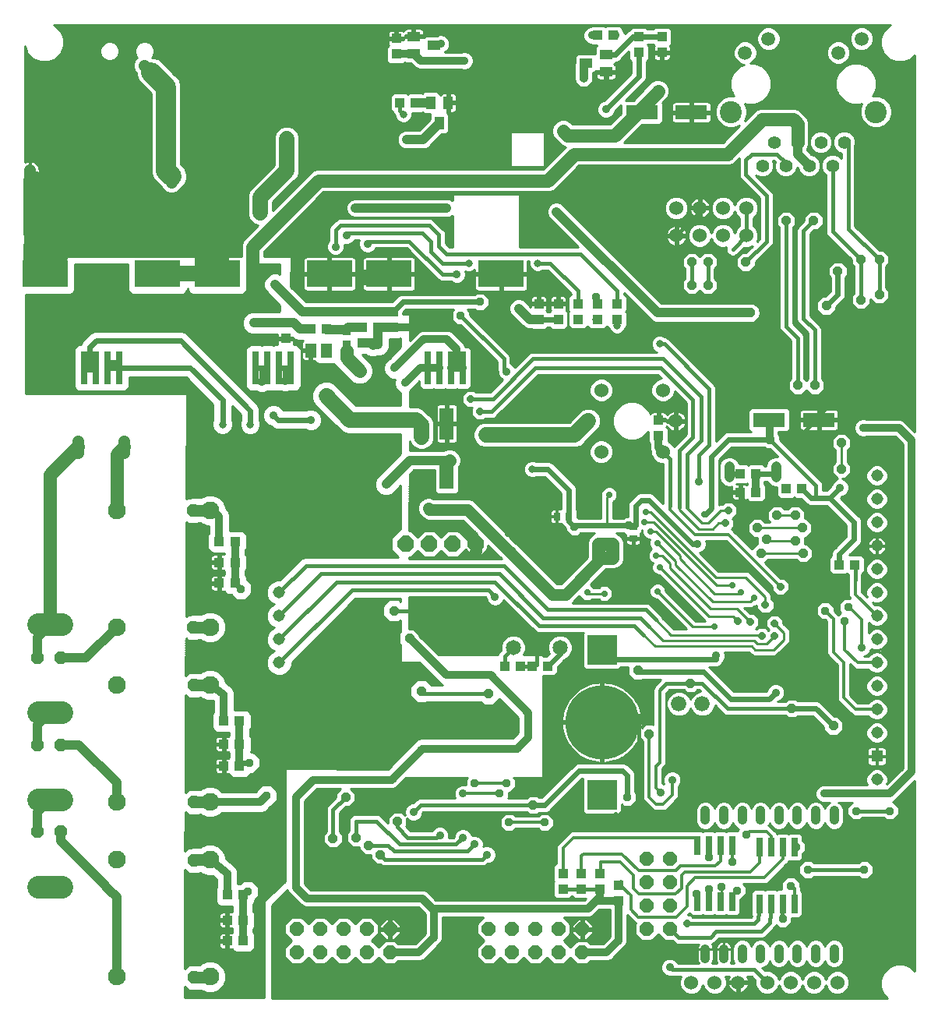
<source format=gbl>
G75*
G70*
%OFA0B0*%
%FSLAX24Y24*%
%IPPOS*%
%LPD*%
%AMOC8*
5,1,8,0,0,1.08239X$1,22.5*
%
%ADD10R,0.0394X0.0433*%
%ADD11R,0.0433X0.0394*%
%ADD12R,0.1378X0.0630*%
%ADD13C,0.0594*%
%ADD14C,0.0945*%
%ADD15C,0.0554*%
%ADD16R,0.0425X0.0413*%
%ADD17C,0.0440*%
%ADD18R,0.0551X0.0394*%
%ADD19C,0.0650*%
%ADD20C,0.0600*%
%ADD21R,0.0630X0.1378*%
%ADD22R,0.0394X0.0551*%
%ADD23OC8,0.0600*%
%ADD24R,0.0354X0.0276*%
%ADD25C,0.3150*%
%ADD26R,0.1250X0.1250*%
%ADD27C,0.0660*%
%ADD28C,0.0397*%
%ADD29R,0.0260X0.0800*%
%ADD30C,0.0760*%
%ADD31OC8,0.0520*%
%ADD32C,0.0974*%
%ADD33C,0.0515*%
%ADD34R,0.0515X0.0515*%
%ADD35R,0.0276X0.0354*%
%ADD36R,0.0512X0.0591*%
%ADD37C,0.0515*%
%ADD38R,0.1969X0.1181*%
%ADD39R,0.0303X0.1417*%
%ADD40OC8,0.0700*%
%ADD41OC8,0.0396*%
%ADD42C,0.0100*%
%ADD43C,0.0240*%
%ADD44C,0.0400*%
%ADD45OC8,0.0357*%
%ADD46C,0.0357*%
%ADD47C,0.0320*%
%ADD48C,0.0317*%
%ADD49C,0.0160*%
%ADD50OC8,0.0317*%
%ADD51C,0.0120*%
%ADD52C,0.0560*%
%ADD53C,0.0500*%
%ADD54C,0.0278*%
%ADD55C,0.0660*%
%ADD56C,0.0860*%
%ADD57OC8,0.0278*%
%ADD58C,0.0197*%
%ADD59C,0.0366*%
D10*
X025223Y005546D03*
X025223Y006215D03*
X026011Y006215D03*
X026011Y005546D03*
X026798Y005546D03*
X026798Y006215D03*
X027591Y005718D03*
X027591Y005049D03*
X034781Y022662D03*
X035450Y022662D03*
X033481Y023302D03*
X032812Y023302D03*
X025027Y029906D03*
X025027Y030576D03*
X024190Y030576D03*
X024190Y029906D03*
X016636Y029572D03*
X016636Y028902D03*
X013358Y029089D03*
X013358Y029759D03*
X018240Y039168D03*
X018909Y039168D03*
X026710Y042052D03*
X027379Y042052D03*
D11*
X028471Y041993D03*
X028471Y041324D03*
X029456Y041324D03*
X029456Y041993D03*
X027536Y030576D03*
X027536Y029906D03*
X026700Y029906D03*
X026700Y030576D03*
X025863Y030576D03*
X025863Y029906D03*
X029308Y025605D03*
X029308Y024936D03*
X032812Y022515D03*
X033481Y022515D03*
X037044Y019414D03*
X037714Y019414D03*
X024574Y015083D03*
X023905Y015083D03*
X023393Y015083D03*
X022723Y015083D03*
X011532Y005290D03*
X010863Y005290D03*
X010863Y004207D03*
X011532Y004207D03*
X011532Y003322D03*
X010863Y003322D03*
X010716Y010802D03*
X011385Y010802D03*
X011385Y011737D03*
X010716Y011737D03*
X010716Y012721D03*
X011385Y012721D03*
X011188Y018627D03*
X010519Y018627D03*
X010519Y019513D03*
X011188Y019513D03*
X011188Y020398D03*
X010519Y020398D03*
X014421Y029498D03*
X015091Y029498D03*
X018088Y041255D03*
X018088Y041924D03*
D12*
X028590Y038755D03*
X030716Y038755D03*
X034052Y025615D03*
X036178Y025615D03*
D13*
X036999Y041316D03*
X037999Y041914D03*
X034019Y041914D03*
X033019Y041316D03*
D14*
X032408Y038784D03*
X038609Y038784D03*
D15*
X037259Y037485D03*
X036759Y036485D03*
X035759Y036485D03*
X036259Y037485D03*
X035259Y037485D03*
X034759Y036485D03*
X033759Y036485D03*
X034259Y037485D03*
D16*
X017960Y030251D03*
X017320Y030251D03*
X017320Y029562D03*
X017960Y029562D03*
D17*
X032344Y023620D02*
X032344Y023180D01*
X034344Y023180D02*
X034344Y023620D01*
D18*
X027074Y040497D03*
X027074Y041245D03*
X026208Y040871D03*
X019702Y041639D03*
X018836Y042013D03*
X018836Y041265D03*
D19*
X023092Y015871D03*
X025092Y015871D03*
D20*
X026857Y024247D03*
X026306Y025566D03*
X026857Y026885D03*
X029495Y026885D03*
X030046Y025566D03*
X029495Y024247D03*
X030072Y033489D03*
X031072Y033489D03*
X031072Y034670D03*
X030072Y034670D03*
X032072Y034670D03*
X033072Y034670D03*
X033072Y033489D03*
X032072Y033489D03*
X031719Y001550D03*
X030719Y001550D03*
X032719Y001550D03*
X033960Y001550D03*
X034960Y001550D03*
X035960Y001550D03*
X036960Y001550D03*
D21*
X020253Y023322D03*
X020253Y025448D03*
D22*
X019938Y038307D03*
X020312Y039173D03*
X019564Y039173D03*
D23*
X028798Y006839D03*
X029798Y006839D03*
X029798Y005839D03*
X029798Y004839D03*
X029798Y003839D03*
X028798Y003839D03*
X028798Y004839D03*
X028798Y005839D03*
X026042Y003831D03*
X026042Y002831D03*
X025042Y002831D03*
X025042Y003831D03*
X024042Y003831D03*
X024042Y002831D03*
X023042Y002831D03*
X023042Y003831D03*
X022042Y003831D03*
X022042Y002831D03*
X017824Y002831D03*
X016824Y002831D03*
X016824Y003831D03*
X017824Y003831D03*
X015824Y003831D03*
X015824Y002831D03*
X014824Y002831D03*
X014824Y003831D03*
X013824Y003831D03*
X013824Y002831D03*
D24*
X028225Y020536D03*
X028225Y021048D03*
X015957Y028868D03*
X015957Y029380D03*
D25*
X026897Y012672D03*
D26*
X026897Y015772D03*
X026897Y009572D03*
D27*
X030186Y013459D03*
X031186Y013459D03*
D28*
X031316Y008886D02*
X031316Y008489D01*
X032103Y008489D02*
X032103Y008886D01*
X032891Y008886D02*
X032891Y008489D01*
X033678Y008489D02*
X033678Y008886D01*
X034466Y008886D02*
X034466Y008489D01*
X035253Y008489D02*
X035253Y008886D01*
X036040Y008886D02*
X036040Y008489D01*
X036828Y008489D02*
X036828Y008886D01*
X036828Y002977D02*
X036828Y002580D01*
X036040Y002580D02*
X036040Y002977D01*
X035253Y002977D02*
X035253Y002580D01*
X034466Y002580D02*
X034466Y002977D01*
X033678Y002977D02*
X033678Y002580D01*
X032891Y002580D02*
X032891Y002977D01*
X032103Y002977D02*
X032103Y002580D01*
X031316Y002580D02*
X031316Y002977D01*
D29*
X031469Y004996D03*
X030969Y004996D03*
X031969Y004996D03*
X032469Y004996D03*
X033627Y004917D03*
X034127Y004917D03*
X034627Y004917D03*
X035127Y004917D03*
X035127Y007337D03*
X034627Y007337D03*
X034127Y007337D03*
X033627Y007337D03*
X032469Y007416D03*
X031969Y007416D03*
X031469Y007416D03*
X030969Y007416D03*
D30*
X010127Y006786D03*
X010127Y009267D03*
X006127Y009267D03*
X006127Y006786D03*
X006127Y001786D03*
X010127Y001786D03*
X010127Y014267D03*
X010127Y016747D03*
X006127Y016747D03*
X006127Y014267D03*
X006127Y021747D03*
X010127Y021747D03*
D31*
X009392Y021727D03*
X009392Y016727D03*
X009431Y014252D03*
X009431Y009252D03*
X009426Y006757D03*
X009426Y001757D03*
X003725Y007997D03*
X002725Y007997D03*
X002735Y011707D03*
X003735Y011707D03*
X003725Y015428D03*
X002725Y015428D03*
D32*
X002787Y005635D02*
X003762Y005635D01*
X003762Y009375D02*
X002787Y009375D01*
X002787Y013115D02*
X003762Y013115D01*
X003762Y016855D02*
X002787Y016855D01*
D33*
X013082Y017219D03*
X013082Y018219D03*
X013082Y016219D03*
X013082Y015219D03*
X038655Y015219D03*
X038655Y014219D03*
X038655Y013219D03*
X038655Y012219D03*
X038655Y010219D03*
X038655Y016219D03*
X038655Y017219D03*
X038655Y018219D03*
X038655Y019219D03*
X038655Y020219D03*
X038655Y021219D03*
X038655Y022219D03*
X038655Y023219D03*
D34*
X038655Y011219D03*
D35*
X025479Y021481D03*
X024968Y021481D03*
D36*
X015105Y028578D03*
X014436Y028578D03*
D37*
X008481Y035771D02*
X008481Y036286D01*
X002418Y036286D02*
X002418Y035771D01*
X004466Y024711D02*
X004466Y024196D01*
X006434Y024196D02*
X006434Y024711D01*
D38*
X007881Y031853D03*
X010430Y031853D03*
X015233Y031853D03*
X017782Y031853D03*
X022586Y031853D03*
X003078Y031853D03*
D39*
X004729Y027830D03*
X005229Y027830D03*
X005729Y027830D03*
X006229Y027830D03*
X012082Y027830D03*
X012582Y027830D03*
X013082Y027830D03*
X013582Y027830D03*
X019434Y027830D03*
X019934Y027830D03*
X020434Y027830D03*
X020934Y027830D03*
D40*
X020517Y020303D03*
X021517Y020303D03*
X019517Y020303D03*
X018517Y020303D03*
D41*
X017989Y017446D03*
X018678Y016265D03*
X019170Y014001D03*
X022025Y013902D03*
X023009Y012278D03*
X023944Y009129D03*
X028471Y012820D03*
X028914Y012180D03*
X030686Y014345D03*
X028422Y014887D03*
X032802Y009965D03*
X035017Y013263D03*
X036296Y014887D03*
X036788Y012524D03*
X035509Y019906D03*
X035164Y020448D03*
X035460Y020989D03*
X035164Y021530D03*
X034377Y021530D03*
X033934Y020497D03*
X033540Y020989D03*
X033688Y019906D03*
X034771Y022662D03*
X034771Y024778D03*
X034082Y024778D03*
X031966Y025418D03*
X035263Y027091D03*
X036001Y027091D03*
X036542Y028420D03*
X036493Y030487D03*
X037969Y030733D03*
X038757Y030979D03*
X038757Y032456D03*
X037969Y032456D03*
X036985Y031963D03*
X035952Y034129D03*
X034771Y034129D03*
X033048Y032357D03*
X031424Y032357D03*
X030735Y032357D03*
X030735Y031373D03*
X031424Y031373D03*
X033245Y030192D03*
X037133Y024631D03*
X037133Y023499D03*
X025223Y037967D03*
X029288Y039680D03*
X015529Y012918D03*
X015922Y009473D03*
X016365Y007751D03*
X016906Y007406D03*
X017399Y007013D03*
X018137Y008440D03*
X015381Y007702D03*
D42*
X015671Y007989D02*
X015671Y008812D01*
X015924Y009065D01*
X016091Y009065D01*
X016330Y009304D01*
X016330Y009642D01*
X016131Y009841D01*
X017964Y009841D01*
X018100Y009898D01*
X018512Y010310D01*
X021143Y010310D01*
X021057Y010225D01*
X021057Y009995D01*
X021023Y010009D01*
X020869Y010009D01*
X020726Y009950D01*
X020617Y009841D01*
X020557Y009698D01*
X020557Y009544D01*
X020609Y009419D01*
X019063Y009419D01*
X018957Y009375D01*
X018875Y009293D01*
X018804Y009222D01*
X018749Y009222D01*
X018606Y009163D01*
X018496Y009053D01*
X018437Y008911D01*
X018437Y008756D01*
X018466Y008688D01*
X018306Y008848D01*
X017968Y008848D01*
X017729Y008609D01*
X017729Y008372D01*
X017497Y008604D01*
X017497Y008604D01*
X017415Y008686D01*
X017309Y008730D01*
X016307Y008730D01*
X016201Y008686D01*
X016119Y008604D01*
X016075Y008497D01*
X016075Y008038D01*
X015957Y007920D01*
X015957Y007582D01*
X016196Y007343D01*
X016498Y007343D01*
X016498Y007237D01*
X016737Y006998D01*
X016991Y006998D01*
X016991Y006844D01*
X017230Y006604D01*
X017397Y006604D01*
X017431Y006570D01*
X017538Y006526D01*
X021836Y006526D01*
X021943Y006570D01*
X021997Y006624D01*
X022053Y006624D01*
X022195Y006683D01*
X022305Y006793D01*
X022364Y006935D01*
X022364Y007090D01*
X022305Y007233D01*
X022195Y007342D01*
X022053Y007401D01*
X021898Y007401D01*
X021818Y007368D01*
X021822Y007378D01*
X021822Y007533D01*
X021763Y007676D01*
X021654Y007785D01*
X021511Y007844D01*
X021357Y007844D01*
X021329Y007832D01*
X021271Y007971D01*
X021162Y008080D01*
X021019Y008139D01*
X020865Y008139D01*
X020722Y008080D01*
X020613Y007971D01*
X020554Y007828D01*
X020554Y007772D01*
X020527Y007746D01*
X020335Y007746D01*
X020346Y007772D01*
X020346Y007926D01*
X020287Y008069D01*
X020178Y008179D01*
X020035Y008238D01*
X019880Y008238D01*
X019738Y008179D01*
X019628Y008069D01*
X019617Y008041D01*
X018700Y008041D01*
X018507Y008233D01*
X018545Y008271D01*
X018545Y008565D01*
X018606Y008504D01*
X018749Y008445D01*
X018903Y008445D01*
X019046Y008504D01*
X019155Y008613D01*
X019214Y008756D01*
X019214Y008812D01*
X019241Y008839D01*
X023657Y008839D01*
X023775Y008721D01*
X024113Y008721D01*
X024191Y008799D01*
X024502Y008799D01*
X024623Y008849D01*
X024716Y008942D01*
X026049Y010275D01*
X026062Y010275D01*
X026062Y008860D01*
X026185Y008737D01*
X027609Y008737D01*
X027732Y008860D01*
X027732Y009172D01*
X027818Y009085D01*
X028140Y009085D01*
X028368Y009312D01*
X028368Y009634D01*
X028309Y009693D01*
X028309Y010474D01*
X028259Y010595D01*
X028062Y010792D01*
X027969Y010885D01*
X027848Y010935D01*
X025847Y010935D01*
X025725Y010885D01*
X024299Y009459D01*
X024191Y009459D01*
X024113Y009537D01*
X023775Y009537D01*
X023657Y009419D01*
X022864Y009419D01*
X022905Y009460D01*
X022905Y009675D01*
X022973Y009675D01*
X023200Y009903D01*
X023200Y010225D01*
X023115Y010310D01*
X024387Y010310D01*
X024387Y014677D01*
X024877Y014677D01*
X025000Y014800D01*
X025000Y015043D01*
X025278Y015321D01*
X025360Y015403D01*
X025395Y015417D01*
X025545Y015568D01*
X025627Y015764D01*
X025627Y015977D01*
X025545Y016174D01*
X025395Y016324D01*
X025198Y016406D01*
X024985Y016406D01*
X024788Y016324D01*
X024638Y016174D01*
X024557Y015977D01*
X024557Y015764D01*
X024624Y015601D01*
X024514Y015490D01*
X024387Y015490D01*
X024387Y015576D01*
X023548Y015576D01*
X023627Y015764D01*
X023627Y015977D01*
X023545Y016174D01*
X023395Y016324D01*
X023198Y016406D01*
X022985Y016406D01*
X022788Y016324D01*
X022638Y016174D01*
X022557Y015977D01*
X022557Y015764D01*
X022562Y015751D01*
X022559Y015749D01*
X022478Y015667D01*
X022440Y015576D01*
X019890Y015576D01*
X019086Y016380D01*
X019086Y016434D01*
X018847Y016673D01*
X018633Y016673D01*
X018637Y018041D01*
X021904Y018041D01*
X021931Y018015D01*
X021931Y017959D01*
X021991Y017816D01*
X022100Y017707D01*
X022243Y017648D01*
X022397Y017648D01*
X022540Y017707D01*
X022649Y017816D01*
X022684Y017901D01*
X024026Y016560D01*
X024132Y016516D01*
X026094Y016516D01*
X026062Y016484D01*
X026062Y015060D01*
X026185Y014937D01*
X027609Y014937D01*
X027720Y015049D01*
X028014Y015049D01*
X028014Y014718D01*
X028253Y014479D01*
X028591Y014479D01*
X028620Y014507D01*
X029405Y014507D01*
X029161Y014263D01*
X029141Y014215D01*
X029128Y014203D01*
X029087Y014104D01*
X029087Y012584D01*
X029083Y012588D01*
X028745Y012588D01*
X028609Y012451D01*
X028621Y012597D01*
X028621Y012622D01*
X026947Y012622D01*
X026947Y012722D01*
X028621Y012722D01*
X028621Y012747D01*
X028608Y012897D01*
X028582Y013046D01*
X028543Y013191D01*
X028492Y013333D01*
X028428Y013469D01*
X028353Y013600D01*
X028266Y013723D01*
X028170Y013838D01*
X028063Y013945D01*
X027948Y014042D01*
X027824Y014128D01*
X027694Y014203D01*
X027557Y014267D01*
X027416Y014319D01*
X027270Y014358D01*
X027122Y014384D01*
X026972Y014397D01*
X026947Y014397D01*
X026947Y012722D01*
X026847Y012722D01*
X026847Y014397D01*
X026821Y014397D01*
X026671Y014384D01*
X026523Y014358D01*
X026378Y014319D01*
X026236Y014267D01*
X026099Y014203D01*
X025969Y014128D01*
X025846Y014042D01*
X025730Y013945D01*
X025624Y013838D01*
X025527Y013723D01*
X025441Y013600D01*
X025365Y013469D01*
X025302Y013333D01*
X025250Y013191D01*
X025211Y013046D01*
X025185Y012897D01*
X025172Y012747D01*
X025172Y012722D01*
X026847Y012722D01*
X026847Y012622D01*
X026947Y012622D01*
X026947Y010947D01*
X026972Y010947D01*
X027122Y010960D01*
X027270Y010987D01*
X027416Y011026D01*
X027557Y011077D01*
X027694Y011141D01*
X027824Y011216D01*
X027948Y011302D01*
X028063Y011399D01*
X028170Y011506D01*
X028266Y011621D01*
X028353Y011744D01*
X028428Y011875D01*
X028492Y012011D01*
X028506Y012051D01*
X028506Y012011D01*
X028644Y011873D01*
X028644Y009420D01*
X028685Y009320D01*
X028981Y009025D01*
X029057Y008949D01*
X029156Y008908D01*
X029559Y008908D01*
X029658Y008949D01*
X030052Y009343D01*
X030128Y009419D01*
X030169Y009518D01*
X030169Y009932D01*
X030228Y009991D01*
X030287Y010134D01*
X030287Y010289D01*
X030228Y010431D01*
X030119Y010541D01*
X029976Y010600D01*
X029821Y010600D01*
X029679Y010541D01*
X029569Y010431D01*
X029510Y010289D01*
X029510Y010134D01*
X029553Y010030D01*
X029484Y010059D01*
X029480Y010059D01*
X029480Y010690D01*
X029586Y010797D01*
X029627Y010896D01*
X029627Y013910D01*
X029773Y014055D01*
X030399Y014055D01*
X030517Y013937D01*
X030855Y013937D01*
X030973Y014055D01*
X031058Y014055D01*
X031114Y013999D01*
X031079Y013999D01*
X030880Y013917D01*
X030728Y013765D01*
X030686Y013663D01*
X030644Y013765D01*
X030492Y013917D01*
X030293Y013999D01*
X030079Y013999D01*
X029880Y013917D01*
X029728Y013765D01*
X029646Y013567D01*
X029646Y013352D01*
X029728Y013154D01*
X029880Y013002D01*
X030079Y012919D01*
X030293Y012919D01*
X030492Y013002D01*
X030644Y013154D01*
X030686Y013255D01*
X030728Y013154D01*
X030880Y013002D01*
X031079Y012919D01*
X031293Y012919D01*
X031492Y013002D01*
X031644Y013154D01*
X031726Y013352D01*
X031726Y013387D01*
X032097Y013017D01*
X032203Y012973D01*
X034730Y012973D01*
X034848Y012854D01*
X035186Y012854D01*
X035264Y012933D01*
X035914Y012933D01*
X036380Y012466D01*
X036380Y012355D01*
X036619Y012116D01*
X036957Y012116D01*
X037196Y012355D01*
X037196Y012693D01*
X036957Y012933D01*
X036847Y012933D01*
X036237Y013542D01*
X036116Y013593D01*
X035264Y013593D01*
X035186Y013671D01*
X034848Y013671D01*
X034730Y013553D01*
X034405Y013553D01*
X034407Y013554D01*
X034548Y013612D01*
X034657Y013722D01*
X034716Y013864D01*
X034716Y014019D01*
X034657Y014162D01*
X034548Y014271D01*
X034405Y014330D01*
X034250Y014330D01*
X034108Y014271D01*
X033998Y014162D01*
X033940Y014021D01*
X033906Y013986D01*
X032545Y013986D01*
X031507Y015024D01*
X031483Y015049D01*
X031834Y015049D01*
X031956Y015099D01*
X032048Y015192D01*
X032094Y015303D01*
X032098Y015306D01*
X032157Y015449D01*
X032157Y015604D01*
X032134Y015660D01*
X033187Y015660D01*
X033295Y015552D01*
X033390Y015512D01*
X034281Y015512D01*
X034377Y015552D01*
X034450Y015625D01*
X034450Y015625D01*
X034893Y016068D01*
X034932Y016164D01*
X034932Y016562D01*
X034893Y016658D01*
X034647Y016903D01*
X034647Y017057D01*
X034431Y017273D01*
X034126Y017273D01*
X033910Y017057D01*
X033910Y016752D01*
X034028Y016634D01*
X034008Y016614D01*
X033890Y016732D01*
X033584Y016732D01*
X033525Y016672D01*
X033485Y016672D01*
X033614Y016801D01*
X033614Y017106D01*
X033398Y017322D01*
X033244Y017322D01*
X032987Y017579D01*
X033297Y017579D01*
X033392Y017619D01*
X033411Y017638D01*
X033462Y017638D01*
X033516Y017660D01*
X033516Y017539D01*
X033732Y017323D01*
X034038Y017323D01*
X034254Y017539D01*
X034254Y017844D01*
X034145Y017953D01*
X034145Y018088D01*
X034105Y018183D01*
X034032Y018257D01*
X033196Y019093D01*
X033100Y019133D01*
X031876Y019133D01*
X033489Y019133D01*
X033587Y019035D02*
X033254Y019035D01*
X033353Y018936D02*
X033686Y018936D01*
X033784Y018838D02*
X033451Y018838D01*
X033550Y018739D02*
X033883Y018739D01*
X033981Y018641D02*
X033648Y018641D01*
X033747Y018542D02*
X034080Y018542D01*
X034156Y018466D02*
X034156Y018326D01*
X034372Y018110D01*
X034677Y018110D01*
X034893Y018326D01*
X034893Y018632D01*
X034677Y018848D01*
X034538Y018848D01*
X033872Y019513D01*
X034005Y019646D01*
X035192Y019646D01*
X035340Y019498D01*
X035678Y019498D01*
X035917Y019737D01*
X035917Y020075D01*
X035678Y020314D01*
X035572Y020314D01*
X035572Y020581D01*
X035629Y020581D01*
X035868Y020820D01*
X035868Y021158D01*
X035629Y021397D01*
X035572Y021397D01*
X035572Y021699D01*
X035333Y021938D01*
X034995Y021938D01*
X034847Y021790D01*
X034694Y021790D01*
X034546Y021938D01*
X034208Y021938D01*
X033969Y021699D01*
X033969Y021361D01*
X034081Y021249D01*
X033858Y021249D01*
X033709Y021397D01*
X033371Y021397D01*
X033132Y021158D01*
X033132Y020820D01*
X033371Y020581D01*
X033526Y020581D01*
X033526Y020328D01*
X033539Y020314D01*
X033519Y020314D01*
X033295Y020091D01*
X032539Y020847D01*
X032463Y020923D01*
X032433Y020935D01*
X032531Y021033D01*
X032531Y021339D01*
X032487Y021383D01*
X032679Y021574D01*
X032679Y021880D01*
X032463Y022096D01*
X032157Y022096D01*
X032049Y021987D01*
X031914Y021987D01*
X031902Y021982D01*
X031902Y023903D01*
X032447Y024448D01*
X033835Y024448D01*
X033913Y024370D01*
X034080Y024370D01*
X034400Y024050D01*
X034258Y024050D01*
X034100Y023985D01*
X033979Y023864D01*
X033914Y023706D01*
X033914Y023632D01*
X033862Y023632D01*
X033765Y023729D01*
X033197Y023729D01*
X033147Y023678D01*
X033096Y023729D01*
X032764Y023729D01*
X032708Y023864D01*
X032587Y023985D01*
X032429Y024050D01*
X032258Y024050D01*
X032100Y023985D01*
X031979Y023864D01*
X031914Y023706D01*
X031914Y023095D01*
X031979Y022937D01*
X032100Y022816D01*
X032258Y022750D01*
X032429Y022750D01*
X032453Y022760D01*
X032445Y022731D01*
X032445Y022563D01*
X032764Y022563D01*
X032764Y022861D01*
X032633Y022861D01*
X032647Y022875D01*
X033096Y022875D01*
X033111Y022891D01*
X033111Y022855D01*
X033100Y022843D01*
X033086Y022851D01*
X033048Y022861D01*
X032860Y022861D01*
X032860Y022563D01*
X032764Y022563D01*
X032764Y022466D01*
X032860Y022466D01*
X032860Y022168D01*
X033048Y022168D01*
X033086Y022178D01*
X033100Y022186D01*
X033178Y022108D01*
X033785Y022108D01*
X033908Y022231D01*
X033908Y022798D01*
X033851Y022855D01*
X033851Y022962D01*
X033862Y022972D01*
X033964Y022972D01*
X033979Y022937D01*
X034100Y022816D01*
X034258Y022750D01*
X034363Y022750D01*
X034363Y022493D01*
X034374Y022482D01*
X033908Y022482D01*
X033908Y022384D02*
X034374Y022384D01*
X034374Y022359D02*
X034497Y022236D01*
X035064Y022236D01*
X035115Y022286D01*
X035166Y022236D01*
X035410Y022236D01*
X035564Y022082D01*
X035657Y021989D01*
X035778Y021939D01*
X036504Y021939D01*
X037344Y021098D01*
X037344Y020634D01*
X036857Y020147D01*
X036765Y020054D01*
X036714Y019933D01*
X036714Y019795D01*
X036618Y019698D01*
X036618Y019130D01*
X036741Y019007D01*
X037348Y019007D01*
X037379Y019038D01*
X037410Y019007D01*
X037433Y019007D01*
X037433Y018717D01*
X037453Y018668D01*
X037453Y018097D01*
X037495Y017997D01*
X037510Y017982D01*
X037267Y017982D01*
X037040Y017754D01*
X036685Y017754D01*
X036605Y017834D02*
X036283Y017834D01*
X036055Y017607D01*
X036055Y017285D01*
X036283Y017057D01*
X036450Y017057D01*
X036518Y016989D01*
X036518Y015620D01*
X036559Y015521D01*
X036635Y015445D01*
X036961Y015119D01*
X036961Y013675D01*
X037002Y013576D01*
X037588Y012990D01*
X037687Y012949D01*
X038263Y012949D01*
X038390Y012823D01*
X038562Y012752D01*
X038748Y012752D01*
X038919Y012823D01*
X039051Y012954D01*
X039122Y013126D01*
X039122Y013312D01*
X039051Y013484D01*
X038919Y013616D01*
X038748Y013687D01*
X038562Y013687D01*
X038390Y013616D01*
X038263Y013489D01*
X037853Y013489D01*
X037501Y013841D01*
X037501Y015170D01*
X037681Y014990D01*
X037780Y014949D01*
X038263Y014949D01*
X038390Y014823D01*
X038562Y014752D01*
X038748Y014752D01*
X038919Y014823D01*
X039051Y014954D01*
X039122Y015126D01*
X039122Y015312D01*
X039051Y015484D01*
X038919Y015616D01*
X038748Y015687D01*
X038562Y015687D01*
X038390Y015616D01*
X038263Y015489D01*
X038112Y015489D01*
X038239Y015542D01*
X038348Y015651D01*
X038407Y015794D01*
X038407Y015816D01*
X038562Y015752D01*
X038748Y015752D01*
X038919Y015823D01*
X039051Y015954D01*
X039122Y016126D01*
X039122Y016312D01*
X039051Y016484D01*
X038919Y016616D01*
X038748Y016687D01*
X038562Y016687D01*
X038390Y016616D01*
X038289Y016515D01*
X038289Y016924D01*
X038390Y016823D01*
X038562Y016752D01*
X038748Y016752D01*
X038919Y016823D01*
X039051Y016954D01*
X039122Y017126D01*
X039122Y017312D01*
X039051Y017484D01*
X038919Y017616D01*
X038748Y017687D01*
X038569Y017687D01*
X038463Y017793D01*
X038562Y017752D01*
X038748Y017752D01*
X038919Y017823D01*
X039051Y017954D01*
X039122Y018126D01*
X039122Y018312D01*
X039051Y018484D01*
X038919Y018616D01*
X038748Y018687D01*
X038562Y018687D01*
X038390Y018616D01*
X038258Y018484D01*
X038187Y018312D01*
X038187Y018126D01*
X038228Y018028D01*
X037993Y018262D01*
X037993Y018668D01*
X038013Y018717D01*
X038013Y019007D01*
X038017Y019007D01*
X038140Y019130D01*
X038140Y019698D01*
X038017Y019821D01*
X037465Y019821D01*
X037954Y020310D01*
X038004Y020431D01*
X038004Y021301D01*
X037954Y021422D01*
X037861Y021515D01*
X037107Y022269D01*
X037163Y022324D01*
X037304Y022382D01*
X037413Y022491D01*
X037472Y022634D01*
X037472Y022789D01*
X037413Y022931D01*
X037304Y023041D01*
X037183Y023091D01*
X037302Y023091D01*
X037541Y023330D01*
X037541Y023668D01*
X037393Y023816D01*
X037393Y024314D01*
X037541Y024462D01*
X037541Y024800D01*
X037302Y025039D01*
X036964Y025039D01*
X036725Y024800D01*
X036725Y024462D01*
X036873Y024314D01*
X036873Y023816D01*
X036725Y023668D01*
X036725Y023330D01*
X036964Y023091D01*
X036984Y023091D01*
X036864Y023041D01*
X036754Y022931D01*
X036696Y022790D01*
X036504Y022599D01*
X036340Y022599D01*
X036340Y022868D01*
X036296Y022974D01*
X034490Y024780D01*
X034490Y024947D01*
X034452Y024986D01*
X034452Y025090D01*
X034828Y025090D01*
X034951Y025213D01*
X034951Y026017D01*
X034828Y026140D01*
X033276Y026140D01*
X033153Y026017D01*
X033153Y025213D01*
X033258Y025108D01*
X032244Y025108D01*
X032123Y025058D01*
X031763Y024698D01*
X031763Y027001D01*
X031719Y027108D01*
X031638Y027190D01*
X031638Y027190D01*
X029800Y029027D01*
X029718Y029109D01*
X029612Y029153D01*
X029589Y029153D01*
X029566Y029176D01*
X029431Y029232D01*
X029284Y029232D01*
X029148Y029176D01*
X029045Y029072D01*
X028989Y028936D01*
X028989Y028790D01*
X029045Y028654D01*
X029148Y028550D01*
X029238Y028513D01*
X023886Y028513D01*
X023780Y028469D01*
X023162Y027852D01*
X023141Y027902D01*
X023032Y028011D01*
X022984Y028031D01*
X022984Y028281D01*
X022940Y028388D01*
X022858Y028469D01*
X021232Y030095D01*
X021232Y030235D01*
X021142Y030324D01*
X021461Y030324D01*
X021519Y030266D01*
X021841Y030266D01*
X022069Y030493D01*
X022069Y030815D01*
X021841Y031043D01*
X021519Y031043D01*
X021461Y030984D01*
X018298Y030984D01*
X018176Y030934D01*
X017910Y030667D01*
X017660Y030667D01*
X017653Y030661D01*
X017626Y030661D01*
X017619Y030667D01*
X017020Y030667D01*
X017014Y030661D01*
X014232Y030661D01*
X013583Y031309D01*
X013609Y032603D01*
X012436Y032603D01*
X012436Y032814D01*
X014983Y035361D01*
X024681Y035361D01*
X024861Y035436D01*
X024999Y035574D01*
X025919Y036493D01*
X032358Y036493D01*
X032538Y036568D01*
X032758Y036568D01*
X032758Y036666D02*
X032637Y036666D01*
X032735Y036765D02*
X032758Y036765D01*
X032758Y036788D02*
X032758Y036040D01*
X032802Y035933D01*
X033644Y035091D01*
X033644Y033363D01*
X033521Y033240D01*
X033582Y033388D01*
X033582Y033590D01*
X033504Y033778D01*
X033362Y033920D01*
X033362Y034239D01*
X033504Y034381D01*
X033582Y034569D01*
X033582Y034772D01*
X033504Y034959D01*
X033361Y035102D01*
X033173Y035180D01*
X032970Y035180D01*
X032783Y035102D01*
X032639Y034959D01*
X032572Y034796D01*
X032504Y034959D01*
X032361Y035102D01*
X032173Y035180D01*
X031970Y035180D01*
X031783Y035102D01*
X031639Y034959D01*
X031562Y034772D01*
X031562Y034569D01*
X031639Y034381D01*
X031783Y034238D01*
X031970Y034160D01*
X032173Y034160D01*
X032361Y034238D01*
X032504Y034381D01*
X032572Y034544D01*
X032639Y034381D01*
X032782Y034239D01*
X032782Y033920D01*
X032639Y033778D01*
X032572Y033615D01*
X032504Y033778D01*
X032361Y033921D01*
X032173Y033999D01*
X031970Y033999D01*
X031783Y033921D01*
X031639Y033778D01*
X031572Y033615D01*
X031504Y033778D01*
X031361Y033921D01*
X031173Y033999D01*
X030970Y033999D01*
X030783Y033921D01*
X030639Y033778D01*
X030562Y033590D01*
X030562Y033388D01*
X030639Y033200D01*
X030783Y033057D01*
X030970Y032979D01*
X031173Y032979D01*
X031361Y033057D01*
X031504Y033200D01*
X031572Y033363D01*
X031639Y033200D01*
X031783Y033057D01*
X031970Y032979D01*
X032173Y032979D01*
X032212Y032995D01*
X032199Y032964D01*
X032199Y032841D01*
X032243Y032734D01*
X032325Y032653D01*
X032431Y032608D01*
X032547Y032608D01*
X032653Y032653D01*
X032735Y032734D01*
X032741Y032748D01*
X032972Y032979D01*
X033173Y032979D01*
X033321Y033040D01*
X033046Y032765D01*
X032879Y032765D01*
X032640Y032526D01*
X032640Y032188D01*
X032879Y031949D01*
X033217Y031949D01*
X033456Y032188D01*
X033456Y032355D01*
X034098Y032997D01*
X034180Y033079D01*
X034224Y033185D01*
X034224Y035269D01*
X034180Y035376D01*
X033484Y036072D01*
X033662Y035998D01*
X033856Y035998D01*
X034035Y036072D01*
X034172Y036209D01*
X034246Y036388D01*
X034246Y036582D01*
X034200Y036693D01*
X034257Y036693D01*
X034300Y036650D01*
X034272Y036582D01*
X034272Y036388D01*
X034346Y036209D01*
X034483Y036072D01*
X034662Y035998D01*
X034856Y035998D01*
X035035Y036072D01*
X035172Y036209D01*
X035246Y036388D01*
X035246Y036418D01*
X035272Y036392D01*
X035272Y036388D01*
X035346Y036209D01*
X035483Y036072D01*
X035662Y035998D01*
X035856Y035998D01*
X036035Y036072D01*
X036172Y036209D01*
X036246Y036388D01*
X036246Y036582D01*
X036172Y036761D01*
X036035Y036898D01*
X035856Y036972D01*
X035852Y036972D01*
X035669Y037155D01*
X035669Y037202D01*
X035674Y037207D01*
X035749Y037388D01*
X035749Y038364D01*
X035674Y038544D01*
X035536Y038682D01*
X035344Y038875D01*
X035163Y038949D01*
X033640Y038949D01*
X033460Y038875D01*
X033322Y038737D01*
X032990Y038405D01*
X033091Y038649D01*
X033091Y038920D01*
X032998Y039144D01*
X033084Y039108D01*
X033433Y039108D01*
X033756Y039242D01*
X034002Y039488D01*
X034136Y039811D01*
X034136Y040159D01*
X034002Y040482D01*
X033756Y040728D01*
X033433Y040862D01*
X033247Y040862D01*
X033306Y040886D01*
X033448Y041029D01*
X033526Y041215D01*
X033526Y041417D01*
X033448Y041603D01*
X033306Y041745D01*
X033120Y041823D01*
X032918Y041823D01*
X032732Y041745D01*
X032589Y041603D01*
X032512Y041417D01*
X032512Y041215D01*
X032589Y041029D01*
X032732Y040886D01*
X032918Y040809D01*
X032957Y040809D01*
X032762Y040728D01*
X032516Y040482D01*
X032382Y040159D01*
X032382Y039811D01*
X032516Y039488D01*
X032537Y039467D01*
X032273Y039467D01*
X032022Y039363D01*
X031830Y039171D01*
X031726Y038920D01*
X031726Y038649D01*
X031830Y038398D01*
X032022Y038206D01*
X032273Y038102D01*
X032544Y038102D01*
X032787Y038203D01*
X032058Y037473D01*
X027834Y037473D01*
X028590Y038230D01*
X029366Y038230D01*
X029489Y038353D01*
X029489Y039157D01*
X029479Y039166D01*
X029713Y039416D01*
X029781Y039598D01*
X029775Y039793D01*
X029695Y039971D01*
X029552Y040104D01*
X029370Y040173D01*
X029175Y040166D01*
X028997Y040086D01*
X028242Y039280D01*
X027918Y039280D01*
X028658Y040020D01*
X028751Y040113D01*
X028801Y040234D01*
X028801Y040943D01*
X028898Y041040D01*
X028898Y041607D01*
X028847Y041658D01*
X028852Y041663D01*
X029075Y041663D01*
X029122Y041616D01*
X029119Y041613D01*
X029099Y041578D01*
X029089Y041540D01*
X029089Y041372D01*
X029407Y041372D01*
X029407Y041275D01*
X029089Y041275D01*
X029089Y041107D01*
X029099Y041069D01*
X029119Y041035D01*
X029147Y041007D01*
X029181Y040987D01*
X029219Y040977D01*
X029407Y040977D01*
X029407Y041275D01*
X029504Y041275D01*
X029504Y040977D01*
X029692Y040977D01*
X029730Y040987D01*
X029764Y041007D01*
X029792Y041035D01*
X029812Y041069D01*
X029822Y041107D01*
X029822Y041275D01*
X029504Y041275D01*
X029504Y041372D01*
X029822Y041372D01*
X029822Y041540D01*
X029812Y041578D01*
X029792Y041613D01*
X029789Y041616D01*
X029882Y041709D01*
X029882Y042277D01*
X029759Y042400D01*
X029152Y042400D01*
X029075Y042323D01*
X028852Y042323D01*
X028775Y042400D01*
X028168Y042400D01*
X028049Y042281D01*
X028029Y042273D01*
X027876Y042120D01*
X027876Y042129D01*
X027816Y042272D01*
X027786Y042303D01*
X027786Y042355D01*
X027663Y042479D01*
X027095Y042479D01*
X027044Y042428D01*
X026993Y042479D01*
X026426Y042479D01*
X026388Y042440D01*
X026376Y042440D01*
X026234Y042381D01*
X026124Y042272D01*
X026065Y042129D01*
X026065Y041975D01*
X026124Y041832D01*
X026234Y041723D01*
X026376Y041664D01*
X026388Y041664D01*
X026426Y041625D01*
X026685Y041625D01*
X026588Y041529D01*
X026588Y041260D01*
X026570Y041278D01*
X025845Y041278D01*
X025722Y041155D01*
X025722Y040865D01*
X025716Y040851D01*
X025716Y040153D01*
X025721Y040142D01*
X025721Y040070D01*
X025771Y040020D01*
X025776Y040008D01*
X025887Y039898D01*
X025898Y039893D01*
X025948Y039843D01*
X026020Y039843D01*
X026031Y039838D01*
X026187Y039838D01*
X026199Y039843D01*
X026270Y039843D01*
X026321Y039893D01*
X026332Y039898D01*
X026442Y040008D01*
X026447Y040020D01*
X026498Y040070D01*
X026498Y040142D01*
X026502Y040153D01*
X026502Y040464D01*
X026570Y040464D01*
X026652Y040545D01*
X027025Y040545D01*
X027025Y040448D01*
X027122Y040448D01*
X027122Y040150D01*
X027369Y040150D01*
X027407Y040160D01*
X027442Y040180D01*
X027469Y040208D01*
X027489Y040242D01*
X027499Y040280D01*
X027499Y040448D01*
X027122Y040448D01*
X027122Y040545D01*
X027499Y040545D01*
X027499Y040713D01*
X027489Y040752D01*
X027469Y040786D01*
X027442Y040814D01*
X027407Y040833D01*
X027390Y040838D01*
X027436Y040838D01*
X027513Y040915D01*
X027533Y040915D01*
X027654Y040965D01*
X027747Y041058D01*
X028045Y041356D01*
X028045Y041040D01*
X028141Y040943D01*
X028141Y040437D01*
X026985Y039280D01*
X026844Y039222D01*
X026735Y039113D01*
X026676Y038970D01*
X026676Y038815D01*
X026735Y038672D01*
X026844Y038563D01*
X026987Y038504D01*
X027141Y038504D01*
X027284Y038563D01*
X027393Y038672D01*
X027452Y038814D01*
X027691Y039052D01*
X027691Y038716D01*
X027235Y038260D01*
X025623Y038260D01*
X025501Y038383D01*
X025321Y038457D01*
X025126Y038457D01*
X024946Y038383D01*
X024808Y038245D01*
X024733Y038065D01*
X024733Y037870D01*
X024808Y037690D01*
X025005Y037493D01*
X025143Y037355D01*
X025321Y037281D01*
X025300Y037261D01*
X024381Y036341D01*
X014683Y036341D01*
X014503Y036267D01*
X012801Y034564D01*
X012801Y034919D01*
X013708Y035826D01*
X013860Y035978D01*
X013943Y036177D01*
X013943Y037740D01*
X013860Y037939D01*
X013708Y038090D01*
X013510Y038173D01*
X013295Y038173D01*
X013097Y038090D01*
X012945Y037939D01*
X012863Y037740D01*
X012863Y036508D01*
X011803Y035448D01*
X011721Y035250D01*
X011721Y034366D01*
X011803Y034167D01*
X011955Y034015D01*
X012153Y033933D01*
X012170Y033933D01*
X011668Y033432D01*
X011530Y033294D01*
X011456Y033114D01*
X011456Y032603D01*
X002193Y032603D01*
X002193Y035431D01*
X002205Y035422D01*
X002262Y035393D01*
X002323Y035373D01*
X002386Y035363D01*
X002390Y035363D01*
X002390Y036000D01*
X002447Y036000D01*
X002447Y036057D01*
X002826Y036057D01*
X002826Y036318D01*
X002816Y036381D01*
X002796Y036442D01*
X002767Y036499D01*
X002729Y036551D01*
X002684Y036597D01*
X002632Y036634D01*
X002575Y036663D01*
X002514Y036683D01*
X002450Y036693D01*
X002447Y036693D01*
X002447Y036057D01*
X002390Y036057D01*
X002390Y036693D01*
X002386Y036693D01*
X002323Y036683D01*
X002262Y036663D01*
X002205Y036634D01*
X002193Y036626D01*
X002193Y041586D01*
X002319Y041282D01*
X002554Y041047D01*
X002862Y040919D01*
X003195Y040919D01*
X003503Y041047D01*
X003738Y041282D01*
X003866Y041590D01*
X003866Y041923D01*
X003738Y042231D01*
X003503Y042467D01*
X003437Y042494D01*
X039235Y042494D01*
X039168Y042467D01*
X038933Y042231D01*
X038805Y041923D01*
X038805Y041590D01*
X038933Y041282D01*
X039168Y041047D01*
X039476Y040919D01*
X039809Y040919D01*
X040117Y041047D01*
X040282Y041211D01*
X040282Y025106D01*
X039907Y025480D01*
X039803Y025584D01*
X039667Y025640D01*
X038190Y025640D01*
X038145Y025659D01*
X037991Y025659D01*
X037848Y025600D01*
X037739Y025490D01*
X037679Y025348D01*
X037679Y025193D01*
X037739Y025050D01*
X037848Y024941D01*
X037991Y024882D01*
X038145Y024882D01*
X038190Y024900D01*
X039440Y024900D01*
X039765Y024576D01*
X039765Y010709D01*
X039080Y010024D01*
X039122Y010126D01*
X039122Y010312D01*
X039051Y010484D01*
X038919Y010616D01*
X038748Y010687D01*
X038562Y010687D01*
X038390Y010616D01*
X038258Y010484D01*
X038187Y010312D01*
X038187Y010126D01*
X038243Y009991D01*
X036516Y009991D01*
X036472Y010009D01*
X036317Y010009D01*
X036175Y009950D01*
X036065Y009841D01*
X036006Y009698D01*
X036006Y009544D01*
X036065Y009401D01*
X036175Y009292D01*
X036317Y009232D01*
X036472Y009232D01*
X036516Y009251D01*
X036642Y009251D01*
X036596Y009232D01*
X036482Y009117D01*
X036434Y009003D01*
X036387Y009117D01*
X036272Y009232D01*
X036122Y009294D01*
X035959Y009294D01*
X035809Y009232D01*
X035694Y009117D01*
X035647Y009003D01*
X035599Y009117D01*
X035484Y009232D01*
X035334Y009294D01*
X035172Y009294D01*
X035022Y009232D01*
X034907Y009117D01*
X034859Y009003D01*
X034812Y009117D01*
X034697Y009232D01*
X034547Y009294D01*
X034384Y009294D01*
X034234Y009232D01*
X034119Y009117D01*
X034072Y009003D01*
X034024Y009117D01*
X033910Y009232D01*
X033759Y009294D01*
X033597Y009294D01*
X033447Y009232D01*
X033332Y009117D01*
X033284Y009003D01*
X033237Y009117D01*
X033122Y009232D01*
X032972Y009294D01*
X032810Y009294D01*
X032659Y009232D01*
X032545Y009117D01*
X032497Y009003D01*
X032450Y009117D01*
X032335Y009232D01*
X032185Y009294D01*
X032022Y009294D01*
X031872Y009232D01*
X031757Y009117D01*
X031710Y009003D01*
X031662Y009117D01*
X031547Y009232D01*
X031397Y009294D01*
X031235Y009294D01*
X031085Y009232D01*
X030970Y009117D01*
X030908Y008967D01*
X030908Y008408D01*
X030970Y008258D01*
X031085Y008143D01*
X031235Y008081D01*
X031397Y008081D01*
X031547Y008143D01*
X031662Y008258D01*
X031710Y008372D01*
X031757Y008258D01*
X031872Y008143D01*
X032022Y008081D01*
X032185Y008081D01*
X032335Y008143D01*
X032450Y008258D01*
X032497Y008372D01*
X032545Y008258D01*
X032659Y008143D01*
X032753Y008104D01*
X032684Y008035D01*
X032684Y008026D01*
X032253Y008026D01*
X032219Y007992D01*
X032186Y008026D01*
X031753Y008026D01*
X031719Y007992D01*
X031686Y008026D01*
X031253Y008026D01*
X031219Y007992D01*
X031186Y008026D01*
X030753Y008026D01*
X030748Y008021D01*
X025613Y008021D01*
X025513Y007980D01*
X025437Y007904D01*
X024995Y007461D01*
X024953Y007362D01*
X024953Y006642D01*
X024940Y006642D01*
X024817Y006519D01*
X024817Y005912D01*
X024848Y005881D01*
X024817Y005850D01*
X024817Y005243D01*
X024940Y005120D01*
X025507Y005120D01*
X025617Y005229D01*
X025727Y005120D01*
X026203Y005120D01*
X026153Y005070D01*
X019786Y005070D01*
X019400Y005456D01*
X019264Y005513D01*
X014422Y005513D01*
X014166Y005768D01*
X014166Y009310D01*
X014698Y009841D01*
X015713Y009841D01*
X015514Y009642D01*
X015514Y009475D01*
X015135Y009096D01*
X015091Y008990D01*
X015091Y007989D01*
X014973Y007871D01*
X014973Y007533D01*
X015212Y007293D01*
X015550Y007293D01*
X015789Y007533D01*
X015789Y007871D01*
X015671Y007989D01*
X015671Y008002D02*
X016040Y008002D01*
X016075Y008101D02*
X015671Y008101D01*
X015671Y008199D02*
X016075Y008199D01*
X016075Y008298D02*
X015671Y008298D01*
X015671Y008396D02*
X016075Y008396D01*
X016075Y008495D02*
X015671Y008495D01*
X015671Y008593D02*
X016115Y008593D01*
X016216Y008692D02*
X015671Y008692D01*
X015671Y008790D02*
X017910Y008790D01*
X017812Y008692D02*
X017400Y008692D01*
X017507Y008593D02*
X017729Y008593D01*
X017729Y008495D02*
X017606Y008495D01*
X017704Y008396D02*
X017729Y008396D01*
X018363Y008790D02*
X018437Y008790D01*
X018437Y008889D02*
X015748Y008889D01*
X015847Y008987D02*
X018469Y008987D01*
X018529Y009086D02*
X016112Y009086D01*
X016211Y009184D02*
X018658Y009184D01*
X018865Y009283D02*
X016309Y009283D01*
X016330Y009381D02*
X018973Y009381D01*
X018875Y009293D02*
X018875Y009293D01*
X019214Y008790D02*
X023705Y008790D01*
X024157Y008661D02*
X023190Y008661D01*
X023071Y008779D01*
X022750Y008779D01*
X022522Y008551D01*
X022522Y008230D01*
X022750Y008002D01*
X023071Y008002D01*
X023190Y008121D01*
X024157Y008121D01*
X024275Y008002D01*
X024597Y008002D01*
X024824Y008230D01*
X024824Y008551D01*
X024597Y008779D01*
X024275Y008779D01*
X024157Y008661D01*
X024188Y008692D02*
X023158Y008692D01*
X022663Y008692D02*
X019188Y008692D01*
X019135Y008593D02*
X022564Y008593D01*
X022522Y008495D02*
X019024Y008495D01*
X018628Y008495D02*
X018545Y008495D01*
X018545Y008396D02*
X022522Y008396D01*
X022522Y008298D02*
X018545Y008298D01*
X018541Y008199D02*
X019788Y008199D01*
X019660Y008101D02*
X018640Y008101D01*
X018464Y008692D02*
X018462Y008692D01*
X018043Y009874D02*
X020650Y009874D01*
X020589Y009775D02*
X016197Y009775D01*
X016296Y009677D02*
X020557Y009677D01*
X020557Y009578D02*
X016330Y009578D01*
X016330Y009480D02*
X020584Y009480D01*
X020780Y009972D02*
X018175Y009972D01*
X018274Y010071D02*
X021057Y010071D01*
X021057Y010169D02*
X018372Y010169D01*
X018471Y010268D02*
X021101Y010268D01*
X022905Y009578D02*
X024419Y009578D01*
X024321Y009480D02*
X024170Y009480D01*
X024518Y009677D02*
X022975Y009677D01*
X023073Y009775D02*
X024616Y009775D01*
X024715Y009874D02*
X023172Y009874D01*
X023200Y009972D02*
X024813Y009972D01*
X024912Y010071D02*
X023200Y010071D01*
X023200Y010169D02*
X025010Y010169D01*
X025109Y010268D02*
X023157Y010268D01*
X022905Y009480D02*
X023718Y009480D01*
X024183Y008790D02*
X026131Y008790D01*
X026062Y008889D02*
X024663Y008889D01*
X024761Y008987D02*
X026062Y008987D01*
X026062Y009086D02*
X024860Y009086D01*
X024958Y009184D02*
X026062Y009184D01*
X026062Y009283D02*
X025057Y009283D01*
X025155Y009381D02*
X026062Y009381D01*
X026062Y009480D02*
X025254Y009480D01*
X025352Y009578D02*
X026062Y009578D01*
X026062Y009677D02*
X025451Y009677D01*
X025549Y009775D02*
X026062Y009775D01*
X026062Y009874D02*
X025648Y009874D01*
X025746Y009972D02*
X026062Y009972D01*
X026062Y010071D02*
X025845Y010071D01*
X025943Y010169D02*
X026062Y010169D01*
X026062Y010268D02*
X026042Y010268D01*
X025601Y010760D02*
X024387Y010760D01*
X024387Y010662D02*
X025503Y010662D01*
X025404Y010563D02*
X024387Y010563D01*
X024387Y010465D02*
X025306Y010465D01*
X025207Y010366D02*
X024387Y010366D01*
X024387Y010859D02*
X025700Y010859D01*
X025969Y011216D02*
X026099Y011141D01*
X026236Y011077D01*
X026378Y011026D01*
X026523Y010987D01*
X026671Y010960D01*
X026821Y010947D01*
X026847Y010947D01*
X026847Y012622D01*
X025172Y012622D01*
X025172Y012597D01*
X025185Y012447D01*
X025211Y012298D01*
X025250Y012153D01*
X025302Y012011D01*
X025365Y011875D01*
X025441Y011744D01*
X025527Y011621D01*
X025624Y011506D01*
X025730Y011399D01*
X025846Y011302D01*
X025969Y011216D01*
X025916Y011253D02*
X024387Y011253D01*
X024387Y011351D02*
X025787Y011351D01*
X025679Y011450D02*
X024387Y011450D01*
X024387Y011548D02*
X025588Y011548D01*
X025509Y011647D02*
X024387Y011647D01*
X024387Y011745D02*
X025440Y011745D01*
X025383Y011844D02*
X024387Y011844D01*
X024387Y011942D02*
X025334Y011942D01*
X025291Y012041D02*
X024387Y012041D01*
X024387Y012139D02*
X025255Y012139D01*
X025227Y012238D02*
X024387Y012238D01*
X024387Y012336D02*
X025204Y012336D01*
X025187Y012435D02*
X024387Y012435D01*
X024387Y012533D02*
X025177Y012533D01*
X025172Y012730D02*
X024387Y012730D01*
X024387Y012632D02*
X026847Y012632D01*
X026847Y012730D02*
X026947Y012730D01*
X026947Y012632D02*
X029087Y012632D01*
X029087Y012730D02*
X028621Y012730D01*
X028614Y012829D02*
X029087Y012829D01*
X029087Y012927D02*
X028603Y012927D01*
X028586Y013026D02*
X029087Y013026D01*
X029087Y013124D02*
X028561Y013124D01*
X028532Y013223D02*
X029087Y013223D01*
X029087Y013321D02*
X028496Y013321D01*
X028451Y013420D02*
X029087Y013420D01*
X029087Y013518D02*
X028400Y013518D01*
X028341Y013617D02*
X029087Y013617D01*
X029087Y013715D02*
X028272Y013715D01*
X028190Y013814D02*
X029087Y013814D01*
X029087Y013912D02*
X028095Y013912D01*
X027984Y014011D02*
X029087Y014011D01*
X029090Y014109D02*
X027851Y014109D01*
X027684Y014208D02*
X029133Y014208D01*
X029204Y014306D02*
X027449Y014306D01*
X028031Y014700D02*
X024901Y014700D01*
X025000Y014799D02*
X028014Y014799D01*
X028014Y014897D02*
X025000Y014897D01*
X025000Y014996D02*
X026126Y014996D01*
X026062Y015094D02*
X025052Y015094D01*
X025150Y015193D02*
X026062Y015193D01*
X026062Y015291D02*
X025249Y015291D01*
X025347Y015390D02*
X026062Y015390D01*
X026062Y015488D02*
X025466Y015488D01*
X025553Y015587D02*
X026062Y015587D01*
X026062Y015685D02*
X025594Y015685D01*
X025627Y015784D02*
X026062Y015784D01*
X026062Y015882D02*
X025627Y015882D01*
X025625Y015981D02*
X026062Y015981D01*
X026062Y016079D02*
X025584Y016079D01*
X025541Y016178D02*
X026062Y016178D01*
X026062Y016276D02*
X025443Y016276D01*
X025272Y016375D02*
X026062Y016375D01*
X026062Y016474D02*
X019046Y016474D01*
X019091Y016375D02*
X022911Y016375D01*
X022741Y016276D02*
X019189Y016276D01*
X019288Y016178D02*
X022642Y016178D01*
X022599Y016079D02*
X019386Y016079D01*
X019485Y015981D02*
X022558Y015981D01*
X022557Y015882D02*
X019583Y015882D01*
X019682Y015784D02*
X022557Y015784D01*
X022496Y015685D02*
X019780Y015685D01*
X019879Y015587D02*
X022444Y015587D01*
X023272Y016375D02*
X024911Y016375D01*
X024741Y016276D02*
X023443Y016276D01*
X023541Y016178D02*
X024642Y016178D01*
X024599Y016079D02*
X023584Y016079D01*
X023625Y015981D02*
X024558Y015981D01*
X024557Y015882D02*
X023627Y015882D01*
X023627Y015784D02*
X024557Y015784D01*
X024589Y015685D02*
X023594Y015685D01*
X023553Y015587D02*
X024611Y015587D01*
X024387Y014602D02*
X028130Y014602D01*
X028228Y014503D02*
X024387Y014503D01*
X024387Y014405D02*
X029302Y014405D01*
X029401Y014503D02*
X028616Y014503D01*
X028014Y014996D02*
X027668Y014996D01*
X026947Y014306D02*
X026847Y014306D01*
X026847Y014208D02*
X026947Y014208D01*
X026947Y014109D02*
X026847Y014109D01*
X026847Y014011D02*
X026947Y014011D01*
X026947Y013912D02*
X026847Y013912D01*
X026847Y013814D02*
X026947Y013814D01*
X026947Y013715D02*
X026847Y013715D01*
X026847Y013617D02*
X026947Y013617D01*
X026947Y013518D02*
X026847Y013518D01*
X026847Y013420D02*
X026947Y013420D01*
X026947Y013321D02*
X026847Y013321D01*
X026847Y013223D02*
X026947Y013223D01*
X026947Y013124D02*
X026847Y013124D01*
X026847Y013026D02*
X026947Y013026D01*
X026947Y012927D02*
X026847Y012927D01*
X026847Y012829D02*
X026947Y012829D01*
X026947Y012533D02*
X026847Y012533D01*
X026847Y012435D02*
X026947Y012435D01*
X026947Y012336D02*
X026847Y012336D01*
X026847Y012238D02*
X026947Y012238D01*
X026947Y012139D02*
X026847Y012139D01*
X026847Y012041D02*
X026947Y012041D01*
X026947Y011942D02*
X026847Y011942D01*
X026847Y011844D02*
X026947Y011844D01*
X026947Y011745D02*
X026847Y011745D01*
X026847Y011647D02*
X026947Y011647D01*
X026947Y011548D02*
X026847Y011548D01*
X026847Y011450D02*
X026947Y011450D01*
X026947Y011351D02*
X026847Y011351D01*
X026847Y011253D02*
X026947Y011253D01*
X026947Y011154D02*
X026847Y011154D01*
X026847Y011056D02*
X026947Y011056D01*
X026947Y010957D02*
X026847Y010957D01*
X026704Y010957D02*
X024387Y010957D01*
X024387Y011056D02*
X026294Y011056D01*
X026076Y011154D02*
X024387Y011154D01*
X023297Y012219D02*
X023069Y011990D01*
X019130Y011990D01*
X018965Y011922D01*
X018838Y011795D01*
X017721Y010678D01*
X013334Y010694D01*
X013334Y005881D01*
X012438Y005024D01*
X012438Y000905D01*
X009024Y000905D01*
X009026Y001379D01*
X009198Y001207D01*
X009654Y001207D01*
X009664Y001217D01*
X009751Y001217D01*
X009994Y001116D01*
X010260Y001116D01*
X010506Y001218D01*
X010695Y001407D01*
X010797Y001653D01*
X010797Y001919D01*
X010695Y002166D01*
X010506Y002354D01*
X010260Y002456D01*
X009994Y002456D01*
X009747Y002354D01*
X009690Y002297D01*
X009664Y002297D01*
X009654Y002307D01*
X009198Y002307D01*
X009029Y002138D01*
X009047Y006358D01*
X009198Y006207D01*
X009654Y006207D01*
X009694Y006246D01*
X009719Y006246D01*
X009747Y006218D01*
X009994Y006116D01*
X010244Y006116D01*
X010413Y005981D01*
X010413Y005664D01*
X010401Y005651D01*
X010357Y005545D01*
X010357Y005036D01*
X010401Y004929D01*
X010482Y004847D01*
X010589Y004803D01*
X011082Y004803D01*
X011082Y004581D01*
X011070Y004569D01*
X011064Y004554D01*
X010912Y004554D01*
X010912Y004256D01*
X010815Y004256D01*
X010815Y004554D01*
X010627Y004554D01*
X010589Y004544D01*
X010555Y004524D01*
X010527Y004496D01*
X010507Y004462D01*
X010497Y004424D01*
X010497Y004256D01*
X010815Y004256D01*
X010815Y004159D01*
X010912Y004159D01*
X010912Y003861D01*
X011064Y003861D01*
X011070Y003846D01*
X011082Y003834D01*
X011082Y003695D01*
X011070Y003683D01*
X011064Y003669D01*
X010912Y003669D01*
X010912Y003370D01*
X010815Y003370D01*
X010815Y003669D01*
X010627Y003669D01*
X010589Y003658D01*
X010555Y003639D01*
X010527Y003611D01*
X010507Y003576D01*
X010497Y003538D01*
X010497Y003370D01*
X010815Y003370D01*
X010815Y003273D01*
X010912Y003273D01*
X010912Y002975D01*
X011064Y002975D01*
X011070Y002961D01*
X011152Y002879D01*
X011258Y002835D01*
X011807Y002835D01*
X011913Y002879D01*
X011995Y002961D01*
X012039Y003067D01*
X012039Y003576D01*
X011995Y003683D01*
X011982Y003695D01*
X011982Y003834D01*
X011995Y003846D01*
X012039Y003953D01*
X012039Y004462D01*
X011995Y004569D01*
X011982Y004581D01*
X011982Y004917D01*
X011995Y004929D01*
X012039Y005036D01*
X012039Y005075D01*
X012208Y005244D01*
X012208Y005632D01*
X011933Y005906D01*
X011545Y005906D01*
X011416Y005777D01*
X011313Y005777D01*
X011313Y006134D01*
X011320Y006159D01*
X011313Y006223D01*
X011313Y006287D01*
X011303Y006311D01*
X011301Y006336D01*
X011269Y006393D01*
X011245Y006453D01*
X011227Y006471D01*
X011214Y006493D01*
X011164Y006534D01*
X011118Y006579D01*
X011094Y006589D01*
X010797Y006827D01*
X010797Y006919D01*
X013334Y006919D01*
X013334Y007017D02*
X010756Y007017D01*
X010797Y006919D02*
X010695Y007166D01*
X010506Y007354D01*
X010260Y007456D01*
X009994Y007456D01*
X009747Y007354D01*
X009719Y007326D01*
X009348Y007326D01*
X009301Y007307D01*
X009198Y007307D01*
X009050Y007158D01*
X009057Y008848D01*
X009203Y008702D01*
X009659Y008702D01*
X009684Y008727D01*
X009719Y008727D01*
X009747Y008699D01*
X009994Y008597D01*
X010260Y008597D01*
X010506Y008699D01*
X010624Y008817D01*
X012360Y008817D01*
X012526Y008885D01*
X012652Y009012D01*
X012695Y009054D01*
X012721Y009054D01*
X012995Y009328D01*
X012995Y009716D01*
X012721Y009991D01*
X012333Y009991D01*
X012058Y009717D01*
X010624Y009717D01*
X010506Y009835D01*
X010260Y009937D01*
X009994Y009937D01*
X009747Y009835D01*
X009719Y009807D01*
X009336Y009807D01*
X009324Y009802D01*
X009203Y009802D01*
X009060Y009659D01*
X009078Y013827D01*
X009203Y013702D01*
X009659Y013702D01*
X009684Y013727D01*
X009719Y013727D01*
X009747Y013699D01*
X009994Y013597D01*
X010260Y013597D01*
X010266Y013599D01*
X010266Y013095D01*
X010253Y013082D01*
X010209Y012976D01*
X010209Y012467D01*
X010253Y012360D01*
X010335Y012279D01*
X010441Y012234D01*
X010935Y012234D01*
X010935Y012111D01*
X010922Y012098D01*
X010917Y012084D01*
X010764Y012084D01*
X010764Y011785D01*
X010667Y011785D01*
X010667Y011689D01*
X010349Y011689D01*
X010349Y011520D01*
X010359Y011482D01*
X010379Y011448D01*
X010407Y011420D01*
X010441Y011400D01*
X010479Y011390D01*
X010667Y011390D01*
X010667Y011689D01*
X010764Y011689D01*
X010764Y011390D01*
X010917Y011390D01*
X010922Y011376D01*
X010935Y011364D01*
X010935Y011175D01*
X010922Y011163D01*
X010917Y011149D01*
X010764Y011149D01*
X010764Y010850D01*
X010667Y010850D01*
X010667Y010754D01*
X010349Y010754D01*
X010349Y010585D01*
X010359Y010547D01*
X010379Y010513D01*
X010407Y010485D01*
X010441Y010465D01*
X010479Y010455D01*
X010667Y010455D01*
X010667Y010754D01*
X010764Y010754D01*
X010764Y010455D01*
X010917Y010455D01*
X010922Y010441D01*
X011004Y010359D01*
X011111Y010315D01*
X011659Y010315D01*
X011766Y010359D01*
X011847Y010441D01*
X011864Y010481D01*
X011982Y010481D01*
X012257Y010756D01*
X012257Y011144D01*
X011982Y011418D01*
X011865Y011418D01*
X011891Y011482D01*
X011891Y011992D01*
X011847Y012098D01*
X011835Y012111D01*
X011835Y012348D01*
X011847Y012360D01*
X011891Y012467D01*
X011891Y012976D01*
X011847Y013082D01*
X011766Y013164D01*
X011659Y013208D01*
X011166Y013208D01*
X011166Y013831D01*
X011174Y013876D01*
X011166Y013920D01*
X011166Y013964D01*
X011148Y014006D01*
X011139Y014051D01*
X011114Y014088D01*
X011097Y014130D01*
X011065Y014162D01*
X011039Y014200D01*
X011002Y014225D01*
X010970Y014256D01*
X010928Y014274D01*
X010797Y014361D01*
X010797Y014400D01*
X010695Y014646D01*
X010506Y014835D01*
X010260Y014937D01*
X009994Y014937D01*
X009747Y014835D01*
X009719Y014807D01*
X009336Y014807D01*
X009324Y014802D01*
X009203Y014802D01*
X009081Y014680D01*
X009088Y016253D01*
X009164Y016177D01*
X009620Y016177D01*
X009649Y016207D01*
X009719Y016207D01*
X009747Y016179D01*
X009994Y016077D01*
X010260Y016077D01*
X010506Y016179D01*
X010695Y016367D01*
X010797Y016614D01*
X010797Y016880D01*
X010695Y017126D01*
X010506Y017315D01*
X010260Y017417D01*
X009994Y017417D01*
X009747Y017315D01*
X009719Y017287D01*
X009300Y017287D01*
X009277Y017277D01*
X009164Y017277D01*
X009092Y017205D01*
X009108Y021233D01*
X009164Y021177D01*
X009620Y021177D01*
X009649Y021207D01*
X009719Y021207D01*
X009747Y021179D01*
X009994Y021077D01*
X010069Y021077D01*
X010069Y020772D01*
X010056Y020760D01*
X010012Y020653D01*
X010012Y020144D01*
X010056Y020037D01*
X010138Y019956D01*
X010244Y019912D01*
X010738Y019912D01*
X010738Y019886D01*
X010726Y019874D01*
X010720Y019859D01*
X010567Y019859D01*
X010567Y019561D01*
X010470Y019561D01*
X010470Y019464D01*
X010152Y019464D01*
X010152Y019296D01*
X010162Y019258D01*
X010182Y019224D01*
X010210Y019196D01*
X010244Y019176D01*
X010282Y019166D01*
X010470Y019166D01*
X010470Y019464D01*
X010567Y019464D01*
X010567Y019166D01*
X010720Y019166D01*
X010726Y019151D01*
X010738Y019139D01*
X010738Y019000D01*
X010726Y018988D01*
X010720Y018974D01*
X010567Y018974D01*
X010567Y018675D01*
X010470Y018675D01*
X010470Y018578D01*
X010567Y018578D01*
X010567Y018280D01*
X010720Y018280D01*
X010726Y018266D01*
X010807Y018184D01*
X010914Y018140D01*
X011022Y018140D01*
X011250Y017912D01*
X011638Y017912D01*
X011912Y018187D01*
X011912Y018575D01*
X011695Y018793D01*
X011695Y018881D01*
X011650Y018988D01*
X011638Y019000D01*
X011638Y019139D01*
X011650Y019151D01*
X011695Y019258D01*
X011695Y019767D01*
X011650Y019874D01*
X011638Y019886D01*
X011638Y020025D01*
X011650Y020037D01*
X011695Y020144D01*
X011695Y020653D01*
X011650Y020760D01*
X011569Y020841D01*
X011462Y020885D01*
X010969Y020885D01*
X010969Y021571D01*
X010900Y021736D01*
X010797Y021839D01*
X010797Y021880D01*
X010695Y022126D01*
X010506Y022315D01*
X010260Y022417D01*
X009994Y022417D01*
X009747Y022315D01*
X009719Y022287D01*
X009300Y022287D01*
X009277Y022277D01*
X009164Y022277D01*
X009112Y022225D01*
X009131Y026747D01*
X002236Y026747D01*
X002236Y030973D01*
X004120Y030973D01*
X004226Y031017D01*
X004308Y031098D01*
X004352Y031205D01*
X004352Y032259D01*
X006607Y032259D01*
X006607Y031205D01*
X006651Y031098D01*
X006732Y031017D01*
X006839Y030973D01*
X008923Y030973D01*
X009029Y031017D01*
X009111Y031098D01*
X009155Y031205D01*
X009155Y031233D01*
X009156Y031233D01*
X009156Y031205D01*
X009200Y031098D01*
X009282Y031017D01*
X009388Y030973D01*
X011472Y030973D01*
X011579Y031017D01*
X011660Y031098D01*
X011704Y031205D01*
X011704Y032259D01*
X013117Y032259D01*
X013117Y031847D01*
X013008Y031892D01*
X012813Y031892D01*
X012633Y031818D01*
X012495Y031680D01*
X012420Y031500D01*
X012420Y031305D01*
X012495Y031125D01*
X013117Y030503D01*
X013117Y030265D01*
X013104Y030265D01*
X013064Y030249D01*
X011898Y030249D01*
X011718Y030174D01*
X011580Y030036D01*
X011505Y029856D01*
X011505Y029661D01*
X011580Y029481D01*
X011718Y029343D01*
X011898Y029269D01*
X013011Y029269D01*
X013011Y029138D01*
X013310Y029138D01*
X013310Y029041D01*
X013011Y029041D01*
X013011Y028853D01*
X013018Y028828D01*
X012872Y028828D01*
X012832Y028811D01*
X012791Y028828D01*
X012372Y028828D01*
X012332Y028811D01*
X012291Y028828D01*
X011872Y028828D01*
X011766Y028784D01*
X011684Y028702D01*
X011640Y028596D01*
X011640Y027063D01*
X011684Y026957D01*
X011766Y026875D01*
X011872Y026831D01*
X012108Y026831D01*
X012241Y026775D01*
X012428Y026775D01*
X012562Y026831D01*
X012791Y026831D01*
X012832Y026848D01*
X012872Y026831D01*
X013183Y026831D01*
X013245Y026805D01*
X013432Y026805D01*
X013494Y026831D01*
X013791Y026831D01*
X013898Y026875D01*
X013979Y026957D01*
X014023Y027063D01*
X014023Y028596D01*
X013979Y028702D01*
X013898Y028784D01*
X013791Y028828D01*
X013698Y028828D01*
X013705Y028853D01*
X013705Y029041D01*
X013407Y029041D01*
X013407Y029138D01*
X013645Y029138D01*
X013701Y029082D01*
X013881Y029008D01*
X014114Y029008D01*
X014088Y028993D01*
X014060Y028965D01*
X014040Y028931D01*
X014030Y028893D01*
X014030Y028628D01*
X014386Y028628D01*
X014386Y028528D01*
X014030Y028528D01*
X014030Y028263D01*
X014040Y028224D01*
X014060Y028190D01*
X014088Y028162D01*
X014122Y028143D01*
X014160Y028132D01*
X014386Y028132D01*
X014386Y028528D01*
X014486Y028528D01*
X014486Y028132D01*
X014598Y028132D01*
X014604Y028118D01*
X014685Y028036D01*
X014792Y027992D01*
X015419Y027992D01*
X015449Y028005D01*
X015473Y027945D01*
X016200Y027218D01*
X016409Y027132D01*
X016636Y027132D01*
X016846Y027218D01*
X017006Y027379D01*
X017093Y027588D01*
X017093Y027815D01*
X017006Y028024D01*
X016634Y028396D01*
X016799Y028396D01*
X016816Y028379D01*
X016996Y028304D01*
X017191Y028304D01*
X017262Y028334D01*
X017417Y028334D01*
X017597Y028408D01*
X017735Y028546D01*
X017810Y028726D01*
X017810Y029065D01*
X018230Y029065D01*
X018284Y029088D01*
X018284Y028732D01*
X017788Y028235D01*
X017744Y028217D01*
X017612Y028085D01*
X017540Y027913D01*
X017540Y027727D01*
X017612Y027554D01*
X017744Y027423D01*
X017916Y027351D01*
X018041Y027351D01*
X018013Y027283D01*
X018013Y027097D01*
X018084Y026924D01*
X018216Y026793D01*
X018284Y026764D01*
X018284Y026235D01*
X016376Y026235D01*
X015452Y027159D01*
X015224Y027254D01*
X014977Y027254D01*
X014749Y027159D01*
X014575Y026985D01*
X014480Y026757D01*
X014480Y026510D01*
X014575Y026282D01*
X015593Y025264D01*
X015768Y025089D01*
X015996Y024995D01*
X018284Y024995D01*
X018284Y024182D01*
X018263Y024160D01*
X017239Y023137D01*
X017165Y022957D01*
X017165Y022762D01*
X017239Y022581D01*
X017377Y022444D01*
X017557Y022369D01*
X017752Y022369D01*
X017932Y022444D01*
X018284Y022796D01*
X018284Y020943D01*
X018252Y020943D01*
X017877Y020568D01*
X017877Y020038D01*
X018180Y019735D01*
X014154Y019735D01*
X014018Y019679D01*
X013914Y019575D01*
X013106Y018767D01*
X012973Y018767D01*
X012772Y018683D01*
X012618Y018529D01*
X012534Y018328D01*
X012534Y018110D01*
X012618Y017909D01*
X012772Y017755D01*
X012858Y017719D01*
X012772Y017683D01*
X012618Y017529D01*
X012534Y017328D01*
X012534Y017110D01*
X012618Y016909D01*
X012772Y016755D01*
X012858Y016719D01*
X012772Y016683D01*
X012618Y016529D01*
X012534Y016328D01*
X012534Y016110D01*
X012618Y015909D01*
X012772Y015755D01*
X012858Y015719D01*
X012772Y015683D01*
X012618Y015529D01*
X012534Y015328D01*
X012534Y015110D01*
X012618Y014909D01*
X012772Y014755D01*
X012973Y014672D01*
X013191Y014672D01*
X013392Y014755D01*
X013546Y014909D01*
X013629Y015110D01*
X013629Y015244D01*
X016347Y017961D01*
X018284Y017961D01*
X018284Y017841D01*
X018191Y017934D01*
X017787Y017934D01*
X017501Y017648D01*
X017501Y017243D01*
X017787Y016958D01*
X018191Y016958D01*
X018284Y017051D01*
X018284Y016561D01*
X018190Y016467D01*
X018190Y016062D01*
X018284Y015968D01*
X018284Y015231D01*
X019075Y015231D01*
X019871Y014435D01*
X019871Y014435D01*
X019998Y014308D01*
X020085Y014272D01*
X019589Y014272D01*
X019372Y014489D01*
X018968Y014489D01*
X018682Y014203D01*
X018682Y013799D01*
X018968Y013513D01*
X019372Y013513D01*
X019392Y013532D01*
X021704Y013532D01*
X021822Y013414D01*
X022227Y013414D01*
X022494Y013682D01*
X023297Y012879D01*
X023297Y012219D01*
X023297Y012238D02*
X011835Y012238D01*
X011835Y012336D02*
X023297Y012336D01*
X023297Y012435D02*
X011878Y012435D01*
X011891Y012533D02*
X023297Y012533D01*
X023297Y012632D02*
X011891Y012632D01*
X011891Y012730D02*
X023297Y012730D01*
X023297Y012829D02*
X011891Y012829D01*
X011891Y012927D02*
X023249Y012927D01*
X023150Y013026D02*
X011871Y013026D01*
X011805Y013124D02*
X023052Y013124D01*
X022953Y013223D02*
X011166Y013223D01*
X011166Y013321D02*
X022855Y013321D01*
X022756Y013420D02*
X022233Y013420D01*
X022331Y013518D02*
X022658Y013518D01*
X022559Y013617D02*
X022430Y013617D01*
X021817Y013420D02*
X011166Y013420D01*
X011166Y013518D02*
X018962Y013518D01*
X018864Y013617D02*
X011166Y013617D01*
X011166Y013715D02*
X018765Y013715D01*
X018682Y013814D02*
X011166Y013814D01*
X011167Y013912D02*
X018682Y013912D01*
X018682Y014011D02*
X011147Y014011D01*
X011105Y014109D02*
X018682Y014109D01*
X018687Y014208D02*
X011027Y014208D01*
X010879Y014306D02*
X018786Y014306D01*
X018884Y014405D02*
X010795Y014405D01*
X010754Y014503D02*
X019803Y014503D01*
X019901Y014405D02*
X019456Y014405D01*
X019555Y014306D02*
X020002Y014306D01*
X019704Y014602D02*
X010713Y014602D01*
X010641Y014700D02*
X012904Y014700D01*
X012728Y014799D02*
X010542Y014799D01*
X010354Y014897D02*
X012629Y014897D01*
X012582Y014996D02*
X009082Y014996D01*
X009083Y015094D02*
X012541Y015094D01*
X012534Y015193D02*
X009083Y015193D01*
X009084Y015291D02*
X012534Y015291D01*
X012560Y015390D02*
X009084Y015390D01*
X009084Y015488D02*
X012601Y015488D01*
X012675Y015587D02*
X009085Y015587D01*
X009085Y015685D02*
X012777Y015685D01*
X012743Y015784D02*
X009086Y015784D01*
X009086Y015882D02*
X012644Y015882D01*
X012588Y015981D02*
X009086Y015981D01*
X009087Y016079D02*
X009987Y016079D01*
X009750Y016178D02*
X009620Y016178D01*
X009163Y016178D02*
X009087Y016178D01*
X009092Y017262D02*
X009148Y017262D01*
X009092Y017360D02*
X009856Y017360D01*
X010397Y017360D02*
X012547Y017360D01*
X012534Y017262D02*
X010560Y017262D01*
X010658Y017163D02*
X012534Y017163D01*
X012553Y017065D02*
X010721Y017065D01*
X010761Y016966D02*
X012594Y016966D01*
X012659Y016868D02*
X010797Y016868D01*
X010797Y016769D02*
X012758Y016769D01*
X012759Y016671D02*
X010797Y016671D01*
X010780Y016572D02*
X012660Y016572D01*
X012594Y016474D02*
X010739Y016474D01*
X010698Y016375D02*
X012554Y016375D01*
X012534Y016276D02*
X010604Y016276D01*
X010504Y016178D02*
X012534Y016178D01*
X012547Y016079D02*
X010267Y016079D01*
X009899Y014897D02*
X009082Y014897D01*
X009082Y014799D02*
X009201Y014799D01*
X009102Y014700D02*
X009081Y014700D01*
X009078Y013814D02*
X009091Y013814D01*
X009077Y013715D02*
X009190Y013715D01*
X009077Y013617D02*
X009944Y013617D01*
X009730Y013715D02*
X009673Y013715D01*
X010266Y013518D02*
X009076Y013518D01*
X009076Y013420D02*
X010266Y013420D01*
X010266Y013321D02*
X009075Y013321D01*
X009075Y013223D02*
X010266Y013223D01*
X010266Y013124D02*
X009075Y013124D01*
X009074Y013026D02*
X010230Y013026D01*
X010209Y012927D02*
X009074Y012927D01*
X009073Y012829D02*
X010209Y012829D01*
X010209Y012730D02*
X009073Y012730D01*
X009073Y012632D02*
X010209Y012632D01*
X010209Y012533D02*
X009072Y012533D01*
X009072Y012435D02*
X010222Y012435D01*
X010277Y012336D02*
X009071Y012336D01*
X009071Y012238D02*
X010433Y012238D01*
X010479Y012084D02*
X010441Y012074D01*
X010407Y012054D01*
X010379Y012026D01*
X010359Y011992D01*
X010349Y011954D01*
X010349Y011785D01*
X010667Y011785D01*
X010667Y012084D01*
X010479Y012084D01*
X010394Y012041D02*
X009070Y012041D01*
X009071Y012139D02*
X010935Y012139D01*
X010764Y012041D02*
X010667Y012041D01*
X010667Y011942D02*
X010764Y011942D01*
X010764Y011844D02*
X010667Y011844D01*
X010667Y011745D02*
X009069Y011745D01*
X009069Y011647D02*
X010349Y011647D01*
X010349Y011548D02*
X009068Y011548D01*
X009068Y011450D02*
X010378Y011450D01*
X010667Y011450D02*
X010764Y011450D01*
X010764Y011548D02*
X010667Y011548D01*
X010667Y011647D02*
X010764Y011647D01*
X010935Y011351D02*
X009067Y011351D01*
X009067Y011253D02*
X010935Y011253D01*
X010919Y011154D02*
X009067Y011154D01*
X009066Y011056D02*
X010359Y011056D01*
X010359Y011057D02*
X010349Y011019D01*
X010349Y010850D01*
X010667Y010850D01*
X010667Y011149D01*
X010479Y011149D01*
X010441Y011139D01*
X010407Y011119D01*
X010379Y011091D01*
X010359Y011057D01*
X010349Y010957D02*
X009066Y010957D01*
X009065Y010859D02*
X010349Y010859D01*
X010349Y010662D02*
X009065Y010662D01*
X009065Y010760D02*
X010667Y010760D01*
X010667Y010662D02*
X010764Y010662D01*
X010764Y010563D02*
X010667Y010563D01*
X010667Y010465D02*
X010764Y010465D01*
X010997Y010366D02*
X009063Y010366D01*
X009063Y010268D02*
X013334Y010268D01*
X013334Y010366D02*
X011773Y010366D01*
X011857Y010465D02*
X013334Y010465D01*
X013334Y010563D02*
X012065Y010563D01*
X012163Y010662D02*
X013334Y010662D01*
X013334Y010169D02*
X009062Y010169D01*
X009062Y010071D02*
X013334Y010071D01*
X013334Y009972D02*
X012739Y009972D01*
X012837Y009874D02*
X013334Y009874D01*
X013334Y009775D02*
X012936Y009775D01*
X012995Y009677D02*
X013334Y009677D01*
X013334Y009578D02*
X012995Y009578D01*
X012995Y009480D02*
X013334Y009480D01*
X013334Y009381D02*
X012995Y009381D01*
X012950Y009283D02*
X013334Y009283D01*
X013334Y009184D02*
X012851Y009184D01*
X012753Y009086D02*
X013334Y009086D01*
X013334Y008987D02*
X012628Y008987D01*
X012530Y008889D02*
X013334Y008889D01*
X013334Y008790D02*
X010598Y008790D01*
X010491Y008692D02*
X013334Y008692D01*
X013334Y008593D02*
X009056Y008593D01*
X009056Y008495D02*
X013334Y008495D01*
X013334Y008396D02*
X009055Y008396D01*
X009055Y008298D02*
X013334Y008298D01*
X013334Y008199D02*
X009054Y008199D01*
X009054Y008101D02*
X013334Y008101D01*
X013334Y008002D02*
X009054Y008002D01*
X009053Y007904D02*
X013334Y007904D01*
X013334Y007805D02*
X009053Y007805D01*
X009052Y007707D02*
X013334Y007707D01*
X013334Y007608D02*
X009052Y007608D01*
X009052Y007510D02*
X013334Y007510D01*
X013334Y007411D02*
X010368Y007411D01*
X010548Y007313D02*
X013334Y007313D01*
X013334Y007214D02*
X010646Y007214D01*
X010716Y007116D02*
X013334Y007116D01*
X013334Y006820D02*
X010805Y006820D01*
X010928Y006722D02*
X013334Y006722D01*
X013334Y006623D02*
X011051Y006623D01*
X011174Y006525D02*
X013334Y006525D01*
X013334Y006426D02*
X011255Y006426D01*
X011301Y006328D02*
X013334Y006328D01*
X013334Y006229D02*
X011313Y006229D01*
X011313Y006131D02*
X013334Y006131D01*
X013334Y006032D02*
X011313Y006032D01*
X011313Y005934D02*
X013334Y005934D01*
X013286Y005835D02*
X012004Y005835D01*
X012102Y005737D02*
X013183Y005737D01*
X013080Y005638D02*
X012201Y005638D01*
X012208Y005540D02*
X012977Y005540D01*
X012874Y005441D02*
X012208Y005441D01*
X012208Y005343D02*
X012771Y005343D01*
X012668Y005244D02*
X012208Y005244D01*
X012110Y005146D02*
X012565Y005146D01*
X012462Y005047D02*
X012039Y005047D01*
X012003Y004949D02*
X012438Y004949D01*
X012438Y004850D02*
X011982Y004850D01*
X011982Y004752D02*
X012438Y004752D01*
X012438Y004653D02*
X011982Y004653D01*
X012001Y004555D02*
X012438Y004555D01*
X012438Y004456D02*
X012039Y004456D01*
X012039Y004358D02*
X012438Y004358D01*
X012438Y004259D02*
X012039Y004259D01*
X012039Y004161D02*
X012438Y004161D01*
X012438Y004062D02*
X012039Y004062D01*
X012039Y003964D02*
X012438Y003964D01*
X012438Y003865D02*
X012003Y003865D01*
X011982Y003767D02*
X012438Y003767D01*
X012438Y003668D02*
X012001Y003668D01*
X012039Y003570D02*
X012438Y003570D01*
X012438Y003471D02*
X012039Y003471D01*
X012039Y003373D02*
X012438Y003373D01*
X012438Y003274D02*
X012039Y003274D01*
X012039Y003176D02*
X012438Y003176D01*
X012438Y003077D02*
X012039Y003077D01*
X012003Y002979D02*
X012438Y002979D01*
X012438Y002880D02*
X011915Y002880D01*
X012438Y002782D02*
X009032Y002782D01*
X009032Y002880D02*
X011150Y002880D01*
X010912Y002979D02*
X010815Y002979D01*
X010815Y002975D02*
X010815Y003273D01*
X010497Y003273D01*
X010497Y003105D01*
X010507Y003067D01*
X010527Y003033D01*
X010555Y003005D01*
X010589Y002985D01*
X010627Y002975D01*
X010815Y002975D01*
X010815Y003077D02*
X010912Y003077D01*
X010912Y003176D02*
X010815Y003176D01*
X010815Y003274D02*
X009034Y003274D01*
X009034Y003176D02*
X010497Y003176D01*
X010504Y003077D02*
X009033Y003077D01*
X009033Y002979D02*
X010611Y002979D01*
X010497Y003373D02*
X009034Y003373D01*
X009035Y003471D02*
X010497Y003471D01*
X010505Y003570D02*
X009035Y003570D01*
X009036Y003668D02*
X010627Y003668D01*
X010815Y003668D02*
X010912Y003668D01*
X010912Y003570D02*
X010815Y003570D01*
X010815Y003471D02*
X010912Y003471D01*
X010912Y003373D02*
X010815Y003373D01*
X011082Y003767D02*
X009036Y003767D01*
X009036Y003865D02*
X010609Y003865D01*
X010627Y003861D02*
X010815Y003861D01*
X010815Y004159D01*
X010497Y004159D01*
X010497Y003991D01*
X010507Y003953D01*
X010527Y003919D01*
X010555Y003891D01*
X010589Y003871D01*
X010627Y003861D01*
X010504Y003964D02*
X009037Y003964D01*
X009037Y004062D02*
X010497Y004062D01*
X010497Y004259D02*
X009038Y004259D01*
X009038Y004161D02*
X010815Y004161D01*
X010815Y004259D02*
X010912Y004259D01*
X010912Y004358D02*
X010815Y004358D01*
X010815Y004456D02*
X010912Y004456D01*
X011064Y004555D02*
X009039Y004555D01*
X009040Y004653D02*
X011082Y004653D01*
X011082Y004752D02*
X009040Y004752D01*
X009041Y004850D02*
X010479Y004850D01*
X010393Y004949D02*
X009041Y004949D01*
X009041Y005047D02*
X010357Y005047D01*
X010357Y005146D02*
X009042Y005146D01*
X009042Y005244D02*
X010357Y005244D01*
X010357Y005343D02*
X009043Y005343D01*
X009043Y005441D02*
X010357Y005441D01*
X010357Y005540D02*
X009043Y005540D01*
X009044Y005638D02*
X010395Y005638D01*
X010413Y005737D02*
X009044Y005737D01*
X009045Y005835D02*
X010413Y005835D01*
X010413Y005934D02*
X009045Y005934D01*
X009045Y006032D02*
X010349Y006032D01*
X009958Y006131D02*
X009046Y006131D01*
X009046Y006229D02*
X009176Y006229D01*
X009077Y006328D02*
X009047Y006328D01*
X009677Y006229D02*
X009736Y006229D01*
X009106Y007214D02*
X009050Y007214D01*
X009051Y007313D02*
X009316Y007313D01*
X009051Y007411D02*
X009886Y007411D01*
X009763Y008692D02*
X009056Y008692D01*
X009057Y008790D02*
X009115Y008790D01*
X009078Y009677D02*
X009060Y009677D01*
X009061Y009775D02*
X009177Y009775D01*
X009061Y009874D02*
X009843Y009874D01*
X010411Y009874D02*
X012216Y009874D01*
X012314Y009972D02*
X009062Y009972D01*
X009064Y010465D02*
X010442Y010465D01*
X010355Y010563D02*
X009064Y010563D01*
X009069Y011844D02*
X010349Y011844D01*
X010349Y011942D02*
X009070Y011942D01*
X010667Y011056D02*
X010764Y011056D01*
X010764Y010957D02*
X010667Y010957D01*
X010667Y010859D02*
X010764Y010859D01*
X011835Y012139D02*
X023218Y012139D01*
X023119Y012041D02*
X011871Y012041D01*
X011891Y011942D02*
X019015Y011942D01*
X018887Y011844D02*
X011891Y011844D01*
X011891Y011745D02*
X018788Y011745D01*
X018690Y011647D02*
X011891Y011647D01*
X011891Y011548D02*
X018591Y011548D01*
X018493Y011450D02*
X011878Y011450D01*
X012049Y011351D02*
X018394Y011351D01*
X018296Y011253D02*
X012147Y011253D01*
X012246Y011154D02*
X018197Y011154D01*
X018099Y011056D02*
X012257Y011056D01*
X012257Y010957D02*
X018000Y010957D01*
X017902Y010859D02*
X012257Y010859D01*
X012257Y010760D02*
X017803Y010760D01*
X015647Y009775D02*
X014632Y009775D01*
X014533Y009677D02*
X015549Y009677D01*
X015514Y009578D02*
X014435Y009578D01*
X014336Y009480D02*
X015514Y009480D01*
X015420Y009381D02*
X014238Y009381D01*
X014166Y009283D02*
X015322Y009283D01*
X015223Y009184D02*
X014166Y009184D01*
X014166Y009086D02*
X015131Y009086D01*
X015091Y008987D02*
X014166Y008987D01*
X014166Y008889D02*
X015091Y008889D01*
X015091Y008790D02*
X014166Y008790D01*
X014166Y008692D02*
X015091Y008692D01*
X015091Y008593D02*
X014166Y008593D01*
X014166Y008495D02*
X015091Y008495D01*
X015091Y008396D02*
X014166Y008396D01*
X014166Y008298D02*
X015091Y008298D01*
X015091Y008199D02*
X014166Y008199D01*
X014166Y008101D02*
X015091Y008101D01*
X015091Y008002D02*
X014166Y008002D01*
X014166Y007904D02*
X015006Y007904D01*
X014973Y007805D02*
X014166Y007805D01*
X014166Y007707D02*
X014973Y007707D01*
X014973Y007608D02*
X014166Y007608D01*
X014166Y007510D02*
X014995Y007510D01*
X015094Y007411D02*
X014166Y007411D01*
X014166Y007313D02*
X015192Y007313D01*
X015569Y007313D02*
X016498Y007313D01*
X016521Y007214D02*
X014166Y007214D01*
X014166Y007116D02*
X016620Y007116D01*
X016718Y007017D02*
X014166Y007017D01*
X014166Y006919D02*
X016991Y006919D01*
X017014Y006820D02*
X014166Y006820D01*
X014166Y006722D02*
X017112Y006722D01*
X017211Y006623D02*
X014166Y006623D01*
X014166Y006525D02*
X024823Y006525D01*
X024817Y006426D02*
X014166Y006426D01*
X014166Y006328D02*
X024817Y006328D01*
X024817Y006229D02*
X014166Y006229D01*
X014166Y006131D02*
X024817Y006131D01*
X024817Y006032D02*
X014166Y006032D01*
X014166Y005934D02*
X024817Y005934D01*
X024817Y005835D02*
X014166Y005835D01*
X014198Y005737D02*
X024817Y005737D01*
X024817Y005638D02*
X014296Y005638D01*
X014395Y005540D02*
X024817Y005540D01*
X024817Y005441D02*
X019414Y005441D01*
X019513Y005343D02*
X024817Y005343D01*
X024817Y005244D02*
X019611Y005244D01*
X019710Y005146D02*
X024913Y005146D01*
X025534Y005146D02*
X025701Y005146D01*
X025856Y004281D02*
X025592Y004018D01*
X025592Y003881D01*
X025992Y003881D01*
X025992Y003781D01*
X026092Y003781D01*
X026092Y003381D01*
X026229Y003381D01*
X026492Y003645D01*
X026492Y003781D01*
X026092Y003781D01*
X026092Y003881D01*
X026492Y003881D01*
X026492Y004018D01*
X026229Y004281D01*
X026092Y004281D01*
X026092Y003882D01*
X025992Y003882D01*
X025992Y004281D01*
X025856Y004281D01*
X025834Y004259D02*
X025336Y004259D01*
X025265Y004330D02*
X026380Y004330D01*
X026516Y004386D01*
X026786Y004656D01*
X027221Y004656D01*
X027221Y003496D01*
X026926Y003201D01*
X026394Y003201D01*
X026254Y003341D01*
X025831Y003341D01*
X025542Y003053D01*
X025264Y003331D01*
X025552Y003620D01*
X025552Y004043D01*
X025265Y004330D01*
X025434Y004161D02*
X025735Y004161D01*
X025637Y004062D02*
X025533Y004062D01*
X025552Y003964D02*
X025592Y003964D01*
X025552Y003865D02*
X025992Y003865D01*
X025992Y003781D02*
X025592Y003781D01*
X025592Y003645D01*
X025856Y003381D01*
X025992Y003381D01*
X025992Y003781D01*
X025992Y003767D02*
X026092Y003767D01*
X026092Y003865D02*
X027221Y003865D01*
X027221Y003767D02*
X026492Y003767D01*
X026492Y003668D02*
X027221Y003668D01*
X027221Y003570D02*
X026417Y003570D01*
X026319Y003471D02*
X027196Y003471D01*
X027098Y003373D02*
X025305Y003373D01*
X025321Y003274D02*
X025764Y003274D01*
X025666Y003176D02*
X025419Y003176D01*
X025518Y003077D02*
X025567Y003077D01*
X025404Y003471D02*
X025766Y003471D01*
X025667Y003570D02*
X025502Y003570D01*
X025552Y003668D02*
X025592Y003668D01*
X025592Y003767D02*
X025552Y003767D01*
X025992Y003668D02*
X026092Y003668D01*
X026092Y003570D02*
X025992Y003570D01*
X025992Y003471D02*
X026092Y003471D01*
X026321Y003274D02*
X026999Y003274D01*
X027221Y003964D02*
X026492Y003964D01*
X026448Y004062D02*
X027221Y004062D01*
X027221Y004161D02*
X026349Y004161D01*
X026251Y004259D02*
X027221Y004259D01*
X027221Y004358D02*
X026448Y004358D01*
X026586Y004456D02*
X027221Y004456D01*
X027221Y004555D02*
X026685Y004555D01*
X026783Y004653D02*
X027221Y004653D01*
X027961Y004445D02*
X027969Y004436D01*
X028294Y004111D01*
X028333Y004095D01*
X028288Y004051D01*
X028288Y003628D01*
X028587Y003329D01*
X029009Y003329D01*
X029298Y003618D01*
X029587Y003329D01*
X029898Y003329D01*
X030004Y003224D01*
X030110Y003180D01*
X031032Y003180D01*
X031007Y003142D01*
X030981Y003079D01*
X030968Y003011D01*
X030968Y002977D01*
X030968Y002546D01*
X030981Y002479D01*
X031007Y002415D01*
X031030Y002381D01*
X030141Y002381D01*
X030129Y002410D01*
X030020Y002519D01*
X029877Y002578D01*
X029723Y002578D01*
X029580Y002519D01*
X029471Y002410D01*
X029412Y002267D01*
X029412Y002113D01*
X029471Y001970D01*
X029580Y001860D01*
X029723Y001801D01*
X030272Y001801D01*
X030209Y001651D01*
X030209Y001449D01*
X030287Y001261D01*
X030431Y001118D01*
X030618Y001040D01*
X030821Y001040D01*
X031008Y001118D01*
X031152Y001261D01*
X031219Y001424D01*
X031287Y001261D01*
X031431Y001118D01*
X031618Y001040D01*
X031821Y001040D01*
X032008Y001118D01*
X032152Y001261D01*
X032229Y001449D01*
X032229Y001651D01*
X032167Y001801D01*
X032346Y001801D01*
X032335Y001786D01*
X032302Y001723D01*
X032281Y001655D01*
X032272Y001600D01*
X032669Y001600D01*
X032669Y001500D01*
X032272Y001500D01*
X032281Y001445D01*
X032302Y001377D01*
X032335Y001314D01*
X032376Y001257D01*
X032426Y001207D01*
X032484Y001165D01*
X032547Y001133D01*
X032614Y001111D01*
X032669Y001102D01*
X032669Y001500D01*
X032769Y001500D01*
X032769Y001102D01*
X032825Y001111D01*
X032892Y001133D01*
X032955Y001165D01*
X033013Y001207D01*
X033063Y001257D01*
X033104Y001314D01*
X033137Y001377D01*
X033158Y001445D01*
X033167Y001500D01*
X032769Y001500D01*
X032769Y001600D01*
X033167Y001600D01*
X033158Y001655D01*
X033137Y001723D01*
X033104Y001786D01*
X033093Y001801D01*
X033298Y001801D01*
X033450Y001650D01*
X033450Y001449D01*
X033527Y001261D01*
X033671Y001118D01*
X033858Y001040D01*
X034061Y001040D01*
X034249Y001118D01*
X034392Y001261D01*
X034460Y001424D01*
X034527Y001261D01*
X034671Y001118D01*
X034858Y001040D01*
X035061Y001040D01*
X035249Y001118D01*
X035392Y001261D01*
X035460Y001424D01*
X035527Y001261D01*
X035671Y001118D01*
X035858Y001040D01*
X036061Y001040D01*
X036249Y001118D01*
X036392Y001261D01*
X036460Y001424D01*
X036527Y001261D01*
X036671Y001118D01*
X036858Y001040D01*
X037061Y001040D01*
X037249Y001118D01*
X037392Y001261D01*
X037470Y001449D01*
X037470Y001651D01*
X037392Y001839D01*
X037249Y001982D01*
X037061Y002060D01*
X036858Y002060D01*
X036671Y001982D01*
X036527Y001839D01*
X036460Y001676D01*
X036392Y001839D01*
X036249Y001982D01*
X036061Y002060D01*
X035858Y002060D01*
X035671Y001982D01*
X035527Y001839D01*
X035460Y001676D01*
X035392Y001839D01*
X035249Y001982D01*
X035061Y002060D01*
X034858Y002060D01*
X034671Y001982D01*
X034527Y001839D01*
X034460Y001676D01*
X034392Y001839D01*
X034249Y001982D01*
X034061Y002060D01*
X033860Y002060D01*
X033748Y002172D01*
X033759Y002172D01*
X033910Y002234D01*
X034024Y002349D01*
X034072Y002464D01*
X034119Y002349D01*
X034234Y002234D01*
X034384Y002172D01*
X034547Y002172D01*
X034697Y002234D01*
X034812Y002349D01*
X034859Y002464D01*
X034907Y002349D01*
X035022Y002234D01*
X035172Y002172D01*
X035334Y002172D01*
X035484Y002234D01*
X035599Y002349D01*
X035647Y002464D01*
X035694Y002349D01*
X035809Y002234D01*
X035959Y002172D01*
X036122Y002172D01*
X036272Y002234D01*
X036387Y002349D01*
X036434Y002464D01*
X036482Y002349D01*
X036596Y002234D01*
X036747Y002172D01*
X036909Y002172D01*
X037059Y002234D01*
X037174Y002349D01*
X037236Y002499D01*
X037236Y003058D01*
X037174Y003209D01*
X037059Y003323D01*
X036909Y003386D01*
X036747Y003386D01*
X036596Y003323D01*
X036482Y003209D01*
X036434Y003094D01*
X036387Y003209D01*
X036272Y003323D01*
X036122Y003386D01*
X035959Y003386D01*
X035809Y003323D01*
X035694Y003209D01*
X035647Y003094D01*
X035599Y003209D01*
X035484Y003323D01*
X035334Y003386D01*
X035172Y003386D01*
X035022Y003323D01*
X034907Y003209D01*
X034859Y003094D01*
X034812Y003209D01*
X034697Y003323D01*
X034547Y003386D01*
X034384Y003386D01*
X034234Y003323D01*
X034119Y003209D01*
X034072Y003094D01*
X034024Y003209D01*
X033910Y003323D01*
X033759Y003386D01*
X033597Y003386D01*
X033447Y003323D01*
X033332Y003209D01*
X033284Y003094D01*
X033237Y003209D01*
X033122Y003323D01*
X032972Y003386D01*
X032810Y003386D01*
X032659Y003323D01*
X032545Y003209D01*
X032482Y003058D01*
X032482Y002499D01*
X032531Y002381D01*
X032389Y002381D01*
X032412Y002415D01*
X032438Y002479D01*
X032452Y002546D01*
X032452Y002977D01*
X032103Y002977D01*
X031755Y002977D01*
X031755Y002546D01*
X031768Y002479D01*
X031795Y002415D01*
X031817Y002381D01*
X031602Y002381D01*
X031625Y002415D01*
X031651Y002479D01*
X031664Y002546D01*
X031664Y002977D01*
X031316Y002977D01*
X031316Y002977D01*
X030968Y002977D01*
X031316Y002977D01*
X031316Y002977D01*
X031664Y002977D01*
X031664Y003011D01*
X031651Y003079D01*
X031625Y003142D01*
X031596Y003186D01*
X031687Y003224D01*
X031769Y003305D01*
X031894Y003430D01*
X033751Y003430D01*
X033857Y003474D01*
X034277Y003894D01*
X034313Y003926D01*
X034317Y003934D01*
X034324Y003941D01*
X034342Y003986D01*
X034343Y003987D01*
X034462Y003868D01*
X034784Y003868D01*
X035011Y004096D01*
X035011Y004307D01*
X035344Y004307D01*
X035467Y004430D01*
X035467Y005404D01*
X035397Y005474D01*
X035397Y005545D01*
X035402Y005569D01*
X035397Y005598D01*
X035397Y005627D01*
X035387Y005650D01*
X035383Y005675D01*
X035367Y005700D01*
X035356Y005726D01*
X035356Y005845D01*
X035128Y006072D01*
X034807Y006072D01*
X034579Y005845D01*
X034579Y005527D01*
X034410Y005527D01*
X034377Y005494D01*
X034344Y005527D01*
X033910Y005527D01*
X033877Y005494D01*
X033844Y005527D01*
X033410Y005527D01*
X033287Y005404D01*
X033287Y004430D01*
X033300Y004417D01*
X033296Y004374D01*
X033273Y004350D01*
X030770Y004350D01*
X030691Y004429D01*
X030556Y004429D01*
X030633Y004505D01*
X030753Y004386D01*
X031186Y004386D01*
X031219Y004419D01*
X031253Y004386D01*
X031686Y004386D01*
X031719Y004419D01*
X031753Y004386D01*
X032186Y004386D01*
X032219Y004419D01*
X032253Y004386D01*
X032686Y004386D01*
X032809Y004509D01*
X032809Y005094D01*
X032840Y005094D01*
X033068Y005321D01*
X033068Y005643D01*
X032952Y005758D01*
X033889Y005758D01*
X033989Y005799D01*
X034780Y006591D01*
X034856Y006667D01*
X034889Y006747D01*
X034910Y006727D01*
X035344Y006727D01*
X035467Y006850D01*
X035467Y007056D01*
X035592Y007181D01*
X035592Y007503D01*
X035467Y007628D01*
X035467Y007824D01*
X035344Y007947D01*
X034910Y007947D01*
X034877Y007914D01*
X034844Y007947D01*
X034410Y007947D01*
X034377Y007914D01*
X034371Y007919D01*
X034356Y007957D01*
X034280Y008033D01*
X034087Y008226D01*
X034020Y008253D01*
X034024Y008258D01*
X034072Y008372D01*
X034119Y008258D01*
X034234Y008143D01*
X034384Y008081D01*
X034547Y008081D01*
X034697Y008143D01*
X034812Y008258D01*
X034859Y008372D01*
X034907Y008258D01*
X035022Y008143D01*
X035172Y008081D01*
X035334Y008081D01*
X035484Y008143D01*
X035599Y008258D01*
X035647Y008372D01*
X035694Y008258D01*
X035809Y008143D01*
X035959Y008081D01*
X036122Y008081D01*
X036272Y008143D01*
X036387Y008258D01*
X036434Y008372D01*
X036482Y008258D01*
X036596Y008143D01*
X036747Y008081D01*
X036909Y008081D01*
X037059Y008143D01*
X037174Y008258D01*
X037236Y008408D01*
X037236Y008967D01*
X037174Y009117D01*
X037059Y009232D01*
X037014Y009251D01*
X037592Y009251D01*
X037384Y009044D01*
X037384Y008722D01*
X037612Y008494D01*
X037934Y008494D01*
X038032Y008593D01*
X038940Y008593D01*
X039039Y008494D01*
X039361Y008494D01*
X039588Y008722D01*
X039588Y009044D01*
X039361Y009271D01*
X039322Y009271D01*
X039409Y009307D01*
X040282Y010179D01*
X040282Y002046D01*
X040117Y002211D01*
X039809Y002338D01*
X039476Y002338D01*
X039168Y002211D01*
X038933Y001975D01*
X038805Y001667D01*
X038805Y001334D01*
X038933Y001026D01*
X039097Y000862D01*
X012773Y000862D01*
X012773Y004847D01*
X013438Y005513D01*
X013483Y005405D01*
X013587Y005301D01*
X014059Y004829D01*
X014195Y004773D01*
X019037Y004773D01*
X019332Y004477D01*
X019332Y003638D01*
X018895Y003201D01*
X018175Y003201D01*
X018035Y003341D01*
X017613Y003341D01*
X017324Y003053D01*
X017045Y003331D01*
X017334Y003620D01*
X017334Y004043D01*
X017035Y004341D01*
X016613Y004341D01*
X016324Y004053D01*
X016035Y004341D01*
X015613Y004341D01*
X015324Y004053D01*
X015035Y004341D01*
X014613Y004341D01*
X014324Y004053D01*
X014035Y004341D01*
X013613Y004341D01*
X013314Y004043D01*
X013314Y003620D01*
X013603Y003331D01*
X013314Y003043D01*
X013314Y002620D01*
X013613Y002321D01*
X014035Y002321D01*
X014324Y002610D01*
X014613Y002321D01*
X015035Y002321D01*
X015324Y002610D01*
X015613Y002321D01*
X016035Y002321D01*
X016324Y002610D01*
X016613Y002321D01*
X017035Y002321D01*
X017324Y002610D01*
X017613Y002321D01*
X018035Y002321D01*
X018175Y002461D01*
X019122Y002461D01*
X019258Y002518D01*
X019911Y003171D01*
X020015Y003275D01*
X020072Y003411D01*
X020072Y004330D01*
X021819Y004330D01*
X021532Y004043D01*
X021532Y003620D01*
X021821Y003331D01*
X021532Y003043D01*
X021532Y002620D01*
X021831Y002321D01*
X022254Y002321D01*
X022542Y002610D01*
X022831Y002321D01*
X023254Y002321D01*
X023542Y002610D01*
X023831Y002321D01*
X024254Y002321D01*
X024542Y002610D01*
X024831Y002321D01*
X025254Y002321D01*
X025542Y002610D01*
X025831Y002321D01*
X026254Y002321D01*
X026394Y002461D01*
X027153Y002461D01*
X027289Y002518D01*
X027393Y002622D01*
X027904Y003133D01*
X027961Y003269D01*
X027961Y004445D01*
X027961Y004358D02*
X028047Y004358D01*
X027961Y004259D02*
X028146Y004259D01*
X028244Y004161D02*
X027961Y004161D01*
X027961Y004062D02*
X028300Y004062D01*
X028288Y003964D02*
X027961Y003964D01*
X027961Y003865D02*
X028288Y003865D01*
X028288Y003767D02*
X027961Y003767D01*
X027961Y003668D02*
X028288Y003668D01*
X028346Y003570D02*
X027961Y003570D01*
X027961Y003471D02*
X028445Y003471D01*
X028543Y003373D02*
X027961Y003373D01*
X027961Y003274D02*
X029953Y003274D01*
X029543Y003373D02*
X029053Y003373D01*
X029152Y003471D02*
X029445Y003471D01*
X029346Y003570D02*
X029250Y003570D01*
X029548Y002486D02*
X027214Y002486D01*
X027356Y002585D02*
X030968Y002585D01*
X030968Y002683D02*
X027455Y002683D01*
X027553Y002782D02*
X030968Y002782D01*
X030968Y002880D02*
X027652Y002880D01*
X027750Y002979D02*
X030968Y002979D01*
X030981Y003077D02*
X027849Y003077D01*
X027922Y003176D02*
X031030Y003176D01*
X031602Y003176D02*
X031817Y003176D01*
X031833Y003199D02*
X031795Y003142D01*
X031768Y003079D01*
X031755Y003011D01*
X031755Y002977D01*
X032103Y002977D01*
X032103Y002977D01*
X032103Y003326D01*
X032069Y003326D01*
X032002Y003312D01*
X031938Y003286D01*
X031881Y003248D01*
X031833Y003199D01*
X031921Y003274D02*
X031738Y003274D01*
X031836Y003373D02*
X032779Y003373D01*
X032610Y003274D02*
X032286Y003274D01*
X032268Y003286D02*
X032205Y003312D01*
X032138Y003326D01*
X032103Y003326D01*
X032103Y002977D01*
X032103Y002977D01*
X032103Y002977D01*
X032452Y002977D01*
X032452Y003011D01*
X032438Y003079D01*
X032412Y003142D01*
X032374Y003199D01*
X032325Y003248D01*
X032268Y003286D01*
X032390Y003176D02*
X032531Y003176D01*
X032490Y003077D02*
X032439Y003077D01*
X032452Y002979D02*
X032482Y002979D01*
X032482Y002880D02*
X032452Y002880D01*
X032452Y002782D02*
X032482Y002782D01*
X032482Y002683D02*
X032452Y002683D01*
X032452Y002585D02*
X032482Y002585D01*
X032488Y002486D02*
X032440Y002486D01*
X032394Y002388D02*
X032528Y002388D01*
X032103Y002979D02*
X032103Y002979D01*
X032103Y003077D02*
X032103Y003077D01*
X032103Y003176D02*
X032103Y003176D01*
X032103Y003274D02*
X032103Y003274D01*
X031768Y003077D02*
X031651Y003077D01*
X031664Y002979D02*
X031755Y002979D01*
X031755Y002880D02*
X031664Y002880D01*
X031664Y002782D02*
X031755Y002782D01*
X031755Y002683D02*
X031664Y002683D01*
X031664Y002585D02*
X031755Y002585D01*
X031767Y002486D02*
X031653Y002486D01*
X031606Y002388D02*
X031813Y002388D01*
X032169Y001797D02*
X032343Y001797D01*
X032295Y001698D02*
X032210Y001698D01*
X032229Y001600D02*
X032669Y001600D01*
X032669Y001501D02*
X032229Y001501D01*
X032211Y001403D02*
X032294Y001403D01*
X032342Y001304D02*
X032170Y001304D01*
X032097Y001206D02*
X032427Y001206D01*
X032637Y001107D02*
X031984Y001107D01*
X032669Y001107D02*
X032769Y001107D01*
X032802Y001107D02*
X033695Y001107D01*
X033582Y001206D02*
X033012Y001206D01*
X033097Y001304D02*
X033509Y001304D01*
X033469Y001403D02*
X033145Y001403D01*
X033144Y001698D02*
X033401Y001698D01*
X033450Y001600D02*
X032769Y001600D01*
X032769Y001501D02*
X033450Y001501D01*
X033303Y001797D02*
X033096Y001797D01*
X032769Y001403D02*
X032669Y001403D01*
X032669Y001304D02*
X032769Y001304D01*
X032769Y001206D02*
X032669Y001206D01*
X031455Y001107D02*
X030984Y001107D01*
X031097Y001206D02*
X031342Y001206D01*
X031269Y001304D02*
X031170Y001304D01*
X031211Y001403D02*
X031228Y001403D01*
X030455Y001107D02*
X012773Y001107D01*
X012773Y001009D02*
X038950Y001009D01*
X038899Y001107D02*
X037224Y001107D01*
X037337Y001206D02*
X038858Y001206D01*
X038818Y001304D02*
X037410Y001304D01*
X037451Y001403D02*
X038805Y001403D01*
X038805Y001501D02*
X037470Y001501D01*
X037470Y001600D02*
X038805Y001600D01*
X038818Y001698D02*
X037450Y001698D01*
X037409Y001797D02*
X038859Y001797D01*
X038900Y001895D02*
X037335Y001895D01*
X037221Y001994D02*
X038952Y001994D01*
X039050Y002092D02*
X033827Y002092D01*
X033805Y002191D02*
X034338Y002191D01*
X034179Y002289D02*
X033965Y002289D01*
X034041Y002388D02*
X034103Y002388D01*
X034221Y001994D02*
X034699Y001994D01*
X034584Y001895D02*
X034335Y001895D01*
X034409Y001797D02*
X034510Y001797D01*
X034469Y001698D02*
X034450Y001698D01*
X034451Y001403D02*
X034469Y001403D01*
X034509Y001304D02*
X034410Y001304D01*
X034337Y001206D02*
X034582Y001206D01*
X034695Y001107D02*
X034224Y001107D01*
X034593Y002191D02*
X035126Y002191D01*
X034966Y002289D02*
X034752Y002289D01*
X034828Y002388D02*
X034891Y002388D01*
X035221Y001994D02*
X035699Y001994D01*
X035584Y001895D02*
X035335Y001895D01*
X035409Y001797D02*
X035510Y001797D01*
X035469Y001698D02*
X035450Y001698D01*
X035451Y001403D02*
X035469Y001403D01*
X035509Y001304D02*
X035410Y001304D01*
X035337Y001206D02*
X035582Y001206D01*
X035695Y001107D02*
X035224Y001107D01*
X036224Y001107D02*
X036695Y001107D01*
X036582Y001206D02*
X036337Y001206D01*
X036410Y001304D02*
X036509Y001304D01*
X036469Y001403D02*
X036451Y001403D01*
X036450Y001698D02*
X036469Y001698D01*
X036510Y001797D02*
X036409Y001797D01*
X036335Y001895D02*
X036584Y001895D01*
X036699Y001994D02*
X036221Y001994D01*
X036168Y002191D02*
X036700Y002191D01*
X036541Y002289D02*
X036327Y002289D01*
X036403Y002388D02*
X036465Y002388D01*
X036955Y002191D02*
X039149Y002191D01*
X039359Y002289D02*
X037115Y002289D01*
X037190Y002388D02*
X040282Y002388D01*
X040282Y002486D02*
X037231Y002486D01*
X037236Y002585D02*
X040282Y002585D01*
X040282Y002683D02*
X037236Y002683D01*
X037236Y002782D02*
X040282Y002782D01*
X040282Y002880D02*
X037236Y002880D01*
X037236Y002979D02*
X040282Y002979D01*
X040282Y003077D02*
X037228Y003077D01*
X037187Y003176D02*
X040282Y003176D01*
X040282Y003274D02*
X037108Y003274D01*
X036939Y003373D02*
X040282Y003373D01*
X040282Y003471D02*
X033850Y003471D01*
X033790Y003373D02*
X034354Y003373D01*
X034185Y003274D02*
X033958Y003274D01*
X034038Y003176D02*
X034106Y003176D01*
X033953Y003570D02*
X040282Y003570D01*
X040282Y003668D02*
X034051Y003668D01*
X034150Y003767D02*
X040282Y003767D01*
X040282Y003865D02*
X034248Y003865D01*
X034333Y003964D02*
X034366Y003964D01*
X034577Y003373D02*
X035141Y003373D01*
X034973Y003274D02*
X034746Y003274D01*
X034825Y003176D02*
X034893Y003176D01*
X035365Y003373D02*
X035929Y003373D01*
X035760Y003274D02*
X035533Y003274D01*
X035613Y003176D02*
X035681Y003176D01*
X036152Y003373D02*
X036716Y003373D01*
X036547Y003274D02*
X036321Y003274D01*
X036400Y003176D02*
X036468Y003176D01*
X035678Y002388D02*
X035615Y002388D01*
X035540Y002289D02*
X035754Y002289D01*
X035913Y002191D02*
X035380Y002191D01*
X034880Y003964D02*
X040282Y003964D01*
X040282Y004062D02*
X034978Y004062D01*
X035011Y004161D02*
X040282Y004161D01*
X040282Y004259D02*
X035011Y004259D01*
X035395Y004358D02*
X040282Y004358D01*
X040282Y004456D02*
X035467Y004456D01*
X035467Y004555D02*
X040282Y004555D01*
X040282Y004653D02*
X035467Y004653D01*
X035467Y004752D02*
X040282Y004752D01*
X040282Y004850D02*
X035467Y004850D01*
X035467Y004949D02*
X040282Y004949D01*
X040282Y005047D02*
X035467Y005047D01*
X035467Y005146D02*
X040282Y005146D01*
X040282Y005244D02*
X035467Y005244D01*
X035467Y005343D02*
X040282Y005343D01*
X040282Y005441D02*
X035429Y005441D01*
X035397Y005540D02*
X040282Y005540D01*
X040282Y005638D02*
X035392Y005638D01*
X035356Y005737D02*
X040282Y005737D01*
X040282Y005835D02*
X035356Y005835D01*
X035267Y005934D02*
X040282Y005934D01*
X040282Y006032D02*
X038326Y006032D01*
X038278Y005984D02*
X038506Y006212D01*
X038506Y006534D01*
X038278Y006761D01*
X037956Y006761D01*
X037858Y006663D01*
X035965Y006663D01*
X035867Y006761D01*
X035545Y006761D01*
X035317Y006534D01*
X035317Y006212D01*
X035545Y005984D01*
X035867Y005984D01*
X035965Y006083D01*
X037858Y006083D01*
X037956Y005984D01*
X038278Y005984D01*
X038425Y006131D02*
X040282Y006131D01*
X040282Y006229D02*
X038506Y006229D01*
X038506Y006328D02*
X040282Y006328D01*
X040282Y006426D02*
X038506Y006426D01*
X038506Y006525D02*
X040282Y006525D01*
X040282Y006623D02*
X038416Y006623D01*
X038317Y006722D02*
X040282Y006722D01*
X040282Y006820D02*
X035438Y006820D01*
X035467Y006919D02*
X040282Y006919D01*
X040282Y007017D02*
X035467Y007017D01*
X035527Y007116D02*
X040282Y007116D01*
X040282Y007214D02*
X035592Y007214D01*
X035592Y007313D02*
X040282Y007313D01*
X040282Y007411D02*
X035592Y007411D01*
X035585Y007510D02*
X040282Y007510D01*
X040282Y007608D02*
X035487Y007608D01*
X035467Y007707D02*
X040282Y007707D01*
X040282Y007805D02*
X035467Y007805D01*
X035387Y007904D02*
X040282Y007904D01*
X040282Y008002D02*
X034310Y008002D01*
X034335Y008101D02*
X034212Y008101D01*
X034177Y008199D02*
X034113Y008199D01*
X034103Y008298D02*
X034041Y008298D01*
X034596Y008101D02*
X035122Y008101D01*
X034965Y008199D02*
X034754Y008199D01*
X034829Y008298D02*
X034890Y008298D01*
X035384Y008101D02*
X035910Y008101D01*
X035752Y008199D02*
X035541Y008199D01*
X035616Y008298D02*
X035677Y008298D01*
X036171Y008101D02*
X036697Y008101D01*
X036540Y008199D02*
X036328Y008199D01*
X036403Y008298D02*
X036465Y008298D01*
X036958Y008101D02*
X040282Y008101D01*
X040282Y008199D02*
X037116Y008199D01*
X037191Y008298D02*
X040282Y008298D01*
X040282Y008396D02*
X037232Y008396D01*
X037236Y008495D02*
X037611Y008495D01*
X037513Y008593D02*
X037236Y008593D01*
X037236Y008692D02*
X037414Y008692D01*
X037384Y008790D02*
X037236Y008790D01*
X037236Y008889D02*
X037384Y008889D01*
X037384Y008987D02*
X037228Y008987D01*
X037187Y009086D02*
X037427Y009086D01*
X037525Y009184D02*
X037107Y009184D01*
X036549Y009184D02*
X036319Y009184D01*
X036400Y009086D02*
X036469Y009086D01*
X036195Y009283D02*
X036149Y009283D01*
X036085Y009381D02*
X030090Y009381D01*
X030153Y009480D02*
X036033Y009480D01*
X036006Y009578D02*
X030169Y009578D01*
X030169Y009677D02*
X036006Y009677D01*
X036038Y009775D02*
X030169Y009775D01*
X030169Y009874D02*
X036098Y009874D01*
X036229Y009972D02*
X030209Y009972D01*
X030261Y010071D02*
X038210Y010071D01*
X038187Y010169D02*
X030287Y010169D01*
X030287Y010268D02*
X038187Y010268D01*
X038210Y010366D02*
X030255Y010366D01*
X030194Y010465D02*
X038250Y010465D01*
X038338Y010563D02*
X030064Y010563D01*
X029734Y010563D02*
X029480Y010563D01*
X029480Y010465D02*
X029603Y010465D01*
X029542Y010366D02*
X029480Y010366D01*
X029480Y010268D02*
X029510Y010268D01*
X029510Y010169D02*
X029480Y010169D01*
X029480Y010071D02*
X029536Y010071D01*
X029480Y010662D02*
X038502Y010662D01*
X038626Y010812D02*
X038626Y011191D01*
X038247Y011191D01*
X038247Y010942D01*
X038257Y010904D01*
X038277Y010870D01*
X038305Y010842D01*
X038339Y010822D01*
X038377Y010812D01*
X038626Y010812D01*
X038626Y010859D02*
X038683Y010859D01*
X038683Y010812D02*
X038683Y011191D01*
X038683Y011248D01*
X038626Y011248D01*
X038626Y011627D01*
X038377Y011627D01*
X038339Y011617D01*
X038305Y011597D01*
X038277Y011569D01*
X038257Y011535D01*
X038247Y011497D01*
X038247Y011248D01*
X038626Y011248D01*
X038626Y011191D01*
X038683Y011191D01*
X039062Y011191D01*
X039062Y010942D01*
X039052Y010904D01*
X039032Y010870D01*
X039004Y010842D01*
X038970Y010822D01*
X038932Y010812D01*
X038683Y010812D01*
X038683Y010957D02*
X038626Y010957D01*
X038626Y011056D02*
X038683Y011056D01*
X038683Y011154D02*
X038626Y011154D01*
X038626Y011253D02*
X038683Y011253D01*
X038683Y011248D02*
X038683Y011627D01*
X038932Y011627D01*
X038970Y011617D01*
X039004Y011597D01*
X039032Y011569D01*
X039052Y011535D01*
X039062Y011497D01*
X039062Y011248D01*
X038683Y011248D01*
X038683Y011351D02*
X038626Y011351D01*
X038626Y011450D02*
X038683Y011450D01*
X038683Y011548D02*
X038626Y011548D01*
X038562Y011752D02*
X038748Y011752D01*
X038919Y011823D01*
X039051Y011954D01*
X039122Y012126D01*
X039122Y012312D01*
X039051Y012484D01*
X038919Y012616D01*
X038748Y012687D01*
X038562Y012687D01*
X038390Y012616D01*
X038258Y012484D01*
X038187Y012312D01*
X038187Y012126D01*
X038258Y011954D01*
X038390Y011823D01*
X038562Y011752D01*
X038369Y011844D02*
X029627Y011844D01*
X029627Y011942D02*
X038270Y011942D01*
X038222Y012041D02*
X029627Y012041D01*
X029627Y012139D02*
X036596Y012139D01*
X036498Y012238D02*
X029627Y012238D01*
X029627Y012336D02*
X036399Y012336D01*
X036380Y012435D02*
X029627Y012435D01*
X029627Y012533D02*
X036313Y012533D01*
X036214Y012632D02*
X029627Y012632D01*
X029627Y012730D02*
X036116Y012730D01*
X036017Y012829D02*
X029627Y012829D01*
X029627Y012927D02*
X030059Y012927D01*
X029856Y013026D02*
X029627Y013026D01*
X029627Y013124D02*
X029757Y013124D01*
X029699Y013223D02*
X029627Y013223D01*
X029627Y013321D02*
X029659Y013321D01*
X029646Y013420D02*
X029627Y013420D01*
X029627Y013518D02*
X029646Y013518D01*
X029627Y013617D02*
X029667Y013617D01*
X029627Y013715D02*
X029708Y013715D01*
X029777Y013814D02*
X029627Y013814D01*
X029630Y013912D02*
X029875Y013912D01*
X029728Y014011D02*
X030443Y014011D01*
X030497Y013912D02*
X030875Y013912D01*
X030929Y014011D02*
X031102Y014011D01*
X030777Y013814D02*
X030595Y013814D01*
X030664Y013715D02*
X030708Y013715D01*
X030699Y013223D02*
X030673Y013223D01*
X030615Y013124D02*
X030757Y013124D01*
X030856Y013026D02*
X030516Y013026D01*
X030313Y012927D02*
X031059Y012927D01*
X031313Y012927D02*
X034775Y012927D01*
X035259Y012927D02*
X035919Y012927D01*
X036359Y013420D02*
X037159Y013420D01*
X037257Y013321D02*
X036458Y013321D01*
X036556Y013223D02*
X037356Y013223D01*
X037454Y013124D02*
X036655Y013124D01*
X036753Y013026D02*
X037553Y013026D01*
X037159Y012730D02*
X039765Y012730D01*
X039765Y012632D02*
X038880Y012632D01*
X039001Y012533D02*
X039765Y012533D01*
X039765Y012435D02*
X039071Y012435D01*
X039112Y012336D02*
X039765Y012336D01*
X039765Y012238D02*
X039122Y012238D01*
X039122Y012139D02*
X039765Y012139D01*
X039765Y012041D02*
X039087Y012041D01*
X039039Y011942D02*
X039765Y011942D01*
X039765Y011844D02*
X038940Y011844D01*
X039044Y011548D02*
X039765Y011548D01*
X039765Y011450D02*
X039062Y011450D01*
X039062Y011351D02*
X039765Y011351D01*
X039765Y011253D02*
X039062Y011253D01*
X039062Y011154D02*
X039765Y011154D01*
X039765Y011056D02*
X039062Y011056D01*
X039062Y010957D02*
X039765Y010957D01*
X039765Y010859D02*
X039021Y010859D01*
X038807Y010662D02*
X039718Y010662D01*
X039765Y010760D02*
X029550Y010760D01*
X029612Y010859D02*
X038288Y010859D01*
X038247Y010957D02*
X029627Y010957D01*
X029627Y011056D02*
X038247Y011056D01*
X038247Y011154D02*
X029627Y011154D01*
X029627Y011253D02*
X038247Y011253D01*
X038247Y011351D02*
X029627Y011351D01*
X029627Y011450D02*
X038247Y011450D01*
X038265Y011548D02*
X029627Y011548D01*
X029627Y011647D02*
X039765Y011647D01*
X039765Y011745D02*
X029627Y011745D01*
X028691Y012533D02*
X028616Y012533D01*
X028506Y012041D02*
X028502Y012041D01*
X028460Y011942D02*
X028575Y011942D01*
X028644Y011844D02*
X028410Y011844D01*
X028353Y011745D02*
X028644Y011745D01*
X028644Y011647D02*
X028284Y011647D01*
X028205Y011548D02*
X028644Y011548D01*
X028644Y011450D02*
X028114Y011450D01*
X028006Y011351D02*
X028644Y011351D01*
X028644Y011253D02*
X027877Y011253D01*
X027718Y011154D02*
X028644Y011154D01*
X028644Y011056D02*
X027500Y011056D01*
X027089Y010957D02*
X028644Y010957D01*
X028644Y010859D02*
X027995Y010859D01*
X028094Y010760D02*
X028644Y010760D01*
X028644Y010662D02*
X028192Y010662D01*
X028272Y010563D02*
X028644Y010563D01*
X028644Y010465D02*
X028309Y010465D01*
X028309Y010366D02*
X028644Y010366D01*
X028644Y010268D02*
X028309Y010268D01*
X028309Y010169D02*
X028644Y010169D01*
X028644Y010071D02*
X028309Y010071D01*
X028309Y009972D02*
X028644Y009972D01*
X028644Y009874D02*
X028309Y009874D01*
X028309Y009775D02*
X028644Y009775D01*
X028644Y009677D02*
X028325Y009677D01*
X028368Y009578D02*
X028644Y009578D01*
X028644Y009480D02*
X028368Y009480D01*
X028368Y009381D02*
X028660Y009381D01*
X028723Y009283D02*
X028338Y009283D01*
X028240Y009184D02*
X028821Y009184D01*
X028920Y009086D02*
X028141Y009086D01*
X027817Y009086D02*
X027732Y009086D01*
X027732Y008987D02*
X029018Y008987D01*
X029696Y008987D02*
X030916Y008987D01*
X030908Y008889D02*
X027732Y008889D01*
X027662Y008790D02*
X030908Y008790D01*
X030908Y008692D02*
X024684Y008692D01*
X024782Y008593D02*
X030908Y008593D01*
X030908Y008495D02*
X024824Y008495D01*
X024824Y008396D02*
X030912Y008396D01*
X030953Y008298D02*
X024824Y008298D01*
X024794Y008199D02*
X031028Y008199D01*
X031185Y008101D02*
X024696Y008101D01*
X024597Y008002D02*
X025568Y008002D01*
X025438Y007904D02*
X021299Y007904D01*
X021240Y008002D02*
X022749Y008002D01*
X022651Y008101D02*
X021111Y008101D01*
X020772Y008101D02*
X020255Y008101D01*
X020315Y008002D02*
X020644Y008002D01*
X020585Y007904D02*
X020346Y007904D01*
X020346Y007805D02*
X020554Y007805D01*
X020127Y008199D02*
X022552Y008199D01*
X023072Y008002D02*
X024275Y008002D01*
X024176Y008101D02*
X023170Y008101D01*
X022224Y007313D02*
X024953Y007313D01*
X024953Y007214D02*
X022312Y007214D01*
X022353Y007116D02*
X024953Y007116D01*
X024953Y007017D02*
X022364Y007017D01*
X022357Y006919D02*
X024953Y006919D01*
X024953Y006820D02*
X022316Y006820D01*
X022234Y006722D02*
X024953Y006722D01*
X024921Y006623D02*
X021996Y006623D01*
X021822Y007411D02*
X024974Y007411D01*
X025044Y007510D02*
X021822Y007510D01*
X021791Y007608D02*
X025142Y007608D01*
X025241Y007707D02*
X021732Y007707D01*
X021604Y007805D02*
X025339Y007805D01*
X025992Y004259D02*
X026092Y004259D01*
X026092Y004161D02*
X025992Y004161D01*
X025992Y004062D02*
X026092Y004062D01*
X026092Y003964D02*
X025992Y003964D01*
X025568Y002585D02*
X025517Y002585D01*
X025419Y002486D02*
X025666Y002486D01*
X025765Y002388D02*
X025320Y002388D01*
X024765Y002388D02*
X024320Y002388D01*
X024419Y002486D02*
X024666Y002486D01*
X024568Y002585D02*
X024517Y002585D01*
X023765Y002388D02*
X023320Y002388D01*
X023419Y002486D02*
X023666Y002486D01*
X023568Y002585D02*
X023517Y002585D01*
X022765Y002388D02*
X022320Y002388D01*
X022419Y002486D02*
X022666Y002486D01*
X022568Y002585D02*
X022517Y002585D01*
X021765Y002388D02*
X018102Y002388D01*
X017546Y002388D02*
X017102Y002388D01*
X017200Y002486D02*
X017448Y002486D01*
X017349Y002585D02*
X017299Y002585D01*
X017299Y003077D02*
X017349Y003077D01*
X017447Y003176D02*
X017201Y003176D01*
X017102Y003274D02*
X017546Y003274D01*
X017637Y003381D02*
X017374Y003645D01*
X017374Y003781D01*
X017774Y003781D01*
X017874Y003781D01*
X017874Y003381D01*
X018010Y003381D01*
X018274Y003645D01*
X018274Y003781D01*
X017874Y003781D01*
X017874Y003881D01*
X018274Y003881D01*
X018274Y004018D01*
X018010Y004281D01*
X017874Y004281D01*
X017874Y003882D01*
X017774Y003882D01*
X017774Y004281D01*
X017637Y004281D01*
X017374Y004018D01*
X017374Y003881D01*
X017774Y003881D01*
X017774Y003781D01*
X017774Y003381D01*
X017637Y003381D01*
X017547Y003471D02*
X017185Y003471D01*
X017087Y003373D02*
X019066Y003373D01*
X018968Y003274D02*
X018102Y003274D01*
X018100Y003471D02*
X019165Y003471D01*
X019263Y003570D02*
X018199Y003570D01*
X018274Y003668D02*
X019332Y003668D01*
X019332Y003767D02*
X018274Y003767D01*
X018274Y003964D02*
X019332Y003964D01*
X019332Y004062D02*
X018229Y004062D01*
X018131Y004161D02*
X019332Y004161D01*
X019332Y004259D02*
X018032Y004259D01*
X017874Y004259D02*
X017774Y004259D01*
X017774Y004161D02*
X017874Y004161D01*
X017874Y004062D02*
X017774Y004062D01*
X017774Y003964D02*
X017874Y003964D01*
X017874Y003865D02*
X019332Y003865D01*
X019332Y004358D02*
X012773Y004358D01*
X012773Y004456D02*
X019332Y004456D01*
X019254Y004555D02*
X012773Y004555D01*
X012773Y004653D02*
X019156Y004653D01*
X019057Y004752D02*
X012773Y004752D01*
X012776Y004850D02*
X014037Y004850D01*
X013939Y004949D02*
X012874Y004949D01*
X012973Y005047D02*
X013840Y005047D01*
X013742Y005146D02*
X013071Y005146D01*
X013170Y005244D02*
X013643Y005244D01*
X013545Y005343D02*
X013268Y005343D01*
X013367Y005441D02*
X013468Y005441D01*
X013531Y004259D02*
X012773Y004259D01*
X012773Y004161D02*
X013432Y004161D01*
X013334Y004062D02*
X012773Y004062D01*
X012773Y003964D02*
X013314Y003964D01*
X013314Y003865D02*
X012773Y003865D01*
X012773Y003767D02*
X013314Y003767D01*
X013314Y003668D02*
X012773Y003668D01*
X012773Y003570D02*
X013364Y003570D01*
X013463Y003471D02*
X012773Y003471D01*
X012773Y003373D02*
X013561Y003373D01*
X013546Y003274D02*
X012773Y003274D01*
X012773Y003176D02*
X013447Y003176D01*
X013349Y003077D02*
X012773Y003077D01*
X012773Y002979D02*
X013314Y002979D01*
X013314Y002880D02*
X012773Y002880D01*
X012773Y002782D02*
X013314Y002782D01*
X013314Y002683D02*
X012773Y002683D01*
X012773Y002585D02*
X013349Y002585D01*
X013448Y002486D02*
X012773Y002486D01*
X012773Y002388D02*
X013546Y002388D01*
X014102Y002388D02*
X014546Y002388D01*
X014448Y002486D02*
X014200Y002486D01*
X014299Y002585D02*
X014349Y002585D01*
X015102Y002388D02*
X015546Y002388D01*
X015448Y002486D02*
X015200Y002486D01*
X015299Y002585D02*
X015349Y002585D01*
X016102Y002388D02*
X016546Y002388D01*
X016448Y002486D02*
X016200Y002486D01*
X016299Y002585D02*
X016349Y002585D01*
X017284Y003570D02*
X017449Y003570D01*
X017374Y003668D02*
X017334Y003668D01*
X017334Y003767D02*
X017374Y003767D01*
X017334Y003865D02*
X017774Y003865D01*
X017774Y003767D02*
X017874Y003767D01*
X017874Y003668D02*
X017774Y003668D01*
X017774Y003570D02*
X017874Y003570D01*
X017874Y003471D02*
X017774Y003471D01*
X017374Y003964D02*
X017334Y003964D01*
X017314Y004062D02*
X017418Y004062D01*
X017517Y004161D02*
X017216Y004161D01*
X017117Y004259D02*
X017615Y004259D01*
X016531Y004259D02*
X016117Y004259D01*
X016216Y004161D02*
X016432Y004161D01*
X016334Y004062D02*
X016314Y004062D01*
X015531Y004259D02*
X015117Y004259D01*
X015216Y004161D02*
X015432Y004161D01*
X015334Y004062D02*
X015314Y004062D01*
X014531Y004259D02*
X014117Y004259D01*
X014216Y004161D02*
X014432Y004161D01*
X014334Y004062D02*
X014314Y004062D01*
X012773Y002289D02*
X029421Y002289D01*
X029412Y002191D02*
X012773Y002191D01*
X012773Y002092D02*
X029420Y002092D01*
X029461Y001994D02*
X012773Y001994D01*
X012773Y001895D02*
X029545Y001895D01*
X029462Y002388D02*
X026320Y002388D01*
X030053Y002486D02*
X030979Y002486D01*
X031025Y002388D02*
X030139Y002388D01*
X030270Y001797D02*
X012773Y001797D01*
X012773Y001698D02*
X030229Y001698D01*
X030209Y001600D02*
X012773Y001600D01*
X012773Y001501D02*
X030209Y001501D01*
X030228Y001403D02*
X012773Y001403D01*
X012773Y001304D02*
X030269Y001304D01*
X030342Y001206D02*
X012773Y001206D01*
X012773Y000910D02*
X039049Y000910D01*
X039927Y002289D02*
X040282Y002289D01*
X040282Y002191D02*
X040137Y002191D01*
X040235Y002092D02*
X040282Y002092D01*
X037908Y006032D02*
X035915Y006032D01*
X035497Y006032D02*
X035168Y006032D01*
X035317Y006229D02*
X034419Y006229D01*
X034320Y006131D02*
X035398Y006131D01*
X035317Y006328D02*
X034517Y006328D01*
X034616Y006426D02*
X035317Y006426D01*
X035317Y006525D02*
X034714Y006525D01*
X034813Y006623D02*
X035407Y006623D01*
X035506Y006722D02*
X034879Y006722D01*
X034767Y006032D02*
X034222Y006032D01*
X034123Y005934D02*
X034668Y005934D01*
X034579Y005835D02*
X034025Y005835D01*
X034579Y005737D02*
X032974Y005737D01*
X033068Y005638D02*
X034579Y005638D01*
X034579Y005540D02*
X033068Y005540D01*
X033068Y005441D02*
X033325Y005441D01*
X033287Y005343D02*
X033068Y005343D01*
X032991Y005244D02*
X033287Y005244D01*
X033287Y005146D02*
X032892Y005146D01*
X032809Y005047D02*
X033287Y005047D01*
X033287Y004949D02*
X032809Y004949D01*
X032809Y004850D02*
X033287Y004850D01*
X033287Y004752D02*
X032809Y004752D01*
X032809Y004653D02*
X033287Y004653D01*
X033287Y004555D02*
X032809Y004555D01*
X032757Y004456D02*
X033287Y004456D01*
X033281Y004358D02*
X030762Y004358D01*
X030682Y004456D02*
X030584Y004456D01*
X031969Y004996D02*
X032015Y005041D01*
X032015Y005635D01*
X032469Y005272D02*
X032679Y005482D01*
X032469Y005272D02*
X032469Y004996D01*
X033002Y003373D02*
X033566Y003373D01*
X033398Y003274D02*
X033171Y003274D01*
X033250Y003176D02*
X033318Y003176D01*
X035906Y006722D02*
X037917Y006722D01*
X037934Y008495D02*
X039038Y008495D01*
X039361Y008495D02*
X040282Y008495D01*
X040282Y008593D02*
X039460Y008593D01*
X039558Y008692D02*
X040282Y008692D01*
X040282Y008790D02*
X039588Y008790D01*
X039588Y008889D02*
X040282Y008889D01*
X040282Y008987D02*
X039588Y008987D01*
X039546Y009086D02*
X040282Y009086D01*
X040282Y009184D02*
X039447Y009184D01*
X039351Y009283D02*
X040282Y009283D01*
X040282Y009381D02*
X039484Y009381D01*
X039582Y009480D02*
X040282Y009480D01*
X040282Y009578D02*
X039681Y009578D01*
X039779Y009677D02*
X040282Y009677D01*
X040282Y009775D02*
X039878Y009775D01*
X039976Y009874D02*
X040282Y009874D01*
X040282Y009972D02*
X040075Y009972D01*
X040173Y010071D02*
X040282Y010071D01*
X040272Y010169D02*
X040282Y010169D01*
X039619Y010563D02*
X038971Y010563D01*
X039059Y010465D02*
X039521Y010465D01*
X039422Y010366D02*
X039100Y010366D01*
X039122Y010268D02*
X039324Y010268D01*
X039225Y010169D02*
X039122Y010169D01*
X039127Y010071D02*
X039099Y010071D01*
X038187Y012139D02*
X036981Y012139D01*
X037079Y012238D02*
X038187Y012238D01*
X038197Y012336D02*
X037178Y012336D01*
X037196Y012435D02*
X038238Y012435D01*
X038308Y012533D02*
X037196Y012533D01*
X037196Y012632D02*
X038429Y012632D01*
X038384Y012829D02*
X037061Y012829D01*
X036962Y012927D02*
X038285Y012927D01*
X038293Y013518D02*
X037824Y013518D01*
X037725Y013617D02*
X038393Y013617D01*
X038411Y013814D02*
X037528Y013814D01*
X037501Y013912D02*
X038300Y013912D01*
X038258Y013954D02*
X038390Y013823D01*
X038562Y013752D01*
X038748Y013752D01*
X038919Y013823D01*
X039051Y013954D01*
X039122Y014126D01*
X039122Y014312D01*
X039051Y014484D01*
X038919Y014616D01*
X038748Y014687D01*
X038562Y014687D01*
X038390Y014616D01*
X038258Y014484D01*
X038187Y014312D01*
X038187Y014126D01*
X038258Y013954D01*
X038235Y014011D02*
X037501Y014011D01*
X037501Y014109D02*
X038194Y014109D01*
X038187Y014208D02*
X037501Y014208D01*
X037501Y014306D02*
X038187Y014306D01*
X038225Y014405D02*
X037501Y014405D01*
X037501Y014503D02*
X038278Y014503D01*
X038376Y014602D02*
X037501Y014602D01*
X037501Y014700D02*
X039765Y014700D01*
X039765Y014602D02*
X038933Y014602D01*
X039031Y014503D02*
X039765Y014503D01*
X039765Y014405D02*
X039084Y014405D01*
X039122Y014306D02*
X039765Y014306D01*
X039765Y014208D02*
X039122Y014208D01*
X039115Y014109D02*
X039765Y014109D01*
X039765Y014011D02*
X039074Y014011D01*
X039009Y013912D02*
X039765Y013912D01*
X039765Y013814D02*
X038898Y013814D01*
X038916Y013617D02*
X039765Y013617D01*
X039765Y013715D02*
X037627Y013715D01*
X037060Y013518D02*
X036261Y013518D01*
X036961Y013715D02*
X034651Y013715D01*
X034695Y013814D02*
X036961Y013814D01*
X036961Y013912D02*
X034716Y013912D01*
X034716Y014011D02*
X036961Y014011D01*
X036961Y014109D02*
X034679Y014109D01*
X034611Y014208D02*
X036961Y014208D01*
X036961Y014306D02*
X034462Y014306D01*
X034193Y014306D02*
X032225Y014306D01*
X032323Y014208D02*
X034045Y014208D01*
X033977Y014109D02*
X032422Y014109D01*
X032520Y014011D02*
X033930Y014011D01*
X034552Y013617D02*
X034794Y013617D01*
X035239Y013617D02*
X036986Y013617D01*
X036961Y014405D02*
X032126Y014405D01*
X032028Y014503D02*
X036961Y014503D01*
X036961Y014602D02*
X031929Y014602D01*
X031831Y014700D02*
X036961Y014700D01*
X036961Y014799D02*
X031732Y014799D01*
X031634Y014897D02*
X036961Y014897D01*
X036961Y014996D02*
X031535Y014996D01*
X031945Y015094D02*
X036961Y015094D01*
X036888Y015193D02*
X032049Y015193D01*
X032090Y015291D02*
X036789Y015291D01*
X036691Y015390D02*
X032133Y015390D01*
X032157Y015488D02*
X036592Y015488D01*
X036532Y015587D02*
X034412Y015587D01*
X034510Y015685D02*
X036518Y015685D01*
X036518Y015784D02*
X034609Y015784D01*
X034707Y015882D02*
X036518Y015882D01*
X036518Y015981D02*
X034806Y015981D01*
X034897Y016079D02*
X036518Y016079D01*
X036518Y016178D02*
X034932Y016178D01*
X034932Y016276D02*
X036518Y016276D01*
X036518Y016375D02*
X034932Y016375D01*
X034932Y016474D02*
X036518Y016474D01*
X036518Y016572D02*
X034928Y016572D01*
X034880Y016671D02*
X036518Y016671D01*
X036518Y016769D02*
X034782Y016769D01*
X034683Y016868D02*
X036518Y016868D01*
X036518Y016966D02*
X034647Y016966D01*
X034640Y017065D02*
X036276Y017065D01*
X036177Y017163D02*
X034541Y017163D01*
X034443Y017262D02*
X036079Y017262D01*
X036055Y017360D02*
X034075Y017360D01*
X034114Y017262D02*
X033459Y017262D01*
X033557Y017163D02*
X034016Y017163D01*
X033917Y017065D02*
X033614Y017065D01*
X033614Y016966D02*
X033910Y016966D01*
X033910Y016868D02*
X033614Y016868D01*
X033582Y016769D02*
X033910Y016769D01*
X033951Y016671D02*
X033991Y016671D01*
X034279Y016904D02*
X034672Y016511D01*
X034672Y016215D01*
X034229Y015772D01*
X033442Y015772D01*
X033294Y015920D01*
X029160Y015920D01*
X028668Y016412D01*
X028914Y016757D02*
X029505Y016166D01*
X033393Y016166D01*
X033540Y016019D01*
X033934Y016019D01*
X034279Y016363D01*
X033737Y016363D02*
X033688Y016412D01*
X032310Y016412D01*
X032261Y016412D01*
X029849Y016412D01*
X029210Y017052D01*
X029478Y017163D02*
X030010Y017163D01*
X029912Y017262D02*
X029410Y017262D01*
X029455Y017216D02*
X029013Y017659D01*
X029013Y017659D01*
X028931Y017741D01*
X028824Y017785D01*
X025623Y017785D01*
X025712Y017874D01*
X025917Y018079D01*
X026112Y017884D01*
X026401Y017884D01*
X026441Y017924D01*
X026761Y017924D01*
X026850Y017835D01*
X027140Y017835D01*
X027344Y018039D01*
X027344Y018328D01*
X027140Y018533D01*
X026850Y018533D01*
X026761Y018444D01*
X026540Y018444D01*
X026411Y018573D01*
X027057Y019219D01*
X027437Y019219D01*
X027617Y019294D01*
X027755Y019432D01*
X027830Y019612D01*
X027830Y020397D01*
X027755Y020578D01*
X027617Y020715D01*
X027516Y020757D01*
X027809Y020757D01*
X027868Y020699D01*
X027900Y020699D01*
X027898Y020694D01*
X027898Y020555D01*
X028206Y020555D01*
X028206Y020517D01*
X027898Y020517D01*
X027898Y020379D01*
X027908Y020341D01*
X027928Y020306D01*
X027956Y020278D01*
X027990Y020259D01*
X028028Y020248D01*
X028206Y020248D01*
X028206Y020517D01*
X028244Y020517D01*
X028244Y020248D01*
X028422Y020248D01*
X028460Y020259D01*
X028495Y020278D01*
X028523Y020306D01*
X028542Y020341D01*
X028553Y020379D01*
X028553Y020517D01*
X028244Y020517D01*
X028244Y020555D01*
X028553Y020555D01*
X028553Y020694D01*
X028542Y020732D01*
X028535Y020745D01*
X028613Y020823D01*
X028613Y020901D01*
X028615Y020900D01*
X028615Y020772D01*
X028668Y020644D01*
X028766Y020545D01*
X028894Y020492D01*
X028940Y020492D01*
X028910Y020419D01*
X028910Y020280D01*
X028963Y020151D01*
X029011Y020103D01*
X028914Y020006D01*
X028861Y019877D01*
X028861Y019738D01*
X028914Y019610D01*
X029012Y019512D01*
X029054Y019495D01*
X029008Y019385D01*
X029008Y019246D01*
X029061Y019118D01*
X029160Y019020D01*
X029288Y018967D01*
X029339Y018967D01*
X031253Y017052D01*
X031289Y017017D01*
X030892Y017017D01*
X029608Y018301D01*
X029608Y018352D01*
X029555Y018480D01*
X029457Y018578D01*
X029328Y018631D01*
X029189Y018631D01*
X029061Y018578D01*
X028963Y018480D01*
X028910Y018352D01*
X028910Y018213D01*
X028963Y018085D01*
X029061Y017986D01*
X029189Y017933D01*
X029240Y017933D01*
X030501Y016672D01*
X029957Y016672D01*
X029485Y017144D01*
X029455Y017216D01*
X029565Y017065D02*
X030109Y017065D01*
X030207Y016966D02*
X029663Y016966D01*
X029762Y016868D02*
X030306Y016868D01*
X030404Y016769D02*
X029860Y016769D01*
X029813Y017360D02*
X029312Y017360D01*
X029213Y017459D02*
X029715Y017459D01*
X029616Y017557D02*
X029115Y017557D01*
X029016Y017656D02*
X029518Y017656D01*
X029419Y017754D02*
X028899Y017754D01*
X028998Y018050D02*
X027344Y018050D01*
X027344Y018148D02*
X028937Y018148D01*
X028910Y018247D02*
X027344Y018247D01*
X027328Y018345D02*
X028910Y018345D01*
X028948Y018444D02*
X027229Y018444D01*
X026995Y018184D02*
X026306Y018184D01*
X026257Y018233D01*
X026045Y017951D02*
X025789Y017951D01*
X025887Y018050D02*
X025947Y018050D01*
X025690Y017853D02*
X026833Y017853D01*
X027157Y017853D02*
X029321Y017853D01*
X029147Y017951D02*
X027256Y017951D01*
X026442Y018542D02*
X029025Y018542D01*
X029259Y018282D02*
X030784Y016757D01*
X031719Y016757D01*
X031473Y017200D02*
X032507Y017200D01*
X032704Y017003D01*
X032655Y017544D02*
X033245Y016954D01*
X033206Y017360D02*
X033695Y017360D01*
X033597Y017459D02*
X033108Y017459D01*
X033009Y017557D02*
X033516Y017557D01*
X033505Y017656D02*
X033516Y017656D01*
X033245Y017839D02*
X033393Y017987D01*
X033245Y017839D02*
X031621Y017839D01*
X030046Y019414D01*
X030046Y019562D01*
X029259Y020349D01*
X028936Y020217D02*
X027830Y020217D01*
X027830Y020315D02*
X027923Y020315D01*
X027898Y020414D02*
X027823Y020414D01*
X027782Y020512D02*
X027898Y020512D01*
X027898Y020611D02*
X027722Y020611D01*
X027624Y020709D02*
X027858Y020709D01*
X028206Y020512D02*
X028244Y020512D01*
X028225Y020536D02*
X028373Y019808D01*
X029653Y018528D01*
X029702Y018479D01*
X029763Y018542D02*
X029493Y018542D01*
X029570Y018444D02*
X029862Y018444D01*
X029960Y018345D02*
X029608Y018345D01*
X029662Y018247D02*
X030059Y018247D01*
X030157Y018148D02*
X029761Y018148D01*
X029859Y018050D02*
X030256Y018050D01*
X030354Y017951D02*
X029958Y017951D01*
X030056Y017853D02*
X030453Y017853D01*
X030551Y017754D02*
X030155Y017754D01*
X030253Y017656D02*
X030650Y017656D01*
X030748Y017557D02*
X030352Y017557D01*
X030450Y017459D02*
X030847Y017459D01*
X030945Y017360D02*
X030549Y017360D01*
X030647Y017262D02*
X031044Y017262D01*
X031142Y017163D02*
X030746Y017163D01*
X030844Y017065D02*
X031241Y017065D01*
X031473Y017200D02*
X029357Y019316D01*
X029008Y019330D02*
X027653Y019330D01*
X027752Y019429D02*
X029026Y019429D01*
X028997Y019527D02*
X027794Y019527D01*
X027830Y019626D02*
X028907Y019626D01*
X028867Y019724D02*
X027830Y019724D01*
X027830Y019823D02*
X028861Y019823D01*
X028879Y019921D02*
X027830Y019921D01*
X027830Y020020D02*
X028928Y020020D01*
X028996Y020118D02*
X027830Y020118D01*
X028206Y020315D02*
X028244Y020315D01*
X028244Y020414D02*
X028206Y020414D01*
X028528Y020315D02*
X028910Y020315D01*
X028910Y020414D02*
X028553Y020414D01*
X028553Y020512D02*
X028847Y020512D01*
X028701Y020611D02*
X028553Y020611D01*
X028548Y020709D02*
X028641Y020709D01*
X028615Y020808D02*
X028597Y020808D01*
X028373Y021038D02*
X028324Y021087D01*
X028373Y021038D02*
X028225Y021048D01*
X027994Y021476D02*
X027868Y021476D01*
X027809Y021417D01*
X027354Y021417D01*
X027354Y022105D01*
X027390Y022120D01*
X027488Y022218D01*
X027541Y022347D01*
X027541Y022486D01*
X027488Y022614D01*
X027390Y022712D01*
X027261Y022765D01*
X027122Y022765D01*
X026994Y022712D01*
X026896Y022614D01*
X026843Y022486D01*
X026843Y022392D01*
X026834Y022369D01*
X026834Y021417D01*
X025886Y021417D01*
X025876Y021427D01*
X025827Y021427D01*
X025827Y021745D01*
X025809Y021763D01*
X025809Y022669D01*
X025759Y022790D01*
X024863Y023686D01*
X024771Y023779D01*
X024649Y023829D01*
X024062Y023829D01*
X023968Y023868D01*
X023821Y023868D01*
X023686Y023811D01*
X023582Y023708D01*
X023526Y023572D01*
X023526Y023425D01*
X023582Y023290D01*
X023686Y023186D01*
X023821Y023130D01*
X023968Y023130D01*
X024062Y023169D01*
X024447Y023169D01*
X025149Y022466D01*
X025149Y021802D01*
X025125Y021808D01*
X024986Y021808D01*
X024986Y021500D01*
X024949Y021500D01*
X024949Y021808D01*
X024810Y021808D01*
X024772Y021798D01*
X024738Y021778D01*
X024710Y021750D01*
X024690Y021716D01*
X024680Y021678D01*
X024680Y021500D01*
X024949Y021500D01*
X024949Y021462D01*
X024986Y021462D01*
X024986Y021154D01*
X025125Y021154D01*
X025163Y021164D01*
X025167Y021166D01*
X025200Y021087D01*
X025327Y020960D01*
X025327Y020877D01*
X025555Y020650D01*
X025876Y020650D01*
X025984Y020757D01*
X026573Y020757D01*
X026471Y020715D01*
X026334Y020578D01*
X026259Y020397D01*
X026259Y019722D01*
X025131Y018595D01*
X024971Y018595D01*
X023399Y020167D01*
X023220Y020345D01*
X021399Y022166D01*
X021230Y022236D01*
X019676Y022236D01*
X019557Y022286D01*
X019374Y022286D01*
X019205Y022216D01*
X019076Y022086D01*
X019006Y021917D01*
X019006Y021734D01*
X019076Y021565D01*
X019254Y021386D01*
X019423Y021316D01*
X020948Y021316D01*
X021462Y020803D01*
X021310Y020803D01*
X021059Y020552D01*
X020749Y020863D01*
X020285Y020863D01*
X020017Y020595D01*
X019749Y020863D01*
X019285Y020863D01*
X019017Y020595D01*
X018749Y020863D01*
X018647Y020863D01*
X018655Y023280D01*
X018848Y023473D01*
X019728Y023473D01*
X019728Y022546D01*
X019851Y022423D01*
X020655Y022423D01*
X020778Y022546D01*
X020778Y023597D01*
X020786Y023605D01*
X020861Y023785D01*
X020861Y023980D01*
X020786Y024160D01*
X020649Y024298D01*
X020469Y024373D01*
X020274Y024373D01*
X020094Y024298D01*
X020088Y024293D01*
X018658Y024293D01*
X018660Y024698D01*
X018712Y024571D01*
X018864Y024419D01*
X019063Y024337D01*
X019278Y024337D01*
X019476Y024419D01*
X019628Y024571D01*
X019710Y024769D01*
X019710Y025496D01*
X019628Y025694D01*
X019476Y025846D01*
X019250Y026073D01*
X019051Y026155D01*
X018665Y026155D01*
X018667Y026846D01*
X018701Y026860D01*
X018811Y026970D01*
X018829Y027014D01*
X019072Y027258D01*
X019072Y027034D01*
X019195Y026911D01*
X019673Y026911D01*
X019684Y026922D01*
X019695Y026911D01*
X020173Y026911D01*
X020184Y026922D01*
X020195Y026911D01*
X020673Y026911D01*
X020684Y026922D01*
X020695Y026911D01*
X021173Y026911D01*
X021296Y027034D01*
X021296Y027736D01*
X021304Y027756D01*
X021304Y027903D01*
X021296Y027923D01*
X021296Y028625D01*
X021173Y028748D01*
X021044Y028748D01*
X021000Y028856D01*
X020567Y029289D01*
X020463Y029393D01*
X020327Y029450D01*
X019195Y029450D01*
X019059Y029393D01*
X018674Y029008D01*
X018678Y030143D01*
X018382Y030143D01*
X018382Y030207D01*
X018500Y030324D01*
X020545Y030324D01*
X020455Y030235D01*
X020455Y029913D01*
X020683Y029685D01*
X020822Y029685D01*
X022404Y028103D01*
X022404Y027742D01*
X022424Y027695D01*
X022424Y027605D01*
X022483Y027462D01*
X022592Y027353D01*
X022642Y027332D01*
X022101Y026791D01*
X021508Y026791D01*
X021429Y026870D01*
X021124Y026870D01*
X020908Y026654D01*
X020908Y026348D01*
X021124Y026132D01*
X021331Y026132D01*
X021311Y026112D01*
X021311Y025807D01*
X021527Y025591D01*
X021833Y025591D01*
X021912Y025669D01*
X022230Y025669D01*
X022337Y025714D01*
X022418Y025795D01*
X022418Y025795D01*
X024162Y027540D01*
X029286Y027540D01*
X029431Y027395D01*
X029394Y027395D01*
X029206Y027317D01*
X029063Y027174D01*
X028985Y026986D01*
X028985Y026783D01*
X029063Y026596D01*
X029206Y026452D01*
X029394Y026375D01*
X029597Y026375D01*
X029784Y026452D01*
X029927Y026596D01*
X030005Y026783D01*
X030005Y026821D01*
X030494Y026331D01*
X030494Y024997D01*
X030030Y024532D01*
X029958Y024461D01*
X029927Y024536D01*
X029784Y024679D01*
X029735Y024700D01*
X029735Y025220D01*
X029641Y025313D01*
X029645Y025316D01*
X029657Y025338D01*
X029661Y025330D01*
X029703Y025273D01*
X029753Y025223D01*
X029810Y025181D01*
X029874Y025149D01*
X029941Y025127D01*
X029996Y025118D01*
X029996Y025516D01*
X029675Y025516D01*
X029675Y025557D01*
X029357Y025557D01*
X029357Y025654D01*
X029356Y025654D02*
X029260Y025654D01*
X029260Y025952D01*
X029072Y025952D01*
X029034Y025942D01*
X028999Y025922D01*
X028972Y025894D01*
X028957Y025869D01*
X028886Y026040D01*
X028651Y026276D01*
X028343Y026403D01*
X028010Y026403D01*
X027702Y026276D01*
X027466Y026040D01*
X027339Y025732D01*
X027339Y025399D01*
X027466Y025091D01*
X027702Y024856D01*
X028010Y024728D01*
X028343Y024728D01*
X028651Y024856D01*
X028882Y025087D01*
X028882Y024652D01*
X028938Y024595D01*
X028938Y024360D01*
X028985Y024247D01*
X028985Y024145D01*
X029063Y023958D01*
X029206Y023814D01*
X029394Y023737D01*
X029510Y023737D01*
X029510Y022041D01*
X029101Y022450D01*
X028980Y022500D01*
X028504Y022500D01*
X028383Y022450D01*
X028290Y022357D01*
X028044Y022111D01*
X027994Y021990D01*
X027994Y021476D01*
X027994Y021497D02*
X027354Y021497D01*
X027354Y021596D02*
X027994Y021596D01*
X027994Y021694D02*
X027354Y021694D01*
X027354Y021793D02*
X027994Y021793D01*
X027994Y021891D02*
X027354Y021891D01*
X027354Y021990D02*
X027994Y021990D01*
X028035Y022088D02*
X027354Y022088D01*
X027456Y022187D02*
X028120Y022187D01*
X028218Y022285D02*
X027515Y022285D01*
X027541Y022384D02*
X028317Y022384D01*
X028461Y022482D02*
X027541Y022482D01*
X027502Y022581D02*
X029510Y022581D01*
X029510Y022679D02*
X027423Y022679D01*
X027192Y022416D02*
X027094Y022318D01*
X027094Y021087D01*
X026834Y021497D02*
X025827Y021497D01*
X025827Y021596D02*
X026834Y021596D01*
X026834Y021694D02*
X025827Y021694D01*
X025809Y021793D02*
X026834Y021793D01*
X026834Y021891D02*
X025809Y021891D01*
X025809Y021990D02*
X026834Y021990D01*
X026834Y022088D02*
X025809Y022088D01*
X025809Y022187D02*
X026834Y022187D01*
X026834Y022285D02*
X025809Y022285D01*
X025809Y022384D02*
X026839Y022384D01*
X026843Y022482D02*
X025809Y022482D01*
X025809Y022581D02*
X026882Y022581D01*
X026961Y022679D02*
X025805Y022679D01*
X025764Y022778D02*
X029510Y022778D01*
X029510Y022876D02*
X025673Y022876D01*
X025575Y022975D02*
X029510Y022975D01*
X029510Y023073D02*
X025476Y023073D01*
X025378Y023172D02*
X029510Y023172D01*
X029510Y023270D02*
X025279Y023270D01*
X025181Y023369D02*
X029510Y023369D01*
X029510Y023467D02*
X025082Y023467D01*
X024984Y023566D02*
X029510Y023566D01*
X029510Y023664D02*
X024885Y023664D01*
X024787Y023763D02*
X026694Y023763D01*
X026756Y023737D02*
X026959Y023737D01*
X027146Y023814D01*
X027290Y023958D01*
X027367Y024145D01*
X027367Y024348D01*
X027290Y024536D01*
X027146Y024679D01*
X026959Y024757D01*
X026756Y024757D01*
X026568Y024679D01*
X026425Y024536D01*
X026347Y024348D01*
X026347Y024145D01*
X026425Y023958D01*
X026568Y023814D01*
X026756Y023737D01*
X026522Y023861D02*
X023984Y023861D01*
X023806Y023861D02*
X020861Y023861D01*
X020861Y023960D02*
X026424Y023960D01*
X026383Y024058D02*
X020829Y024058D01*
X020788Y024157D02*
X026347Y024157D01*
X026347Y024255D02*
X020692Y024255D01*
X020515Y024354D02*
X026349Y024354D01*
X026390Y024452D02*
X025864Y024452D01*
X025823Y024435D02*
X026021Y024517D01*
X026173Y024669D01*
X026764Y025260D01*
X026846Y025458D01*
X026846Y025673D01*
X026764Y025872D01*
X026612Y026024D01*
X026414Y026106D01*
X026199Y026106D01*
X026000Y026024D01*
X025492Y025515D01*
X021819Y025515D01*
X021620Y025433D01*
X021468Y025281D01*
X021386Y025083D01*
X021386Y024868D01*
X021468Y024669D01*
X021620Y024517D01*
X021819Y024435D01*
X025823Y024435D01*
X026055Y024551D02*
X026440Y024551D01*
X026538Y024649D02*
X026153Y024649D01*
X026252Y024748D02*
X026733Y024748D01*
X026981Y024748D02*
X027963Y024748D01*
X027726Y024846D02*
X026350Y024846D01*
X026449Y024945D02*
X027613Y024945D01*
X027515Y025043D02*
X026547Y025043D01*
X026646Y025142D02*
X027446Y025142D01*
X027405Y025240D02*
X026744Y025240D01*
X026796Y025339D02*
X027364Y025339D01*
X027339Y025437D02*
X026837Y025437D01*
X026846Y025536D02*
X027339Y025536D01*
X027339Y025634D02*
X026846Y025634D01*
X026822Y025733D02*
X027339Y025733D01*
X027380Y025831D02*
X026781Y025831D01*
X026706Y025930D02*
X027420Y025930D01*
X027461Y026028D02*
X026601Y026028D01*
X026756Y026375D02*
X026568Y026452D01*
X026425Y026596D01*
X026347Y026783D01*
X026347Y026986D01*
X026425Y027174D01*
X026568Y027317D01*
X026756Y027395D01*
X026959Y027395D01*
X027146Y027317D01*
X027290Y027174D01*
X027367Y026986D01*
X027367Y026783D01*
X027290Y026596D01*
X027146Y026452D01*
X026959Y026375D01*
X026756Y026375D01*
X026641Y026422D02*
X023045Y026422D01*
X023143Y026521D02*
X026500Y026521D01*
X026415Y026619D02*
X023242Y026619D01*
X023340Y026718D02*
X026374Y026718D01*
X026347Y026816D02*
X023439Y026816D01*
X023537Y026915D02*
X026347Y026915D01*
X026358Y027013D02*
X023636Y027013D01*
X023734Y027112D02*
X026399Y027112D01*
X026461Y027210D02*
X023833Y027210D01*
X023931Y027309D02*
X026560Y027309D01*
X027155Y027309D02*
X029198Y027309D01*
X029099Y027210D02*
X027253Y027210D01*
X027315Y027112D02*
X029037Y027112D01*
X028996Y027013D02*
X027356Y027013D01*
X027367Y026915D02*
X028985Y026915D01*
X028985Y026816D02*
X027367Y026816D01*
X027340Y026718D02*
X029012Y026718D01*
X029053Y026619D02*
X027299Y026619D01*
X027214Y026521D02*
X029138Y026521D01*
X029279Y026422D02*
X027073Y026422D01*
X027553Y026127D02*
X022749Y026127D01*
X022848Y026225D02*
X027651Y026225D01*
X027817Y026324D02*
X022946Y026324D01*
X022651Y026028D02*
X026011Y026028D01*
X025906Y025930D02*
X022552Y025930D01*
X022454Y025831D02*
X025808Y025831D01*
X025709Y025733D02*
X022355Y025733D01*
X021876Y025634D02*
X025611Y025634D01*
X025512Y025536D02*
X020718Y025536D01*
X020718Y025498D02*
X020718Y026156D01*
X020708Y026195D01*
X020688Y026229D01*
X020660Y026257D01*
X020626Y026276D01*
X020588Y026287D01*
X020303Y026287D01*
X020303Y025498D01*
X020203Y025498D01*
X020203Y026287D01*
X019918Y026287D01*
X019880Y026276D01*
X019846Y026257D01*
X019818Y026229D01*
X019798Y026195D01*
X019788Y026156D01*
X019788Y025498D01*
X020203Y025498D01*
X020203Y025398D01*
X019788Y025398D01*
X019788Y024739D01*
X019798Y024701D01*
X019818Y024667D01*
X019846Y024639D01*
X019880Y024619D01*
X019918Y024609D01*
X020203Y024609D01*
X020203Y025398D01*
X020303Y025398D01*
X020303Y025498D01*
X020718Y025498D01*
X020718Y025398D02*
X020718Y024739D01*
X020708Y024701D01*
X020688Y024667D01*
X020660Y024639D01*
X020626Y024619D01*
X020588Y024609D01*
X020303Y024609D01*
X020303Y025398D01*
X020718Y025398D01*
X020718Y025339D02*
X021526Y025339D01*
X021451Y025240D02*
X020718Y025240D01*
X020718Y025142D02*
X021411Y025142D01*
X021386Y025043D02*
X020718Y025043D01*
X020718Y024945D02*
X021386Y024945D01*
X021395Y024846D02*
X020718Y024846D01*
X020718Y024748D02*
X021436Y024748D01*
X021489Y024649D02*
X020670Y024649D01*
X020303Y024649D02*
X020203Y024649D01*
X020203Y024748D02*
X020303Y024748D01*
X020303Y024846D02*
X020203Y024846D01*
X020203Y024945D02*
X020303Y024945D01*
X020303Y025043D02*
X020203Y025043D01*
X020203Y025142D02*
X020303Y025142D01*
X020303Y025240D02*
X020203Y025240D01*
X020203Y025339D02*
X020303Y025339D01*
X020303Y025437D02*
X021630Y025437D01*
X021484Y025634D02*
X020718Y025634D01*
X020718Y025733D02*
X021386Y025733D01*
X021311Y025831D02*
X020718Y025831D01*
X020718Y025930D02*
X021311Y025930D01*
X021311Y026028D02*
X020718Y026028D01*
X020718Y026127D02*
X021326Y026127D01*
X021031Y026225D02*
X020690Y026225D01*
X020932Y026324D02*
X018665Y026324D01*
X018666Y026422D02*
X020908Y026422D01*
X020908Y026521D02*
X018666Y026521D01*
X018666Y026619D02*
X020908Y026619D01*
X020972Y026718D02*
X018667Y026718D01*
X018667Y026816D02*
X021070Y026816D01*
X021176Y026915D02*
X022225Y026915D01*
X022324Y027013D02*
X021275Y027013D01*
X021296Y027112D02*
X022422Y027112D01*
X022521Y027210D02*
X021296Y027210D01*
X021296Y027309D02*
X022619Y027309D01*
X022538Y027407D02*
X021296Y027407D01*
X021296Y027506D02*
X022465Y027506D01*
X022424Y027604D02*
X021296Y027604D01*
X021296Y027703D02*
X022420Y027703D01*
X022404Y027801D02*
X021304Y027801D01*
X021304Y027900D02*
X022404Y027900D01*
X022404Y027998D02*
X021296Y027998D01*
X021296Y028097D02*
X022404Y028097D01*
X022312Y028195D02*
X021296Y028195D01*
X021296Y028294D02*
X022213Y028294D01*
X022115Y028392D02*
X021296Y028392D01*
X021296Y028491D02*
X022016Y028491D01*
X021918Y028589D02*
X021296Y028589D01*
X021233Y028688D02*
X021819Y028688D01*
X021721Y028786D02*
X021029Y028786D01*
X020971Y028885D02*
X021622Y028885D01*
X021524Y028983D02*
X020873Y028983D01*
X020774Y029082D02*
X021425Y029082D01*
X021327Y029180D02*
X020676Y029180D01*
X020577Y029279D02*
X021228Y029279D01*
X021130Y029377D02*
X020479Y029377D01*
X020597Y029771D02*
X018677Y029771D01*
X018677Y029673D02*
X020834Y029673D01*
X020933Y029574D02*
X018676Y029574D01*
X018676Y029476D02*
X021031Y029476D01*
X021458Y029870D02*
X023253Y029870D01*
X023155Y029968D02*
X021359Y029968D01*
X021261Y030067D02*
X023056Y030067D01*
X022976Y030146D02*
X023564Y029559D01*
X023715Y029496D01*
X023890Y029496D01*
X023906Y029480D01*
X024474Y029480D01*
X024570Y029576D01*
X024646Y029576D01*
X024743Y029480D01*
X025310Y029480D01*
X025433Y029603D01*
X025433Y030210D01*
X025355Y030288D01*
X025363Y030301D01*
X025373Y030339D01*
X025373Y030527D01*
X025075Y030527D01*
X025075Y030624D01*
X025373Y030624D01*
X025373Y030812D01*
X025363Y030850D01*
X025343Y030884D01*
X025316Y030912D01*
X025281Y030932D01*
X025243Y030942D01*
X025075Y030942D01*
X025075Y030624D01*
X024978Y030624D01*
X024978Y030527D01*
X024680Y030527D01*
X024680Y030339D01*
X024690Y030301D01*
X024698Y030288D01*
X024646Y030236D01*
X024570Y030236D01*
X024519Y030288D01*
X024527Y030301D01*
X024537Y030339D01*
X024537Y030527D01*
X024238Y030527D01*
X024238Y030624D01*
X024142Y030624D01*
X024142Y030942D01*
X023973Y030942D01*
X023935Y030932D01*
X023901Y030912D01*
X023873Y030884D01*
X023853Y030850D01*
X023843Y030812D01*
X023843Y030624D01*
X024142Y030624D01*
X024142Y030527D01*
X023843Y030527D01*
X023843Y030439D01*
X023556Y030726D01*
X023405Y030789D01*
X023242Y030789D01*
X023092Y030726D01*
X022976Y030611D01*
X022914Y030460D01*
X022914Y030297D01*
X022976Y030146D01*
X022969Y030165D02*
X021232Y030165D01*
X021203Y030264D02*
X022928Y030264D01*
X022914Y030362D02*
X021937Y030362D01*
X022036Y030461D02*
X022914Y030461D01*
X022955Y030559D02*
X022069Y030559D01*
X022069Y030658D02*
X023023Y030658D01*
X023163Y030756D02*
X022069Y030756D01*
X022029Y030855D02*
X023856Y030855D01*
X023843Y030756D02*
X023484Y030756D01*
X023625Y030658D02*
X023843Y030658D01*
X023723Y030559D02*
X024142Y030559D01*
X024238Y030559D02*
X024978Y030559D01*
X024978Y030624D02*
X024680Y030624D01*
X024680Y030812D01*
X024690Y030850D01*
X024710Y030884D01*
X024738Y030912D01*
X024772Y030932D01*
X024810Y030942D01*
X024978Y030942D01*
X024978Y030624D01*
X024978Y030658D02*
X025075Y030658D01*
X025075Y030756D02*
X024978Y030756D01*
X024978Y030855D02*
X025075Y030855D01*
X025361Y030855D02*
X025437Y030855D01*
X025437Y030859D02*
X025437Y030292D01*
X025487Y030241D01*
X025437Y030190D01*
X025437Y029622D01*
X025560Y029499D01*
X026167Y029499D01*
X026281Y029614D01*
X026396Y029499D01*
X027003Y029499D01*
X027118Y029614D01*
X027176Y029556D01*
X027224Y029442D01*
X027328Y029338D01*
X027463Y029282D01*
X027610Y029282D01*
X027745Y029338D01*
X027849Y029442D01*
X027896Y029556D01*
X027963Y029622D01*
X027963Y030190D01*
X027912Y030241D01*
X027963Y030292D01*
X027963Y030859D01*
X027840Y030982D01*
X027826Y030982D01*
X027826Y031044D01*
X029027Y029844D01*
X029177Y029782D01*
X033327Y029782D01*
X033331Y029784D01*
X033414Y029784D01*
X033473Y029842D01*
X033477Y029844D01*
X033593Y029959D01*
X033595Y029964D01*
X033653Y030023D01*
X033653Y030106D01*
X033655Y030110D01*
X033655Y030273D01*
X033653Y030278D01*
X033653Y030361D01*
X033595Y030419D01*
X033593Y030424D01*
X033477Y030539D01*
X033473Y030541D01*
X033414Y030600D01*
X033331Y030600D01*
X033327Y030602D01*
X029429Y030602D01*
X025170Y034860D01*
X025020Y034923D01*
X024856Y034923D01*
X024706Y034860D01*
X024590Y034745D01*
X024528Y034594D01*
X024528Y034431D01*
X024590Y034280D01*
X025879Y032992D01*
X023354Y032992D01*
X023354Y035232D01*
X023325Y035261D01*
X020528Y035261D01*
X020498Y035232D01*
X020498Y034995D01*
X020475Y035018D01*
X020423Y035039D01*
X020404Y035059D01*
X020377Y035059D01*
X020325Y035080D01*
X016264Y035080D01*
X016113Y035018D01*
X015998Y034902D01*
X015935Y034752D01*
X015935Y034589D01*
X015998Y034438D01*
X016113Y034322D01*
X016264Y034260D01*
X020325Y034260D01*
X020377Y034282D01*
X020404Y034282D01*
X020423Y034301D01*
X020475Y034322D01*
X020498Y034345D01*
X020498Y032992D01*
X020373Y032992D01*
X020198Y033166D01*
X020198Y033596D01*
X020154Y033702D01*
X020073Y033784D01*
X019679Y034178D01*
X019572Y034222D01*
X015638Y034222D01*
X015532Y034178D01*
X015243Y033889D01*
X015199Y033783D01*
X015199Y033276D01*
X015160Y033237D01*
X015101Y033094D01*
X015101Y032939D01*
X015160Y032797D01*
X015269Y032687D01*
X015412Y032628D01*
X015566Y032628D01*
X015709Y032687D01*
X015818Y032797D01*
X015878Y032939D01*
X015878Y033094D01*
X015873Y033105D01*
X015884Y033101D01*
X016039Y033101D01*
X016182Y033160D01*
X016291Y033269D01*
X016303Y033297D01*
X016514Y033297D01*
X016479Y033212D01*
X016479Y033057D01*
X016538Y032915D01*
X016647Y032805D01*
X016790Y032746D01*
X016944Y032746D01*
X017087Y032805D01*
X017196Y032915D01*
X017212Y032953D01*
X018528Y032953D01*
X019810Y031671D01*
X019892Y031590D01*
X019998Y031545D01*
X020427Y031545D01*
X020466Y031506D01*
X020609Y031447D01*
X020763Y031447D01*
X020906Y031506D01*
X021015Y031615D01*
X021074Y031758D01*
X021074Y031913D01*
X021053Y031965D01*
X021115Y031939D01*
X021261Y031939D01*
X021397Y031995D01*
X021451Y032050D01*
X021451Y031903D01*
X022536Y031903D01*
X022536Y031803D01*
X022636Y031803D01*
X022636Y031903D01*
X023720Y031903D01*
X023720Y032412D01*
X023785Y032412D01*
X023772Y032381D01*
X023772Y032235D01*
X023828Y032099D01*
X023932Y031995D01*
X024067Y031939D01*
X024214Y031939D01*
X024350Y031995D01*
X024372Y032018D01*
X024562Y032018D01*
X025573Y031007D01*
X025573Y030982D01*
X025560Y030982D01*
X025437Y030859D01*
X025437Y030756D02*
X025373Y030756D01*
X025373Y030658D02*
X025437Y030658D01*
X025437Y030559D02*
X025075Y030559D01*
X025373Y030461D02*
X025437Y030461D01*
X025437Y030362D02*
X025373Y030362D01*
X025380Y030264D02*
X025465Y030264D01*
X025437Y030165D02*
X025433Y030165D01*
X025433Y030067D02*
X025437Y030067D01*
X025433Y029968D02*
X025437Y029968D01*
X025433Y029870D02*
X025437Y029870D01*
X025433Y029771D02*
X025437Y029771D01*
X025433Y029673D02*
X025437Y029673D01*
X025405Y029574D02*
X025485Y029574D01*
X026241Y029574D02*
X026322Y029574D01*
X027078Y029574D02*
X027158Y029574D01*
X027210Y029476D02*
X021852Y029476D01*
X021753Y029574D02*
X023549Y029574D01*
X023450Y029673D02*
X021655Y029673D01*
X021556Y029771D02*
X023352Y029771D01*
X023822Y030461D02*
X023843Y030461D01*
X024142Y030658D02*
X024238Y030658D01*
X024238Y030624D02*
X024238Y030942D01*
X024407Y030942D01*
X024445Y030932D01*
X024479Y030912D01*
X024507Y030884D01*
X024527Y030850D01*
X024537Y030812D01*
X024537Y030624D01*
X024238Y030624D01*
X024238Y030756D02*
X024142Y030756D01*
X024142Y030855D02*
X024238Y030855D01*
X024524Y030855D02*
X024693Y030855D01*
X024680Y030756D02*
X024537Y030756D01*
X024537Y030658D02*
X024680Y030658D01*
X024680Y030461D02*
X024537Y030461D01*
X024537Y030362D02*
X024680Y030362D01*
X024673Y030264D02*
X024543Y030264D01*
X024568Y029574D02*
X024648Y029574D01*
X023831Y028491D02*
X022837Y028491D01*
X022858Y028469D02*
X022858Y028469D01*
X022935Y028392D02*
X023703Y028392D01*
X023604Y028294D02*
X022979Y028294D01*
X022984Y028195D02*
X023506Y028195D01*
X023407Y028097D02*
X022984Y028097D01*
X023045Y027998D02*
X023309Y027998D01*
X023210Y027900D02*
X023142Y027900D01*
X022738Y028589D02*
X029110Y028589D01*
X029031Y028688D02*
X022640Y028688D01*
X022541Y028786D02*
X028990Y028786D01*
X028989Y028885D02*
X022443Y028885D01*
X022344Y028983D02*
X029008Y028983D01*
X029054Y029082D02*
X022246Y029082D01*
X022147Y029180D02*
X029159Y029180D01*
X029555Y029180D02*
X034782Y029180D01*
X034880Y029082D02*
X029746Y029082D01*
X029844Y028983D02*
X034973Y028983D01*
X034973Y028989D02*
X034973Y027378D01*
X034855Y027260D01*
X034855Y026922D01*
X035094Y026683D01*
X035432Y026683D01*
X035632Y026883D01*
X035832Y026683D01*
X036170Y026683D01*
X036409Y026922D01*
X036409Y027260D01*
X036291Y027378D01*
X036291Y029511D01*
X036247Y029618D01*
X036165Y029699D01*
X035799Y030066D01*
X035799Y033566D01*
X035954Y033721D01*
X036121Y033721D01*
X036360Y033960D01*
X036360Y034298D01*
X036121Y034537D01*
X035783Y034537D01*
X035544Y034298D01*
X035544Y034131D01*
X035345Y033932D01*
X035345Y033932D01*
X035263Y033850D01*
X035219Y033744D01*
X035219Y029888D01*
X035263Y029781D01*
X035711Y029333D01*
X035711Y027378D01*
X035632Y027299D01*
X035553Y027378D01*
X035553Y029167D01*
X035509Y029273D01*
X035427Y029355D01*
X035061Y029721D01*
X035061Y033842D01*
X035179Y033960D01*
X035179Y034298D01*
X034940Y034537D01*
X034602Y034537D01*
X034363Y034298D01*
X034363Y033960D01*
X034481Y033842D01*
X034481Y029543D01*
X034525Y029437D01*
X034973Y028989D01*
X034973Y028885D02*
X029943Y028885D01*
X030041Y028786D02*
X034973Y028786D01*
X034973Y028688D02*
X030140Y028688D01*
X030238Y028589D02*
X034973Y028589D01*
X034973Y028491D02*
X030337Y028491D01*
X030435Y028392D02*
X034973Y028392D01*
X034973Y028294D02*
X030534Y028294D01*
X030632Y028195D02*
X034973Y028195D01*
X034973Y028097D02*
X030731Y028097D01*
X030829Y027998D02*
X034973Y027998D01*
X034973Y027900D02*
X030928Y027900D01*
X031026Y027801D02*
X034973Y027801D01*
X034973Y027703D02*
X031125Y027703D01*
X031223Y027604D02*
X034973Y027604D01*
X034973Y027506D02*
X031322Y027506D01*
X031420Y027407D02*
X034973Y027407D01*
X034903Y027309D02*
X031519Y027309D01*
X031617Y027210D02*
X034855Y027210D01*
X034855Y027112D02*
X031716Y027112D01*
X031759Y027013D02*
X034855Y027013D01*
X034862Y026915D02*
X031763Y026915D01*
X031763Y026816D02*
X034961Y026816D01*
X035059Y026718D02*
X031763Y026718D01*
X031763Y026619D02*
X040282Y026619D01*
X040282Y026521D02*
X031763Y026521D01*
X031763Y026422D02*
X040282Y026422D01*
X040282Y026324D02*
X031763Y026324D01*
X031763Y026225D02*
X040282Y026225D01*
X040282Y026127D02*
X034842Y026127D01*
X034940Y026028D02*
X035375Y026028D01*
X035369Y026022D02*
X035349Y025988D01*
X035339Y025950D01*
X035339Y025665D01*
X036128Y025665D01*
X036128Y025565D01*
X035339Y025565D01*
X035339Y025280D01*
X035349Y025242D01*
X035369Y025208D01*
X035397Y025180D01*
X035431Y025160D01*
X035469Y025150D01*
X036128Y025150D01*
X036128Y025565D01*
X036228Y025565D01*
X036228Y025150D01*
X036887Y025150D01*
X036925Y025160D01*
X036959Y025180D01*
X036987Y025208D01*
X037007Y025242D01*
X037017Y025280D01*
X037017Y025565D01*
X036228Y025565D01*
X036228Y025665D01*
X036128Y025665D01*
X036128Y026080D01*
X035469Y026080D01*
X035431Y026070D01*
X035397Y026050D01*
X035369Y026022D01*
X035339Y025930D02*
X034951Y025930D01*
X034951Y025831D02*
X035339Y025831D01*
X035339Y025733D02*
X034951Y025733D01*
X034951Y025634D02*
X036128Y025634D01*
X036128Y025536D02*
X036228Y025536D01*
X036228Y025634D02*
X037931Y025634D01*
X037784Y025536D02*
X037017Y025536D01*
X037017Y025437D02*
X037716Y025437D01*
X037679Y025339D02*
X037017Y025339D01*
X037006Y025240D02*
X037679Y025240D01*
X037701Y025142D02*
X034880Y025142D01*
X034951Y025240D02*
X035351Y025240D01*
X035339Y025339D02*
X034951Y025339D01*
X034951Y025437D02*
X035339Y025437D01*
X035339Y025536D02*
X034951Y025536D01*
X034452Y025043D02*
X037746Y025043D01*
X037845Y024945D02*
X037396Y024945D01*
X037495Y024846D02*
X039495Y024846D01*
X039593Y024748D02*
X037541Y024748D01*
X037541Y024649D02*
X039692Y024649D01*
X039765Y024551D02*
X037541Y024551D01*
X037531Y024452D02*
X039765Y024452D01*
X039765Y024354D02*
X037433Y024354D01*
X037393Y024255D02*
X039765Y024255D01*
X039765Y024157D02*
X037393Y024157D01*
X037393Y024058D02*
X039765Y024058D01*
X039765Y023960D02*
X037393Y023960D01*
X037393Y023861D02*
X039765Y023861D01*
X039765Y023763D02*
X037446Y023763D01*
X037541Y023664D02*
X038507Y023664D01*
X038562Y023687D02*
X038390Y023616D01*
X038258Y023484D01*
X038187Y023312D01*
X038187Y023126D01*
X038258Y022954D01*
X038390Y022823D01*
X038562Y022752D01*
X038748Y022752D01*
X038919Y022823D01*
X039051Y022954D01*
X039122Y023126D01*
X039122Y023312D01*
X039051Y023484D01*
X038919Y023616D01*
X038748Y023687D01*
X038562Y023687D01*
X038802Y023664D02*
X039765Y023664D01*
X039765Y023566D02*
X038969Y023566D01*
X039058Y023467D02*
X039765Y023467D01*
X039765Y023369D02*
X039099Y023369D01*
X039122Y023270D02*
X039765Y023270D01*
X039765Y023172D02*
X039122Y023172D01*
X039100Y023073D02*
X039765Y023073D01*
X039765Y022975D02*
X039059Y022975D01*
X038972Y022876D02*
X039765Y022876D01*
X039765Y022778D02*
X038810Y022778D01*
X038766Y022679D02*
X039765Y022679D01*
X039765Y022581D02*
X038954Y022581D01*
X038919Y022616D02*
X039051Y022484D01*
X039122Y022312D01*
X039122Y022126D01*
X039051Y021954D01*
X038919Y021823D01*
X038748Y021752D01*
X038562Y021752D01*
X038390Y021823D01*
X038258Y021954D01*
X038187Y022126D01*
X038187Y022312D01*
X038258Y022484D01*
X038390Y022616D01*
X038562Y022687D01*
X038748Y022687D01*
X038919Y022616D01*
X039052Y022482D02*
X039765Y022482D01*
X039765Y022384D02*
X039093Y022384D01*
X039122Y022285D02*
X039765Y022285D01*
X039765Y022187D02*
X039122Y022187D01*
X039106Y022088D02*
X039765Y022088D01*
X039765Y021990D02*
X039065Y021990D01*
X038987Y021891D02*
X039765Y021891D01*
X039765Y021793D02*
X038846Y021793D01*
X038748Y021687D02*
X038562Y021687D01*
X038390Y021616D01*
X038258Y021484D01*
X038187Y021312D01*
X038187Y021126D01*
X038258Y020954D01*
X038390Y020823D01*
X038562Y020752D01*
X038748Y020752D01*
X038919Y020823D01*
X039051Y020954D01*
X039122Y021126D01*
X039122Y021312D01*
X039051Y021484D01*
X038919Y021616D01*
X038748Y021687D01*
X038939Y021596D02*
X039765Y021596D01*
X039765Y021694D02*
X037682Y021694D01*
X037780Y021596D02*
X038370Y021596D01*
X038271Y021497D02*
X037879Y021497D01*
X037964Y021399D02*
X038223Y021399D01*
X038187Y021300D02*
X038004Y021300D01*
X038004Y021202D02*
X038187Y021202D01*
X038197Y021103D02*
X038004Y021103D01*
X038004Y021005D02*
X038237Y021005D01*
X038307Y020906D02*
X038004Y020906D01*
X038004Y020808D02*
X038427Y020808D01*
X038498Y020597D02*
X038441Y020568D01*
X038389Y020530D01*
X038344Y020485D01*
X038306Y020433D01*
X038277Y020376D01*
X038257Y020315D01*
X037956Y020315D01*
X037997Y020414D02*
X038296Y020414D01*
X038257Y020315D02*
X038247Y020251D01*
X038247Y020248D01*
X038626Y020248D01*
X038626Y020627D01*
X038622Y020627D01*
X038559Y020617D01*
X038498Y020597D01*
X038540Y020611D02*
X038004Y020611D01*
X038004Y020709D02*
X039765Y020709D01*
X039765Y020611D02*
X038769Y020611D01*
X038750Y020617D02*
X038687Y020627D01*
X038683Y020627D01*
X038683Y020248D01*
X038626Y020248D01*
X038626Y020191D01*
X038247Y020191D01*
X038247Y020187D01*
X038257Y020124D01*
X038277Y020063D01*
X038306Y020006D01*
X038344Y019954D01*
X038389Y019908D01*
X038441Y019871D01*
X038498Y019842D01*
X038559Y019822D01*
X038622Y019812D01*
X038626Y019812D01*
X038626Y020191D01*
X038683Y020191D01*
X038683Y020248D01*
X039062Y020248D01*
X039062Y020251D01*
X039052Y020315D01*
X039765Y020315D01*
X039765Y020217D02*
X038683Y020217D01*
X038683Y020191D02*
X039062Y020191D01*
X039062Y020187D01*
X039052Y020124D01*
X039032Y020063D01*
X039003Y020006D01*
X038965Y019954D01*
X038920Y019908D01*
X038868Y019871D01*
X038811Y019842D01*
X038750Y019822D01*
X038687Y019812D01*
X038683Y019812D01*
X038683Y020191D01*
X038626Y020217D02*
X037861Y020217D01*
X037762Y020118D02*
X038259Y020118D01*
X038299Y020020D02*
X037664Y020020D01*
X037565Y019921D02*
X038377Y019921D01*
X038557Y019823D02*
X037467Y019823D01*
X037044Y019414D02*
X037034Y019414D01*
X036618Y019429D02*
X033957Y019429D01*
X033886Y019527D02*
X035311Y019527D01*
X035212Y019626D02*
X033984Y019626D01*
X034056Y019330D02*
X036618Y019330D01*
X036618Y019232D02*
X034154Y019232D01*
X034253Y019133D02*
X036618Y019133D01*
X036714Y019035D02*
X034351Y019035D01*
X034450Y018936D02*
X037433Y018936D01*
X037433Y018838D02*
X034688Y018838D01*
X034786Y018739D02*
X037433Y018739D01*
X037453Y018641D02*
X034885Y018641D01*
X034893Y018542D02*
X037453Y018542D01*
X037453Y018444D02*
X034893Y018444D01*
X034893Y018345D02*
X037453Y018345D01*
X037453Y018247D02*
X034813Y018247D01*
X034715Y018148D02*
X037453Y018148D01*
X037473Y018050D02*
X034145Y018050D01*
X034147Y017951D02*
X037237Y017951D01*
X037138Y017853D02*
X034246Y017853D01*
X034254Y017754D02*
X036203Y017754D01*
X036104Y017656D02*
X034254Y017656D01*
X034254Y017557D02*
X036055Y017557D01*
X036055Y017459D02*
X034173Y017459D01*
X033885Y017692D02*
X033885Y018036D01*
X033048Y018873D01*
X031769Y018873D01*
X028964Y021678D01*
X028767Y021678D01*
X028718Y021235D02*
X029111Y021235D01*
X031818Y018528D01*
X032458Y018528D01*
X032802Y018184D02*
X031719Y018184D01*
X030243Y019660D01*
X030243Y019808D01*
X029210Y020841D01*
X028964Y020841D01*
X029463Y022088D02*
X029510Y022088D01*
X029510Y022187D02*
X029365Y022187D01*
X029266Y022285D02*
X029510Y022285D01*
X029510Y022384D02*
X029168Y022384D01*
X029024Y022482D02*
X029510Y022482D01*
X030194Y021875D02*
X030194Y021776D01*
X031031Y020940D01*
X031621Y020940D01*
X031867Y021186D01*
X032162Y021186D01*
X032531Y021202D02*
X033176Y021202D01*
X033132Y021103D02*
X032531Y021103D01*
X032503Y021005D02*
X033132Y021005D01*
X033132Y020906D02*
X032480Y020906D01*
X032578Y020808D02*
X033145Y020808D01*
X033243Y020709D02*
X032677Y020709D01*
X032775Y020611D02*
X033342Y020611D01*
X033526Y020512D02*
X032874Y020512D01*
X032972Y020414D02*
X033526Y020414D01*
X033539Y020315D02*
X033071Y020315D01*
X033169Y020217D02*
X033421Y020217D01*
X033323Y020118D02*
X033268Y020118D01*
X033688Y019906D02*
X035509Y019906D01*
X035805Y019626D02*
X036618Y019626D01*
X036618Y019527D02*
X035707Y019527D01*
X035904Y019724D02*
X036644Y019724D01*
X036714Y019823D02*
X035917Y019823D01*
X035917Y019921D02*
X036714Y019921D01*
X036750Y020020D02*
X035917Y020020D01*
X035874Y020118D02*
X036829Y020118D01*
X036927Y020217D02*
X035776Y020217D01*
X035572Y020315D02*
X037026Y020315D01*
X037124Y020414D02*
X035572Y020414D01*
X035572Y020512D02*
X037223Y020512D01*
X037321Y020611D02*
X035658Y020611D01*
X035757Y020709D02*
X037344Y020709D01*
X037344Y020808D02*
X035855Y020808D01*
X035868Y020906D02*
X037344Y020906D01*
X037344Y021005D02*
X035868Y021005D01*
X035868Y021103D02*
X037340Y021103D01*
X037241Y021202D02*
X035824Y021202D01*
X035726Y021300D02*
X037143Y021300D01*
X037044Y021399D02*
X035572Y021399D01*
X035572Y021497D02*
X036946Y021497D01*
X036847Y021596D02*
X035572Y021596D01*
X035572Y021694D02*
X036749Y021694D01*
X036650Y021793D02*
X035479Y021793D01*
X035381Y021891D02*
X036552Y021891D01*
X037124Y022285D02*
X038187Y022285D01*
X038187Y022187D02*
X037189Y022187D01*
X037288Y022088D02*
X038203Y022088D01*
X038244Y021990D02*
X037386Y021990D01*
X037485Y021891D02*
X038322Y021891D01*
X038463Y021793D02*
X037583Y021793D01*
X037305Y022384D02*
X038217Y022384D01*
X038257Y022482D02*
X037404Y022482D01*
X037450Y022581D02*
X038355Y022581D01*
X038543Y022679D02*
X037472Y022679D01*
X037472Y022778D02*
X038499Y022778D01*
X038337Y022876D02*
X037436Y022876D01*
X037370Y022975D02*
X038250Y022975D01*
X038209Y023073D02*
X037226Y023073D01*
X037383Y023172D02*
X038187Y023172D01*
X038187Y023270D02*
X037481Y023270D01*
X037541Y023369D02*
X038210Y023369D01*
X038251Y023467D02*
X037541Y023467D01*
X037541Y023566D02*
X038340Y023566D01*
X037133Y023499D02*
X037133Y024631D01*
X036725Y024649D02*
X034621Y024649D01*
X034523Y024748D02*
X036725Y024748D01*
X036771Y024846D02*
X034490Y024846D01*
X034490Y024945D02*
X036870Y024945D01*
X036725Y024551D02*
X034720Y024551D01*
X034818Y024452D02*
X036734Y024452D01*
X036833Y024354D02*
X034917Y024354D01*
X035015Y024255D02*
X036873Y024255D01*
X036873Y024157D02*
X035114Y024157D01*
X035212Y024058D02*
X036873Y024058D01*
X036873Y023960D02*
X035311Y023960D01*
X035409Y023861D02*
X036873Y023861D01*
X036819Y023763D02*
X035508Y023763D01*
X035606Y023664D02*
X036725Y023664D01*
X036725Y023566D02*
X035705Y023566D01*
X035803Y023467D02*
X036725Y023467D01*
X036725Y023369D02*
X035902Y023369D01*
X036000Y023270D02*
X036785Y023270D01*
X036883Y023172D02*
X036099Y023172D01*
X036197Y023073D02*
X036942Y023073D01*
X036797Y022975D02*
X036296Y022975D01*
X036337Y022876D02*
X036731Y022876D01*
X036683Y022778D02*
X036340Y022778D01*
X036340Y022679D02*
X036585Y022679D01*
X035656Y021990D02*
X032569Y021990D01*
X032471Y022088D02*
X035557Y022088D01*
X035459Y022187D02*
X033864Y022187D01*
X033908Y022285D02*
X034447Y022285D01*
X034374Y022359D02*
X034374Y022482D01*
X034363Y022581D02*
X033908Y022581D01*
X033908Y022679D02*
X034363Y022679D01*
X034192Y022778D02*
X033908Y022778D01*
X033851Y022876D02*
X034040Y022876D01*
X033914Y023664D02*
X033830Y023664D01*
X033937Y023763D02*
X032750Y023763D01*
X032709Y023861D02*
X033978Y023861D01*
X034075Y023960D02*
X032612Y023960D01*
X032253Y024255D02*
X034195Y024255D01*
X034293Y024157D02*
X032155Y024157D01*
X032056Y024058D02*
X034392Y024058D01*
X034096Y024354D02*
X032352Y024354D01*
X032075Y023960D02*
X031958Y023960D01*
X031978Y023861D02*
X031902Y023861D01*
X031902Y023763D02*
X031937Y023763D01*
X031914Y023664D02*
X031902Y023664D01*
X031902Y023566D02*
X031914Y023566D01*
X031902Y023467D02*
X031914Y023467D01*
X031902Y023369D02*
X031914Y023369D01*
X031902Y023270D02*
X031914Y023270D01*
X031902Y023172D02*
X031914Y023172D01*
X031902Y023073D02*
X031923Y023073D01*
X031902Y022975D02*
X031963Y022975D01*
X031902Y022876D02*
X032040Y022876D01*
X031902Y022778D02*
X032192Y022778D01*
X032445Y022679D02*
X031902Y022679D01*
X031902Y022581D02*
X032445Y022581D01*
X032445Y022466D02*
X032445Y022298D01*
X032456Y022260D01*
X032475Y022226D01*
X032503Y022198D01*
X032538Y022178D01*
X032576Y022168D01*
X032764Y022168D01*
X032764Y022466D01*
X032445Y022466D01*
X032445Y022384D02*
X031902Y022384D01*
X031902Y022482D02*
X032764Y022482D01*
X032812Y022515D02*
X033147Y021924D01*
X032999Y022072D01*
X032802Y022072D01*
X032764Y022187D02*
X032860Y022187D01*
X032860Y022285D02*
X032764Y022285D01*
X032764Y022384D02*
X032860Y022384D01*
X032860Y022581D02*
X032764Y022581D01*
X032764Y022679D02*
X032860Y022679D01*
X032860Y022778D02*
X032764Y022778D01*
X033096Y022876D02*
X033111Y022876D01*
X032449Y022285D02*
X031902Y022285D01*
X031902Y022187D02*
X032523Y022187D01*
X032668Y021891D02*
X034161Y021891D01*
X034062Y021793D02*
X032679Y021793D01*
X032679Y021694D02*
X033969Y021694D01*
X033969Y021596D02*
X032679Y021596D01*
X032601Y021497D02*
X033969Y021497D01*
X033969Y021399D02*
X032503Y021399D01*
X032531Y021300D02*
X033274Y021300D01*
X033540Y020989D02*
X035460Y020989D01*
X035164Y021530D02*
X034377Y021530D01*
X034692Y021793D02*
X034849Y021793D01*
X034948Y021891D02*
X034593Y021891D01*
X035114Y022285D02*
X035117Y022285D01*
X034030Y021300D02*
X033806Y021300D01*
X033934Y020497D02*
X033983Y020448D01*
X035164Y020448D01*
X033390Y019232D02*
X031778Y019232D01*
X031679Y019330D02*
X033292Y019330D01*
X033193Y019429D02*
X031581Y019429D01*
X031482Y019527D02*
X033095Y019527D01*
X032996Y019626D02*
X031384Y019626D01*
X031285Y019724D02*
X032898Y019724D01*
X032799Y019823D02*
X031187Y019823D01*
X031088Y019921D02*
X032701Y019921D01*
X032602Y020020D02*
X031250Y020020D01*
X031201Y019971D02*
X031311Y020080D01*
X031370Y020223D01*
X031370Y020377D01*
X031350Y020424D01*
X032198Y020424D01*
X034156Y018466D01*
X034156Y018444D02*
X033845Y018444D01*
X033944Y018345D02*
X034156Y018345D01*
X034236Y018247D02*
X034042Y018247D01*
X034120Y018148D02*
X034334Y018148D01*
X032851Y018233D02*
X032802Y018184D01*
X032655Y017544D02*
X031523Y017544D01*
X029800Y019267D01*
X029800Y019463D01*
X029456Y019808D01*
X029210Y019808D01*
X029014Y019232D02*
X027466Y019232D01*
X026971Y019133D02*
X029055Y019133D01*
X029145Y019035D02*
X026872Y019035D01*
X026774Y018936D02*
X029369Y018936D01*
X029468Y018838D02*
X026675Y018838D01*
X026577Y018739D02*
X029566Y018739D01*
X029665Y018641D02*
X026478Y018641D01*
X025867Y019330D02*
X024236Y019330D01*
X024334Y019232D02*
X025768Y019232D01*
X025670Y019133D02*
X024433Y019133D01*
X024531Y019035D02*
X025571Y019035D01*
X025473Y018936D02*
X024630Y018936D01*
X024728Y018838D02*
X025374Y018838D01*
X025276Y018739D02*
X024827Y018739D01*
X024925Y018641D02*
X025177Y018641D01*
X024190Y018774D02*
X024092Y018774D01*
X023599Y019365D01*
X023550Y019365D01*
X023009Y019906D01*
X023349Y020217D02*
X026259Y020217D01*
X026259Y020315D02*
X023251Y020315D01*
X023152Y020414D02*
X026266Y020414D01*
X026306Y020512D02*
X023054Y020512D01*
X022955Y020611D02*
X026367Y020611D01*
X026465Y020709D02*
X025936Y020709D01*
X025495Y020709D02*
X022857Y020709D01*
X022758Y020808D02*
X025397Y020808D01*
X025327Y020906D02*
X022660Y020906D01*
X022561Y021005D02*
X025283Y021005D01*
X025193Y021103D02*
X022463Y021103D01*
X022364Y021202D02*
X024720Y021202D01*
X024710Y021212D02*
X024738Y021184D01*
X024772Y021164D01*
X024810Y021154D01*
X024949Y021154D01*
X024949Y021462D01*
X024680Y021462D01*
X024680Y021284D01*
X024690Y021246D01*
X024710Y021212D01*
X024680Y021300D02*
X022266Y021300D01*
X022167Y021399D02*
X024680Y021399D01*
X024680Y021596D02*
X021970Y021596D01*
X021872Y021694D02*
X024684Y021694D01*
X024762Y021793D02*
X021773Y021793D01*
X021675Y021891D02*
X025149Y021891D01*
X025149Y021990D02*
X021576Y021990D01*
X021478Y022088D02*
X025149Y022088D01*
X025149Y022187D02*
X021351Y022187D01*
X020778Y022581D02*
X025035Y022581D01*
X024937Y022679D02*
X020778Y022679D01*
X020778Y022778D02*
X024838Y022778D01*
X024740Y022876D02*
X020778Y022876D01*
X020778Y022975D02*
X024641Y022975D01*
X024543Y023073D02*
X020778Y023073D01*
X020778Y023172D02*
X023721Y023172D01*
X023602Y023270D02*
X020778Y023270D01*
X020778Y023369D02*
X023550Y023369D01*
X023526Y023467D02*
X020778Y023467D01*
X020778Y023566D02*
X023526Y023566D01*
X023564Y023664D02*
X020811Y023664D01*
X020852Y023763D02*
X023637Y023763D01*
X025134Y022482D02*
X020714Y022482D01*
X019792Y022482D02*
X018652Y022482D01*
X018652Y022384D02*
X025149Y022384D01*
X025149Y022285D02*
X019558Y022285D01*
X019373Y022285D02*
X018652Y022285D01*
X018651Y022187D02*
X019176Y022187D01*
X019077Y022088D02*
X018651Y022088D01*
X018651Y021990D02*
X019036Y021990D01*
X019006Y021891D02*
X018650Y021891D01*
X018650Y021793D02*
X019006Y021793D01*
X019022Y021694D02*
X018650Y021694D01*
X018649Y021596D02*
X019063Y021596D01*
X019144Y021497D02*
X018649Y021497D01*
X018649Y021399D02*
X019242Y021399D01*
X019229Y020808D02*
X018804Y020808D01*
X018903Y020709D02*
X019131Y020709D01*
X019032Y020611D02*
X019001Y020611D01*
X018647Y020906D02*
X021359Y020906D01*
X021457Y020808D02*
X020804Y020808D01*
X020903Y020709D02*
X021216Y020709D01*
X021117Y020611D02*
X021001Y020611D01*
X021260Y021005D02*
X018647Y021005D01*
X018648Y021103D02*
X021162Y021103D01*
X021063Y021202D02*
X018648Y021202D01*
X018648Y021300D02*
X020965Y021300D01*
X021488Y020777D02*
X021545Y020719D01*
X021545Y020332D01*
X021488Y020332D01*
X021488Y020777D01*
X021488Y020709D02*
X021545Y020709D01*
X021545Y020611D02*
X021488Y020611D01*
X021488Y020512D02*
X021545Y020512D01*
X021545Y020414D02*
X021488Y020414D01*
X021488Y020274D02*
X021545Y020274D01*
X021545Y019803D01*
X021724Y019803D01*
X022017Y020096D01*
X022017Y020248D01*
X022570Y019695D01*
X022610Y019655D01*
X018643Y019655D01*
X018643Y019743D01*
X018749Y019743D01*
X019017Y020011D01*
X019285Y019743D01*
X019749Y019743D01*
X020017Y020011D01*
X020285Y019743D01*
X020749Y019743D01*
X021059Y020053D01*
X021310Y019803D01*
X021488Y019803D01*
X021488Y020274D01*
X021488Y020217D02*
X021545Y020217D01*
X021545Y020118D02*
X021488Y020118D01*
X021488Y020020D02*
X021545Y020020D01*
X021545Y019921D02*
X021488Y019921D01*
X021488Y019823D02*
X021545Y019823D01*
X021743Y019823D02*
X022442Y019823D01*
X022344Y019921D02*
X021842Y019921D01*
X021940Y020020D02*
X022245Y020020D01*
X022147Y020118D02*
X022017Y020118D01*
X022017Y020217D02*
X022048Y020217D01*
X021290Y019823D02*
X020828Y019823D01*
X020927Y019921D02*
X021192Y019921D01*
X021093Y020020D02*
X021025Y020020D01*
X020205Y019823D02*
X019828Y019823D01*
X019927Y019921D02*
X020107Y019921D01*
X020032Y020611D02*
X020001Y020611D01*
X019903Y020709D02*
X020131Y020709D01*
X020229Y020808D02*
X019804Y020808D01*
X019107Y019921D02*
X018927Y019921D01*
X018828Y019823D02*
X019205Y019823D01*
X018643Y019724D02*
X022541Y019724D01*
X023448Y020118D02*
X026259Y020118D01*
X026259Y020020D02*
X023546Y020020D01*
X023645Y019921D02*
X026259Y019921D01*
X026259Y019823D02*
X023743Y019823D01*
X023842Y019724D02*
X026259Y019724D01*
X026162Y019626D02*
X023940Y019626D01*
X024039Y019527D02*
X026064Y019527D01*
X025965Y019429D02*
X024137Y019429D01*
X022733Y017853D02*
X022664Y017853D01*
X022587Y017754D02*
X022832Y017754D01*
X022930Y017656D02*
X022416Y017656D01*
X022224Y017656D02*
X018636Y017656D01*
X018636Y017754D02*
X022053Y017754D01*
X021976Y017853D02*
X018637Y017853D01*
X018637Y017951D02*
X021935Y017951D01*
X023029Y017557D02*
X018636Y017557D01*
X018635Y017459D02*
X023127Y017459D01*
X023226Y017360D02*
X018635Y017360D01*
X018635Y017262D02*
X023324Y017262D01*
X023423Y017163D02*
X018634Y017163D01*
X018634Y017065D02*
X023521Y017065D01*
X023620Y016966D02*
X018634Y016966D01*
X018633Y016868D02*
X023718Y016868D01*
X023817Y016769D02*
X018633Y016769D01*
X018849Y016671D02*
X023915Y016671D01*
X024014Y016572D02*
X018948Y016572D01*
X018284Y016572D02*
X014958Y016572D01*
X015056Y016671D02*
X018284Y016671D01*
X018284Y016769D02*
X015155Y016769D01*
X015253Y016868D02*
X018284Y016868D01*
X018284Y016966D02*
X018200Y016966D01*
X017779Y016966D02*
X015352Y016966D01*
X015450Y017065D02*
X017680Y017065D01*
X017582Y017163D02*
X015549Y017163D01*
X015647Y017262D02*
X017501Y017262D01*
X017501Y017360D02*
X015746Y017360D01*
X015844Y017459D02*
X017501Y017459D01*
X017501Y017557D02*
X015943Y017557D01*
X016041Y017656D02*
X017509Y017656D01*
X017607Y017754D02*
X016140Y017754D01*
X016238Y017853D02*
X017706Y017853D01*
X018273Y017853D02*
X018284Y017853D01*
X018284Y017951D02*
X016337Y017951D01*
X014859Y016474D02*
X018197Y016474D01*
X018190Y016375D02*
X014761Y016375D01*
X014662Y016276D02*
X018190Y016276D01*
X018190Y016178D02*
X014564Y016178D01*
X014465Y016079D02*
X018190Y016079D01*
X018271Y015981D02*
X014367Y015981D01*
X014268Y015882D02*
X018284Y015882D01*
X018284Y015784D02*
X014170Y015784D01*
X014071Y015685D02*
X018284Y015685D01*
X018284Y015587D02*
X013973Y015587D01*
X013874Y015488D02*
X018284Y015488D01*
X018284Y015390D02*
X013776Y015390D01*
X013677Y015291D02*
X018284Y015291D01*
X019113Y015193D02*
X013629Y015193D01*
X013623Y015094D02*
X019212Y015094D01*
X019310Y014996D02*
X013582Y014996D01*
X013534Y014897D02*
X019409Y014897D01*
X019507Y014799D02*
X013436Y014799D01*
X013260Y014700D02*
X019606Y014700D01*
X019378Y013518D02*
X021718Y013518D01*
X024387Y013518D02*
X025394Y013518D01*
X025342Y013420D02*
X024387Y013420D01*
X024387Y013321D02*
X025298Y013321D01*
X025262Y013223D02*
X024387Y013223D01*
X024387Y013124D02*
X025232Y013124D01*
X025208Y013026D02*
X024387Y013026D01*
X024387Y012927D02*
X025190Y012927D01*
X025179Y012829D02*
X024387Y012829D01*
X024387Y013617D02*
X025453Y013617D01*
X025522Y013715D02*
X024387Y013715D01*
X024387Y013814D02*
X025603Y013814D01*
X025698Y013912D02*
X024387Y013912D01*
X024387Y014011D02*
X025809Y014011D01*
X025942Y014109D02*
X024387Y014109D01*
X024387Y014208D02*
X026109Y014208D01*
X026344Y014306D02*
X024387Y014306D01*
X029795Y009086D02*
X030957Y009086D01*
X031037Y009184D02*
X029893Y009184D01*
X029992Y009283D02*
X031208Y009283D01*
X031424Y009283D02*
X031995Y009283D01*
X031824Y009184D02*
X031595Y009184D01*
X031675Y009086D02*
X031744Y009086D01*
X032212Y009283D02*
X032782Y009283D01*
X032612Y009184D02*
X032382Y009184D01*
X032463Y009086D02*
X032532Y009086D01*
X032999Y009283D02*
X033570Y009283D01*
X033399Y009184D02*
X033170Y009184D01*
X033250Y009086D02*
X033319Y009086D01*
X033787Y009283D02*
X034357Y009283D01*
X034187Y009184D02*
X033957Y009184D01*
X034037Y009086D02*
X034106Y009086D01*
X034574Y009283D02*
X035145Y009283D01*
X034974Y009184D02*
X034744Y009184D01*
X034825Y009086D02*
X034894Y009086D01*
X035361Y009283D02*
X035932Y009283D01*
X035761Y009184D02*
X035532Y009184D01*
X035612Y009086D02*
X035681Y009086D01*
X035204Y007342D02*
X035100Y007342D01*
X032751Y008101D02*
X032234Y008101D01*
X032229Y008002D02*
X032210Y008002D01*
X031973Y008101D02*
X031447Y008101D01*
X031604Y008199D02*
X031815Y008199D01*
X031740Y008298D02*
X031679Y008298D01*
X031710Y008002D02*
X031729Y008002D01*
X031229Y008002D02*
X031210Y008002D01*
X032391Y008199D02*
X032603Y008199D01*
X032528Y008298D02*
X032466Y008298D01*
X032087Y013026D02*
X031516Y013026D01*
X031615Y013124D02*
X031989Y013124D01*
X031890Y013223D02*
X031673Y013223D01*
X031713Y013321D02*
X031792Y013321D01*
X032157Y015587D02*
X033260Y015587D01*
X031876Y019133D02*
X031086Y019923D01*
X031201Y019971D01*
X031326Y020118D02*
X032504Y020118D01*
X032405Y020217D02*
X031367Y020217D01*
X031370Y020315D02*
X032307Y020315D01*
X032208Y020414D02*
X031355Y020414D01*
X031424Y021186D02*
X031178Y021186D01*
X030538Y021826D01*
X030538Y021875D01*
X031424Y021186D02*
X031966Y021727D01*
X032310Y021727D01*
X032051Y021990D02*
X031902Y021990D01*
X031902Y022088D02*
X032149Y022088D01*
X031813Y024748D02*
X031763Y024748D01*
X031763Y024846D02*
X031911Y024846D01*
X032010Y024945D02*
X031763Y024945D01*
X031763Y025043D02*
X032108Y025043D01*
X031763Y025142D02*
X033225Y025142D01*
X033153Y025240D02*
X031763Y025240D01*
X031763Y025339D02*
X033153Y025339D01*
X033153Y025437D02*
X031763Y025437D01*
X031763Y025536D02*
X033153Y025536D01*
X033153Y025634D02*
X031763Y025634D01*
X031763Y025733D02*
X033153Y025733D01*
X033153Y025831D02*
X031763Y025831D01*
X031763Y025930D02*
X033153Y025930D01*
X033164Y026028D02*
X031763Y026028D01*
X031763Y026127D02*
X033263Y026127D01*
X035466Y026718D02*
X035798Y026718D01*
X035699Y026816D02*
X035565Y026816D01*
X035623Y027309D02*
X035641Y027309D01*
X035711Y027407D02*
X035553Y027407D01*
X035553Y027506D02*
X035711Y027506D01*
X035711Y027604D02*
X035553Y027604D01*
X035553Y027703D02*
X035711Y027703D01*
X035711Y027801D02*
X035553Y027801D01*
X035553Y027900D02*
X035711Y027900D01*
X035711Y027998D02*
X035553Y027998D01*
X035553Y028097D02*
X035711Y028097D01*
X035711Y028195D02*
X035553Y028195D01*
X035553Y028294D02*
X035711Y028294D01*
X035711Y028392D02*
X035553Y028392D01*
X035553Y028491D02*
X035711Y028491D01*
X035711Y028589D02*
X035553Y028589D01*
X035553Y028688D02*
X035711Y028688D01*
X035711Y028786D02*
X035553Y028786D01*
X035553Y028885D02*
X035711Y028885D01*
X035711Y028983D02*
X035553Y028983D01*
X035553Y029082D02*
X035711Y029082D01*
X035711Y029180D02*
X035547Y029180D01*
X035503Y029279D02*
X035711Y029279D01*
X035667Y029377D02*
X035405Y029377D01*
X035306Y029476D02*
X035569Y029476D01*
X035470Y029574D02*
X035208Y029574D01*
X035109Y029673D02*
X035372Y029673D01*
X035273Y029771D02*
X035061Y029771D01*
X035061Y029870D02*
X035226Y029870D01*
X035219Y029968D02*
X035061Y029968D01*
X035061Y030067D02*
X035219Y030067D01*
X035219Y030165D02*
X035061Y030165D01*
X035061Y030264D02*
X035219Y030264D01*
X035219Y030362D02*
X035061Y030362D01*
X035061Y030461D02*
X035219Y030461D01*
X035219Y030559D02*
X035061Y030559D01*
X035061Y030658D02*
X035219Y030658D01*
X035219Y030756D02*
X035061Y030756D01*
X035061Y030855D02*
X035219Y030855D01*
X035219Y030953D02*
X035061Y030953D01*
X035061Y031052D02*
X035219Y031052D01*
X035219Y031150D02*
X035061Y031150D01*
X035061Y031249D02*
X035219Y031249D01*
X035219Y031347D02*
X035061Y031347D01*
X035061Y031446D02*
X035219Y031446D01*
X035219Y031544D02*
X035061Y031544D01*
X035061Y031643D02*
X035219Y031643D01*
X035219Y031741D02*
X035061Y031741D01*
X035061Y031840D02*
X035219Y031840D01*
X035219Y031938D02*
X035061Y031938D01*
X035061Y032037D02*
X035219Y032037D01*
X035219Y032135D02*
X035061Y032135D01*
X035061Y032234D02*
X035219Y032234D01*
X035219Y032332D02*
X035061Y032332D01*
X035061Y032431D02*
X035219Y032431D01*
X035219Y032529D02*
X035061Y032529D01*
X035061Y032628D02*
X035219Y032628D01*
X035219Y032726D02*
X035061Y032726D01*
X035061Y032825D02*
X035219Y032825D01*
X035219Y032923D02*
X035061Y032923D01*
X035061Y033022D02*
X035219Y033022D01*
X035219Y033120D02*
X035061Y033120D01*
X035061Y033219D02*
X035219Y033219D01*
X035219Y033317D02*
X035061Y033317D01*
X035061Y033416D02*
X035219Y033416D01*
X035219Y033514D02*
X035061Y033514D01*
X035061Y033613D02*
X035219Y033613D01*
X035219Y033711D02*
X035061Y033711D01*
X035061Y033810D02*
X035246Y033810D01*
X035321Y033908D02*
X035127Y033908D01*
X035179Y034007D02*
X035419Y034007D01*
X035518Y034105D02*
X035179Y034105D01*
X035179Y034204D02*
X035544Y034204D01*
X035548Y034302D02*
X035175Y034302D01*
X035076Y034401D02*
X035646Y034401D01*
X035745Y034499D02*
X034978Y034499D01*
X034564Y034499D02*
X034224Y034499D01*
X034224Y034401D02*
X034465Y034401D01*
X034367Y034302D02*
X034224Y034302D01*
X034224Y034204D02*
X034363Y034204D01*
X034363Y034105D02*
X034224Y034105D01*
X034224Y034007D02*
X034363Y034007D01*
X034414Y033908D02*
X034224Y033908D01*
X034224Y033810D02*
X034481Y033810D01*
X034481Y033711D02*
X034224Y033711D01*
X034224Y033613D02*
X034481Y033613D01*
X034481Y033514D02*
X034224Y033514D01*
X034224Y033416D02*
X034481Y033416D01*
X034481Y033317D02*
X034224Y033317D01*
X034224Y033219D02*
X034481Y033219D01*
X034481Y033120D02*
X034197Y033120D01*
X034123Y033022D02*
X034481Y033022D01*
X034481Y032923D02*
X034024Y032923D01*
X033926Y032825D02*
X034481Y032825D01*
X034481Y032726D02*
X033827Y032726D01*
X033729Y032628D02*
X034481Y032628D01*
X034481Y032529D02*
X033630Y032529D01*
X033532Y032431D02*
X034481Y032431D01*
X034481Y032332D02*
X033456Y032332D01*
X033456Y032234D02*
X034481Y032234D01*
X034481Y032135D02*
X033403Y032135D01*
X033305Y032037D02*
X034481Y032037D01*
X034481Y031938D02*
X031714Y031938D01*
X031714Y031840D02*
X034481Y031840D01*
X034481Y031741D02*
X031714Y031741D01*
X031714Y031660D02*
X031714Y032070D01*
X031832Y032188D01*
X031832Y032526D01*
X031593Y032765D01*
X031255Y032765D01*
X031080Y032590D01*
X030904Y032765D01*
X030566Y032765D01*
X030327Y032526D01*
X030327Y032188D01*
X030445Y032070D01*
X030445Y031660D01*
X030327Y031542D01*
X030327Y031204D01*
X030566Y030965D01*
X030904Y030965D01*
X031080Y031140D01*
X031255Y030965D01*
X031593Y030965D01*
X031832Y031204D01*
X031832Y031542D01*
X031714Y031660D01*
X031732Y031643D02*
X034481Y031643D01*
X034481Y031544D02*
X031830Y031544D01*
X031832Y031446D02*
X034481Y031446D01*
X034481Y031347D02*
X031832Y031347D01*
X031832Y031249D02*
X034481Y031249D01*
X034481Y031150D02*
X031779Y031150D01*
X031680Y031052D02*
X034481Y031052D01*
X034481Y030953D02*
X029077Y030953D01*
X028979Y031052D02*
X030479Y031052D01*
X030381Y031150D02*
X028880Y031150D01*
X028782Y031249D02*
X030327Y031249D01*
X030327Y031347D02*
X028683Y031347D01*
X028585Y031446D02*
X030327Y031446D01*
X030329Y031544D02*
X028486Y031544D01*
X028388Y031643D02*
X030428Y031643D01*
X030445Y031741D02*
X028289Y031741D01*
X028191Y031840D02*
X030445Y031840D01*
X030445Y031938D02*
X028092Y031938D01*
X027994Y032037D02*
X030445Y032037D01*
X030380Y032135D02*
X027895Y032135D01*
X027797Y032234D02*
X030327Y032234D01*
X030327Y032332D02*
X027698Y032332D01*
X027600Y032431D02*
X030327Y032431D01*
X030330Y032529D02*
X027501Y032529D01*
X027403Y032628D02*
X030429Y032628D01*
X030527Y032726D02*
X027304Y032726D01*
X027206Y032825D02*
X032206Y032825D01*
X032199Y032923D02*
X027107Y032923D01*
X027009Y033022D02*
X030868Y033022D01*
X030720Y033120D02*
X030330Y033120D01*
X030308Y033104D02*
X030365Y033146D01*
X030415Y033196D01*
X030457Y033253D01*
X030489Y033316D01*
X030511Y033384D01*
X030520Y033439D01*
X030122Y033439D01*
X030122Y033539D01*
X030520Y033539D01*
X030511Y033594D01*
X030489Y033662D01*
X030457Y033725D01*
X030415Y033782D01*
X030365Y033832D01*
X030308Y033874D01*
X030245Y033906D01*
X030177Y033928D01*
X030122Y033937D01*
X030122Y033539D01*
X030022Y033539D01*
X030022Y033937D01*
X029966Y033928D01*
X029899Y033906D01*
X029836Y033874D01*
X029779Y033832D01*
X029729Y033782D01*
X029687Y033725D01*
X029655Y033662D01*
X029633Y033594D01*
X029624Y033539D01*
X030022Y033539D01*
X030022Y033439D01*
X030122Y033439D01*
X030122Y033041D01*
X030177Y033050D01*
X030245Y033072D01*
X030308Y033104D01*
X030432Y033219D02*
X030632Y033219D01*
X030591Y033317D02*
X030489Y033317D01*
X030516Y033416D02*
X030562Y033416D01*
X030562Y033514D02*
X030122Y033514D01*
X030122Y033416D02*
X030022Y033416D01*
X030022Y033439D02*
X030022Y033041D01*
X029966Y033050D01*
X029899Y033072D01*
X029836Y033104D01*
X029779Y033146D01*
X029729Y033196D01*
X029687Y033253D01*
X029655Y033316D01*
X029633Y033384D01*
X029624Y033439D01*
X030022Y033439D01*
X030022Y033514D02*
X026516Y033514D01*
X026418Y033613D02*
X029639Y033613D01*
X029680Y033711D02*
X026319Y033711D01*
X026221Y033810D02*
X029756Y033810D01*
X029905Y033908D02*
X026122Y033908D01*
X026024Y034007D02*
X032782Y034007D01*
X032782Y034105D02*
X025925Y034105D01*
X025827Y034204D02*
X029865Y034204D01*
X029783Y034238D02*
X029970Y034160D01*
X030173Y034160D01*
X030361Y034238D01*
X030504Y034381D01*
X030582Y034569D01*
X030582Y034772D01*
X030504Y034959D01*
X030361Y035102D01*
X030173Y035180D01*
X029970Y035180D01*
X029783Y035102D01*
X029639Y034959D01*
X029562Y034772D01*
X029562Y034569D01*
X029639Y034381D01*
X029783Y034238D01*
X029719Y034302D02*
X025728Y034302D01*
X025630Y034401D02*
X029631Y034401D01*
X029591Y034499D02*
X025531Y034499D01*
X025433Y034598D02*
X029562Y034598D01*
X029562Y034696D02*
X025334Y034696D01*
X025236Y034795D02*
X029571Y034795D01*
X029612Y034893D02*
X025091Y034893D01*
X024785Y034893D02*
X023354Y034893D01*
X023354Y034795D02*
X024640Y034795D01*
X024570Y034696D02*
X023354Y034696D01*
X023354Y034598D02*
X024529Y034598D01*
X024528Y034499D02*
X023354Y034499D01*
X023354Y034401D02*
X024541Y034401D01*
X024581Y034302D02*
X023354Y034302D01*
X023354Y034204D02*
X024667Y034204D01*
X024766Y034105D02*
X023354Y034105D01*
X023354Y034007D02*
X024864Y034007D01*
X024963Y033908D02*
X023354Y033908D01*
X023354Y033810D02*
X025061Y033810D01*
X025160Y033711D02*
X023354Y033711D01*
X023354Y033613D02*
X025258Y033613D01*
X025357Y033514D02*
X023354Y033514D01*
X023354Y033416D02*
X025455Y033416D01*
X025554Y033317D02*
X023354Y033317D01*
X023354Y033219D02*
X025652Y033219D01*
X025751Y033120D02*
X023354Y033120D01*
X023354Y033022D02*
X025849Y033022D01*
X026615Y033416D02*
X029628Y033416D01*
X029655Y033317D02*
X026713Y033317D01*
X026812Y033219D02*
X029712Y033219D01*
X029814Y033120D02*
X026910Y033120D01*
X025233Y031347D02*
X023720Y031347D01*
X023720Y031249D02*
X025331Y031249D01*
X025430Y031150D02*
X023669Y031150D01*
X023662Y031143D02*
X023690Y031170D01*
X023710Y031205D01*
X023720Y031243D01*
X023720Y031803D01*
X022636Y031803D01*
X022636Y031113D01*
X023590Y031113D01*
X023628Y031123D01*
X023662Y031143D01*
X023720Y031446D02*
X025134Y031446D01*
X025036Y031544D02*
X023720Y031544D01*
X023720Y031643D02*
X024937Y031643D01*
X024839Y031741D02*
X023720Y031741D01*
X023720Y031938D02*
X024642Y031938D01*
X024740Y031840D02*
X022636Y031840D01*
X022636Y031741D02*
X022536Y031741D01*
X022536Y031803D02*
X022536Y031113D01*
X021582Y031113D01*
X021543Y031123D01*
X021509Y031143D01*
X021481Y031170D01*
X021462Y031205D01*
X021451Y031243D01*
X021451Y031803D01*
X022536Y031803D01*
X022536Y031840D02*
X021074Y031840D01*
X021064Y031938D02*
X021451Y031938D01*
X021438Y032037D02*
X021451Y032037D01*
X021451Y031741D02*
X021067Y031741D01*
X021027Y031643D02*
X021451Y031643D01*
X021451Y031544D02*
X020944Y031544D01*
X021451Y031446D02*
X018917Y031446D01*
X018917Y031544D02*
X020428Y031544D01*
X019839Y031643D02*
X018917Y031643D01*
X018917Y031741D02*
X019740Y031741D01*
X019642Y031840D02*
X017832Y031840D01*
X017832Y031803D02*
X017832Y031903D01*
X017732Y031903D01*
X017732Y031803D01*
X016648Y031803D01*
X016648Y031243D01*
X016658Y031205D01*
X016678Y031170D01*
X016706Y031143D01*
X016740Y031123D01*
X016778Y031113D01*
X017732Y031113D01*
X017732Y031803D01*
X017832Y031803D01*
X017832Y031113D01*
X018786Y031113D01*
X018825Y031123D01*
X018859Y031143D01*
X018887Y031170D01*
X018907Y031205D01*
X018917Y031243D01*
X018917Y031803D01*
X017832Y031803D01*
X017832Y031741D02*
X017732Y031741D01*
X017732Y031643D02*
X017832Y031643D01*
X017832Y031544D02*
X017732Y031544D01*
X017732Y031446D02*
X017832Y031446D01*
X017832Y031347D02*
X017732Y031347D01*
X017732Y031249D02*
X017832Y031249D01*
X017832Y031150D02*
X017732Y031150D01*
X018097Y030855D02*
X014038Y030855D01*
X013940Y030953D02*
X018222Y030953D01*
X017998Y030756D02*
X014137Y030756D01*
X014229Y031113D02*
X015183Y031113D01*
X015183Y031803D01*
X014099Y031803D01*
X014099Y031243D01*
X014109Y031205D01*
X014129Y031170D01*
X014157Y031143D01*
X014191Y031123D01*
X014229Y031113D01*
X014149Y031150D02*
X013743Y031150D01*
X013841Y031052D02*
X025528Y031052D01*
X025530Y030953D02*
X021931Y030953D01*
X021502Y031150D02*
X018866Y031150D01*
X018917Y031249D02*
X021451Y031249D01*
X021451Y031347D02*
X018917Y031347D01*
X018917Y031903D02*
X018917Y032463D01*
X018907Y032502D01*
X018887Y032536D01*
X018859Y032564D01*
X018825Y032583D01*
X018786Y032594D01*
X017832Y032594D01*
X017832Y031903D01*
X018917Y031903D01*
X018917Y031938D02*
X019543Y031938D01*
X019445Y032037D02*
X018917Y032037D01*
X018917Y032135D02*
X019346Y032135D01*
X019248Y032234D02*
X018917Y032234D01*
X018917Y032332D02*
X019149Y032332D01*
X019051Y032431D02*
X018917Y032431D01*
X018891Y032529D02*
X018952Y032529D01*
X018854Y032628D02*
X012436Y032628D01*
X012436Y032726D02*
X015230Y032726D01*
X015148Y032825D02*
X012447Y032825D01*
X012545Y032923D02*
X015107Y032923D01*
X015101Y033022D02*
X012644Y033022D01*
X012742Y033120D02*
X015112Y033120D01*
X015152Y033219D02*
X012841Y033219D01*
X012939Y033317D02*
X015199Y033317D01*
X015199Y033416D02*
X013038Y033416D01*
X013136Y033514D02*
X015199Y033514D01*
X015199Y033613D02*
X013235Y033613D01*
X013333Y033711D02*
X015199Y033711D01*
X015210Y033810D02*
X013432Y033810D01*
X013530Y033908D02*
X015262Y033908D01*
X015360Y034007D02*
X013629Y034007D01*
X013727Y034105D02*
X015459Y034105D01*
X015594Y034204D02*
X013826Y034204D01*
X013924Y034302D02*
X016163Y034302D01*
X016035Y034401D02*
X014023Y034401D01*
X014121Y034499D02*
X015973Y034499D01*
X015935Y034598D02*
X014220Y034598D01*
X014318Y034696D02*
X015935Y034696D01*
X015953Y034795D02*
X014417Y034795D01*
X014515Y034893D02*
X015994Y034893D01*
X016087Y034992D02*
X014614Y034992D01*
X014712Y035090D02*
X020498Y035090D01*
X020498Y035189D02*
X014811Y035189D01*
X014909Y035287D02*
X033448Y035287D01*
X033350Y035386D02*
X024740Y035386D01*
X024909Y035484D02*
X033251Y035484D01*
X033153Y035583D02*
X025008Y035583D01*
X024999Y035574D02*
X024999Y035574D01*
X025106Y035681D02*
X033054Y035681D01*
X032956Y035780D02*
X025205Y035780D01*
X025303Y035878D02*
X032857Y035878D01*
X032784Y035977D02*
X025402Y035977D01*
X025500Y036075D02*
X032758Y036075D01*
X032758Y036174D02*
X025599Y036174D01*
X025697Y036272D02*
X032758Y036272D01*
X032758Y036371D02*
X025796Y036371D01*
X025894Y036469D02*
X032758Y036469D01*
X032538Y036568D02*
X032758Y036788D01*
X032137Y037553D02*
X027913Y037553D01*
X028012Y037651D02*
X032236Y037651D01*
X032334Y037750D02*
X028110Y037750D01*
X028209Y037848D02*
X032433Y037848D01*
X032531Y037947D02*
X028307Y037947D01*
X028406Y038045D02*
X032630Y038045D01*
X032645Y038144D02*
X032728Y038144D01*
X033004Y038439D02*
X033024Y038439D01*
X033045Y038538D02*
X033122Y038538D01*
X033086Y038636D02*
X033221Y038636D01*
X033319Y038735D02*
X033091Y038735D01*
X033091Y038833D02*
X033418Y038833D01*
X033597Y038932D02*
X033086Y038932D01*
X033045Y039030D02*
X037972Y039030D01*
X037933Y039108D02*
X038020Y039144D01*
X037927Y038920D01*
X037927Y038649D01*
X038031Y038398D01*
X038223Y038206D01*
X038474Y038102D01*
X038745Y038102D01*
X038996Y038206D01*
X039188Y038398D01*
X039292Y038649D01*
X039292Y038920D01*
X039188Y039171D01*
X038996Y039363D01*
X038745Y039467D01*
X038480Y039467D01*
X038502Y039488D01*
X038636Y039811D01*
X038636Y040159D01*
X038502Y040482D01*
X038256Y040728D01*
X037933Y040862D01*
X037584Y040862D01*
X037262Y040728D01*
X037016Y040482D01*
X036882Y040159D01*
X036882Y039811D01*
X037016Y039488D01*
X037262Y039242D01*
X037584Y039108D01*
X037933Y039108D01*
X037982Y039129D02*
X038013Y039129D01*
X037932Y038932D02*
X035207Y038932D01*
X035385Y038833D02*
X037927Y038833D01*
X037927Y038735D02*
X035484Y038735D01*
X035582Y038636D02*
X037932Y038636D01*
X037973Y038538D02*
X035677Y038538D01*
X035718Y038439D02*
X038014Y038439D01*
X038088Y038341D02*
X035749Y038341D01*
X035749Y038242D02*
X038186Y038242D01*
X038373Y038144D02*
X035749Y038144D01*
X035749Y038045D02*
X040282Y038045D01*
X040282Y037947D02*
X037418Y037947D01*
X037356Y037972D02*
X037162Y037972D01*
X036983Y037898D01*
X036846Y037761D01*
X036772Y037582D01*
X036772Y037388D01*
X036846Y037209D01*
X036983Y037072D01*
X037138Y037008D01*
X037138Y036795D01*
X037035Y036898D01*
X036856Y036972D01*
X036662Y036972D01*
X036483Y036898D01*
X036346Y036761D01*
X036272Y036582D01*
X036272Y036388D01*
X036346Y036209D01*
X036469Y036086D01*
X036469Y033608D01*
X036513Y033502D01*
X037561Y032453D01*
X037561Y032286D01*
X037679Y032168D01*
X037679Y031020D01*
X037561Y030902D01*
X037561Y030564D01*
X037800Y030325D01*
X038139Y030325D01*
X038378Y030564D01*
X038378Y030781D01*
X038588Y030571D01*
X038926Y030571D01*
X039165Y030810D01*
X039165Y031148D01*
X039047Y031266D01*
X039047Y032168D01*
X039165Y032286D01*
X039165Y032625D01*
X038926Y032864D01*
X038759Y032864D01*
X037718Y033904D01*
X037718Y037321D01*
X037746Y037388D01*
X037746Y037582D01*
X037672Y037761D01*
X037535Y037898D01*
X037356Y037972D01*
X037100Y037947D02*
X036418Y037947D01*
X036356Y037972D02*
X036162Y037972D01*
X035983Y037898D01*
X035846Y037761D01*
X035772Y037582D01*
X035772Y037388D01*
X035846Y037209D01*
X035983Y037072D01*
X036162Y036998D01*
X036356Y036998D01*
X036535Y037072D01*
X036672Y037209D01*
X036746Y037388D01*
X036746Y037582D01*
X036672Y037761D01*
X036535Y037898D01*
X036356Y037972D01*
X036100Y037947D02*
X035749Y037947D01*
X035749Y037848D02*
X035933Y037848D01*
X035841Y037750D02*
X035749Y037750D01*
X035749Y037651D02*
X035800Y037651D01*
X035772Y037553D02*
X035749Y037553D01*
X035749Y037454D02*
X035772Y037454D01*
X035785Y037356D02*
X035736Y037356D01*
X035695Y037257D02*
X035826Y037257D01*
X035896Y037159D02*
X035669Y037159D01*
X035764Y037060D02*
X036012Y037060D01*
X035881Y036962D02*
X036636Y036962D01*
X036506Y037060D02*
X037012Y037060D01*
X036896Y037159D02*
X036621Y037159D01*
X036692Y037257D02*
X036826Y037257D01*
X036785Y037356D02*
X036733Y037356D01*
X036746Y037454D02*
X036772Y037454D01*
X036772Y037553D02*
X036746Y037553D01*
X036717Y037651D02*
X036800Y037651D01*
X036841Y037750D02*
X036677Y037750D01*
X036585Y037848D02*
X036933Y037848D01*
X037585Y037848D02*
X040282Y037848D01*
X040282Y037750D02*
X037677Y037750D01*
X037717Y037651D02*
X040282Y037651D01*
X040282Y037553D02*
X037746Y037553D01*
X037746Y037454D02*
X040282Y037454D01*
X040282Y037356D02*
X037733Y037356D01*
X037718Y037257D02*
X040282Y037257D01*
X040282Y037159D02*
X037718Y037159D01*
X037718Y037060D02*
X040282Y037060D01*
X040282Y036962D02*
X037718Y036962D01*
X037718Y036863D02*
X040282Y036863D01*
X040282Y036765D02*
X037718Y036765D01*
X037718Y036666D02*
X040282Y036666D01*
X040282Y036568D02*
X037718Y036568D01*
X037718Y036469D02*
X040282Y036469D01*
X040282Y036371D02*
X037718Y036371D01*
X037718Y036272D02*
X040282Y036272D01*
X040282Y036174D02*
X037718Y036174D01*
X037718Y036075D02*
X040282Y036075D01*
X040282Y035977D02*
X037718Y035977D01*
X037718Y035878D02*
X040282Y035878D01*
X040282Y035780D02*
X037718Y035780D01*
X037718Y035681D02*
X040282Y035681D01*
X040282Y035583D02*
X037718Y035583D01*
X037718Y035484D02*
X040282Y035484D01*
X040282Y035386D02*
X037718Y035386D01*
X037718Y035287D02*
X040282Y035287D01*
X040282Y035189D02*
X037718Y035189D01*
X037718Y035090D02*
X040282Y035090D01*
X040282Y034992D02*
X037718Y034992D01*
X037718Y034893D02*
X040282Y034893D01*
X040282Y034795D02*
X037718Y034795D01*
X037718Y034696D02*
X040282Y034696D01*
X040282Y034598D02*
X037718Y034598D01*
X037718Y034499D02*
X040282Y034499D01*
X040282Y034401D02*
X037718Y034401D01*
X037718Y034302D02*
X040282Y034302D01*
X040282Y034204D02*
X037718Y034204D01*
X037718Y034105D02*
X040282Y034105D01*
X040282Y034007D02*
X037718Y034007D01*
X037718Y033908D02*
X040282Y033908D01*
X040282Y033810D02*
X037813Y033810D01*
X037911Y033711D02*
X040282Y033711D01*
X040282Y033613D02*
X038010Y033613D01*
X038108Y033514D02*
X040282Y033514D01*
X040282Y033416D02*
X038207Y033416D01*
X038305Y033317D02*
X040282Y033317D01*
X040282Y033219D02*
X038404Y033219D01*
X038502Y033120D02*
X040282Y033120D01*
X040282Y033022D02*
X038601Y033022D01*
X038699Y032923D02*
X040282Y032923D01*
X040282Y032825D02*
X038965Y032825D01*
X039064Y032726D02*
X040282Y032726D01*
X040282Y032628D02*
X039162Y032628D01*
X039165Y032529D02*
X040282Y032529D01*
X040282Y032431D02*
X039165Y032431D01*
X039165Y032332D02*
X040282Y032332D01*
X040282Y032234D02*
X039112Y032234D01*
X039047Y032135D02*
X040282Y032135D01*
X040282Y032037D02*
X039047Y032037D01*
X039047Y031938D02*
X040282Y031938D01*
X040282Y031840D02*
X039047Y031840D01*
X039047Y031741D02*
X040282Y031741D01*
X040282Y031643D02*
X039047Y031643D01*
X039047Y031544D02*
X040282Y031544D01*
X040282Y031446D02*
X039047Y031446D01*
X039047Y031347D02*
X040282Y031347D01*
X040282Y031249D02*
X039065Y031249D01*
X039163Y031150D02*
X040282Y031150D01*
X040282Y031052D02*
X039165Y031052D01*
X039165Y030953D02*
X040282Y030953D01*
X040282Y030855D02*
X039165Y030855D01*
X039111Y030756D02*
X040282Y030756D01*
X040282Y030658D02*
X039012Y030658D01*
X038501Y030658D02*
X038378Y030658D01*
X038378Y030756D02*
X038403Y030756D01*
X038373Y030559D02*
X040282Y030559D01*
X040282Y030461D02*
X038274Y030461D01*
X038176Y030362D02*
X040282Y030362D01*
X040282Y030264D02*
X036847Y030264D01*
X036901Y030318D02*
X036901Y030428D01*
X037172Y030699D01*
X037265Y030792D01*
X037315Y030913D01*
X037315Y031716D01*
X037393Y031794D01*
X037393Y032132D01*
X037154Y032371D01*
X036816Y032371D01*
X036577Y032132D01*
X036577Y031794D01*
X036655Y031716D01*
X036655Y031116D01*
X036435Y030895D01*
X036324Y030895D01*
X036085Y030656D01*
X036085Y030318D01*
X036324Y030079D01*
X036662Y030079D01*
X036901Y030318D01*
X036901Y030362D02*
X037763Y030362D01*
X037665Y030461D02*
X036933Y030461D01*
X037032Y030559D02*
X037566Y030559D01*
X037561Y030658D02*
X037130Y030658D01*
X037229Y030756D02*
X037561Y030756D01*
X037561Y030855D02*
X037291Y030855D01*
X037315Y030953D02*
X037612Y030953D01*
X037679Y031052D02*
X037315Y031052D01*
X037315Y031150D02*
X037679Y031150D01*
X037679Y031249D02*
X037315Y031249D01*
X037315Y031347D02*
X037679Y031347D01*
X037679Y031446D02*
X037315Y031446D01*
X037315Y031544D02*
X037679Y031544D01*
X037679Y031643D02*
X037315Y031643D01*
X037340Y031741D02*
X037679Y031741D01*
X037679Y031840D02*
X037393Y031840D01*
X037393Y031938D02*
X037679Y031938D01*
X037679Y032037D02*
X037393Y032037D01*
X037391Y032135D02*
X037679Y032135D01*
X037614Y032234D02*
X037292Y032234D01*
X037194Y032332D02*
X037561Y032332D01*
X037561Y032431D02*
X035799Y032431D01*
X035799Y032529D02*
X037486Y032529D01*
X037387Y032628D02*
X035799Y032628D01*
X035799Y032726D02*
X037289Y032726D01*
X037190Y032825D02*
X035799Y032825D01*
X035799Y032923D02*
X037092Y032923D01*
X036993Y033022D02*
X035799Y033022D01*
X035799Y033120D02*
X036895Y033120D01*
X036796Y033219D02*
X035799Y033219D01*
X035799Y033317D02*
X036698Y033317D01*
X036599Y033416D02*
X035799Y033416D01*
X035799Y033514D02*
X036508Y033514D01*
X036469Y033613D02*
X035846Y033613D01*
X035944Y033711D02*
X036469Y033711D01*
X036469Y033810D02*
X036210Y033810D01*
X036308Y033908D02*
X036469Y033908D01*
X036469Y034007D02*
X036360Y034007D01*
X036360Y034105D02*
X036469Y034105D01*
X036469Y034204D02*
X036360Y034204D01*
X036356Y034302D02*
X036469Y034302D01*
X036469Y034401D02*
X036257Y034401D01*
X036159Y034499D02*
X036469Y034499D01*
X036469Y034598D02*
X034224Y034598D01*
X034224Y034696D02*
X036469Y034696D01*
X036469Y034795D02*
X034224Y034795D01*
X034224Y034893D02*
X036469Y034893D01*
X036469Y034992D02*
X034224Y034992D01*
X034224Y035090D02*
X036469Y035090D01*
X036469Y035189D02*
X034224Y035189D01*
X034217Y035287D02*
X036469Y035287D01*
X036469Y035386D02*
X034170Y035386D01*
X034072Y035484D02*
X036469Y035484D01*
X036469Y035583D02*
X033973Y035583D01*
X033875Y035681D02*
X036469Y035681D01*
X036469Y035780D02*
X033776Y035780D01*
X033678Y035878D02*
X036469Y035878D01*
X036469Y035977D02*
X033579Y035977D01*
X034038Y036075D02*
X034480Y036075D01*
X034381Y036174D02*
X034136Y036174D01*
X034198Y036272D02*
X034320Y036272D01*
X034279Y036371D02*
X034239Y036371D01*
X034246Y036469D02*
X034272Y036469D01*
X034272Y036568D02*
X034246Y036568D01*
X034211Y036666D02*
X034284Y036666D01*
X035038Y036075D02*
X035480Y036075D01*
X035381Y036174D02*
X035136Y036174D01*
X035198Y036272D02*
X035320Y036272D01*
X035279Y036371D02*
X035239Y036371D01*
X036038Y036075D02*
X036469Y036075D01*
X036381Y036174D02*
X036136Y036174D01*
X036198Y036272D02*
X036320Y036272D01*
X036279Y036371D02*
X036239Y036371D01*
X036246Y036469D02*
X036272Y036469D01*
X036272Y036568D02*
X036246Y036568D01*
X036211Y036666D02*
X036307Y036666D01*
X036349Y036765D02*
X036168Y036765D01*
X036070Y036863D02*
X036448Y036863D01*
X036881Y036962D02*
X037138Y036962D01*
X037138Y036863D02*
X037070Y036863D01*
X038846Y038144D02*
X040282Y038144D01*
X040282Y038242D02*
X039032Y038242D01*
X039131Y038341D02*
X040282Y038341D01*
X040282Y038439D02*
X039205Y038439D01*
X039246Y038538D02*
X040282Y038538D01*
X040282Y038636D02*
X039287Y038636D01*
X039292Y038735D02*
X040282Y038735D01*
X040282Y038833D02*
X039292Y038833D01*
X039287Y038932D02*
X040282Y038932D01*
X040282Y039030D02*
X039246Y039030D01*
X039205Y039129D02*
X040282Y039129D01*
X040282Y039227D02*
X039132Y039227D01*
X039033Y039326D02*
X040282Y039326D01*
X040282Y039424D02*
X038848Y039424D01*
X038516Y039523D02*
X040282Y039523D01*
X040282Y039621D02*
X038557Y039621D01*
X038598Y039720D02*
X040282Y039720D01*
X040282Y039818D02*
X038636Y039818D01*
X038636Y039917D02*
X040282Y039917D01*
X040282Y040015D02*
X038636Y040015D01*
X038636Y040114D02*
X040282Y040114D01*
X040282Y040212D02*
X038614Y040212D01*
X038573Y040311D02*
X040282Y040311D01*
X040282Y040409D02*
X038532Y040409D01*
X038476Y040508D02*
X040282Y040508D01*
X040282Y040606D02*
X038378Y040606D01*
X038279Y040705D02*
X040282Y040705D01*
X040282Y040803D02*
X038075Y040803D01*
X038100Y041407D02*
X037898Y041407D01*
X037712Y041484D01*
X037569Y041627D01*
X037492Y041813D01*
X037492Y042015D01*
X037569Y042201D01*
X037712Y042344D01*
X037898Y042421D01*
X038100Y042421D01*
X038286Y042344D01*
X038429Y042201D01*
X038506Y042015D01*
X038506Y041813D01*
X038429Y041627D01*
X038286Y041484D01*
X038100Y041407D01*
X038294Y041493D02*
X038846Y041493D01*
X038805Y041591D02*
X038393Y041591D01*
X038455Y041690D02*
X038805Y041690D01*
X038805Y041788D02*
X038495Y041788D01*
X038506Y041887D02*
X038805Y041887D01*
X038831Y041985D02*
X038506Y041985D01*
X038477Y042084D02*
X038872Y042084D01*
X038913Y042182D02*
X038437Y042182D01*
X038349Y042281D02*
X038982Y042281D01*
X039081Y042379D02*
X038201Y042379D01*
X037797Y042379D02*
X034221Y042379D01*
X034306Y042344D02*
X034120Y042421D01*
X033918Y042421D01*
X033732Y042344D01*
X033589Y042201D01*
X033512Y042015D01*
X033512Y041813D01*
X033589Y041627D01*
X033732Y041484D01*
X033918Y041407D01*
X034120Y041407D01*
X034306Y041484D01*
X034448Y041627D01*
X034526Y041813D01*
X034526Y042015D01*
X034448Y042201D01*
X034306Y042344D01*
X034369Y042281D02*
X037649Y042281D01*
X037561Y042182D02*
X034456Y042182D01*
X034497Y042084D02*
X037521Y042084D01*
X037492Y041985D02*
X034526Y041985D01*
X034526Y041887D02*
X037492Y041887D01*
X037503Y041788D02*
X037183Y041788D01*
X037100Y041823D02*
X036898Y041823D01*
X036712Y041745D01*
X036569Y041603D01*
X036492Y041417D01*
X036492Y041215D01*
X036569Y041029D01*
X036712Y040886D01*
X036898Y040809D01*
X037100Y040809D01*
X037286Y040886D01*
X037429Y041029D01*
X037506Y041215D01*
X037506Y041417D01*
X037429Y041603D01*
X037286Y041745D01*
X037100Y041823D01*
X037342Y041690D02*
X037543Y041690D01*
X037605Y041591D02*
X037434Y041591D01*
X037474Y041493D02*
X037704Y041493D01*
X037506Y041394D02*
X038887Y041394D01*
X038927Y041296D02*
X037506Y041296D01*
X037498Y041197D02*
X039018Y041197D01*
X039117Y041099D02*
X037458Y041099D01*
X037400Y041000D02*
X039281Y041000D01*
X040004Y041000D02*
X040282Y041000D01*
X040282Y040902D02*
X037302Y040902D01*
X037443Y040803D02*
X033575Y040803D01*
X033779Y040705D02*
X037238Y040705D01*
X037140Y040606D02*
X033878Y040606D01*
X033976Y040508D02*
X037041Y040508D01*
X036985Y040409D02*
X034032Y040409D01*
X034073Y040311D02*
X036945Y040311D01*
X036904Y040212D02*
X034114Y040212D01*
X034136Y040114D02*
X036882Y040114D01*
X036882Y040015D02*
X034136Y040015D01*
X034136Y039917D02*
X036882Y039917D01*
X036882Y039818D02*
X034136Y039818D01*
X034098Y039720D02*
X036920Y039720D01*
X036961Y039621D02*
X034057Y039621D01*
X034016Y039523D02*
X037001Y039523D01*
X037080Y039424D02*
X033938Y039424D01*
X033839Y039326D02*
X037178Y039326D01*
X037298Y039227D02*
X033720Y039227D01*
X033482Y039129D02*
X037535Y039129D01*
X036696Y040902D02*
X033321Y040902D01*
X033420Y041000D02*
X036598Y041000D01*
X036540Y041099D02*
X033477Y041099D01*
X033518Y041197D02*
X036500Y041197D01*
X036492Y041296D02*
X033526Y041296D01*
X033526Y041394D02*
X036492Y041394D01*
X036524Y041493D02*
X034314Y041493D01*
X034412Y041591D02*
X036564Y041591D01*
X036656Y041690D02*
X034474Y041690D01*
X034515Y041788D02*
X036815Y041788D01*
X039195Y042478D02*
X027664Y042478D01*
X027762Y042379D02*
X028147Y042379D01*
X028048Y042281D02*
X027808Y042281D01*
X027854Y042182D02*
X027938Y042182D01*
X028796Y042379D02*
X029131Y042379D01*
X029780Y042379D02*
X033817Y042379D01*
X033668Y042281D02*
X029878Y042281D01*
X029882Y042182D02*
X033581Y042182D01*
X033540Y042084D02*
X029882Y042084D01*
X029882Y041985D02*
X033512Y041985D01*
X033512Y041887D02*
X029882Y041887D01*
X029882Y041788D02*
X032835Y041788D01*
X032676Y041690D02*
X029863Y041690D01*
X029805Y041591D02*
X032584Y041591D01*
X032543Y041493D02*
X029822Y041493D01*
X029822Y041394D02*
X032512Y041394D01*
X032512Y041296D02*
X029504Y041296D01*
X029407Y041296D02*
X028898Y041296D01*
X028898Y041394D02*
X029089Y041394D01*
X029089Y041493D02*
X028898Y041493D01*
X028898Y041591D02*
X029107Y041591D01*
X029089Y041197D02*
X028898Y041197D01*
X028898Y041099D02*
X029091Y041099D01*
X029159Y041000D02*
X028858Y041000D01*
X028801Y040902D02*
X032716Y040902D01*
X032618Y041000D02*
X029753Y041000D01*
X029820Y041099D02*
X032560Y041099D01*
X032519Y041197D02*
X029822Y041197D01*
X029504Y041197D02*
X029407Y041197D01*
X029407Y041099D02*
X029504Y041099D01*
X029504Y041000D02*
X029407Y041000D01*
X028801Y040803D02*
X032943Y040803D01*
X032738Y040705D02*
X028801Y040705D01*
X028801Y040606D02*
X032640Y040606D01*
X032541Y040508D02*
X028801Y040508D01*
X028801Y040409D02*
X032485Y040409D01*
X032445Y040311D02*
X028801Y040311D01*
X028792Y040212D02*
X032404Y040212D01*
X032382Y040114D02*
X029527Y040114D01*
X029647Y040015D02*
X032382Y040015D01*
X032382Y039917D02*
X029719Y039917D01*
X029764Y039818D02*
X032382Y039818D01*
X032420Y039720D02*
X029777Y039720D01*
X029781Y039621D02*
X032461Y039621D01*
X032501Y039523D02*
X029753Y039523D01*
X029716Y039424D02*
X032170Y039424D01*
X031985Y039326D02*
X029628Y039326D01*
X029536Y039227D02*
X031886Y039227D01*
X031812Y039129D02*
X031544Y039129D01*
X031544Y039128D02*
X031525Y039162D01*
X031497Y039190D01*
X031462Y039209D01*
X031424Y039220D01*
X030766Y039220D01*
X030766Y038805D01*
X031555Y038805D01*
X031555Y039089D01*
X031544Y039128D01*
X031555Y039030D02*
X031772Y039030D01*
X031731Y038932D02*
X031555Y038932D01*
X031555Y038833D02*
X031726Y038833D01*
X031726Y038735D02*
X030766Y038735D01*
X030766Y038705D02*
X030766Y038805D01*
X030666Y038805D01*
X030666Y039220D01*
X030007Y039220D01*
X029969Y039209D01*
X029934Y039190D01*
X029907Y039162D01*
X029887Y039128D01*
X029877Y039089D01*
X029877Y038805D01*
X030666Y038805D01*
X030666Y038705D01*
X030766Y038705D01*
X031555Y038705D01*
X031555Y038420D01*
X031544Y038382D01*
X031525Y038348D01*
X031497Y038320D01*
X031462Y038300D01*
X031424Y038290D01*
X030766Y038290D01*
X030766Y038705D01*
X030766Y038636D02*
X030666Y038636D01*
X030666Y038705D02*
X030666Y038290D01*
X030007Y038290D01*
X029969Y038300D01*
X029934Y038320D01*
X029907Y038348D01*
X029887Y038382D01*
X029877Y038420D01*
X029877Y038705D01*
X030666Y038705D01*
X030666Y038735D02*
X029489Y038735D01*
X029489Y038833D02*
X029877Y038833D01*
X029877Y038932D02*
X029489Y038932D01*
X029489Y039030D02*
X029877Y039030D01*
X029887Y039129D02*
X029489Y039129D01*
X029489Y038636D02*
X029877Y038636D01*
X029877Y038538D02*
X029489Y038538D01*
X029489Y038439D02*
X029877Y038439D01*
X029914Y038341D02*
X029476Y038341D01*
X029378Y038242D02*
X031986Y038242D01*
X031887Y038341D02*
X031517Y038341D01*
X031555Y038439D02*
X031813Y038439D01*
X031772Y038538D02*
X031555Y038538D01*
X031555Y038636D02*
X031731Y038636D01*
X032172Y038144D02*
X028504Y038144D01*
X027691Y038735D02*
X027419Y038735D01*
X027471Y038833D02*
X027691Y038833D01*
X027691Y038932D02*
X027570Y038932D01*
X027668Y039030D02*
X027691Y039030D01*
X027611Y038636D02*
X027357Y038636D01*
X027222Y038538D02*
X027512Y038538D01*
X027414Y038439D02*
X025365Y038439D01*
X025543Y038341D02*
X027315Y038341D01*
X026906Y038538D02*
X020345Y038538D01*
X020345Y038636D02*
X026771Y038636D01*
X026709Y038735D02*
X020280Y038735D01*
X020264Y038751D02*
X020264Y039125D01*
X020360Y039125D01*
X020360Y038747D01*
X020529Y038747D01*
X020567Y038758D01*
X020601Y038777D01*
X020629Y038805D01*
X020649Y038840D01*
X020659Y038878D01*
X020659Y039125D01*
X020360Y039125D01*
X020360Y039221D01*
X020264Y039221D01*
X020264Y039599D01*
X020095Y039599D01*
X020057Y039588D01*
X020023Y039569D01*
X019995Y039541D01*
X019975Y039507D01*
X019971Y039490D01*
X019971Y039536D01*
X019848Y039659D01*
X019280Y039659D01*
X019205Y039583D01*
X019193Y039595D01*
X018626Y039595D01*
X018575Y039544D01*
X018524Y039595D01*
X017956Y039595D01*
X017833Y039472D01*
X017833Y038865D01*
X017956Y038742D01*
X017960Y038742D01*
X017994Y038659D01*
X018029Y038625D01*
X018029Y038593D01*
X018085Y038457D01*
X018189Y038354D01*
X018324Y038297D01*
X018471Y038297D01*
X018607Y038354D01*
X018710Y038457D01*
X018766Y038593D01*
X018766Y038739D01*
X018766Y038742D01*
X019193Y038742D01*
X019210Y038758D01*
X019280Y038687D01*
X019549Y038687D01*
X019531Y038669D01*
X019531Y038480D01*
X019060Y038008D01*
X018449Y038008D01*
X018298Y037946D01*
X018183Y037830D01*
X018121Y037680D01*
X018121Y037517D01*
X018183Y037366D01*
X018298Y037251D01*
X018449Y037188D01*
X019311Y037188D01*
X019462Y037251D01*
X019577Y037366D01*
X020032Y037821D01*
X020222Y037821D01*
X020345Y037944D01*
X020345Y038218D01*
X020348Y038225D01*
X020348Y038388D01*
X020345Y038396D01*
X020345Y038669D01*
X020264Y038751D01*
X020264Y038833D02*
X020360Y038833D01*
X020360Y038932D02*
X020264Y038932D01*
X020264Y039030D02*
X020360Y039030D01*
X020360Y039129D02*
X026751Y039129D01*
X026701Y039030D02*
X020659Y039030D01*
X020659Y038932D02*
X026676Y038932D01*
X026676Y038833D02*
X020645Y038833D01*
X020659Y039221D02*
X020360Y039221D01*
X020360Y039599D01*
X020529Y039599D01*
X020567Y039588D01*
X020601Y039569D01*
X020629Y039541D01*
X020649Y039507D01*
X020659Y039468D01*
X020659Y039221D01*
X020659Y039227D02*
X026857Y039227D01*
X027030Y039326D02*
X020659Y039326D01*
X020659Y039424D02*
X027129Y039424D01*
X027227Y039523D02*
X020639Y039523D01*
X020360Y039523D02*
X020264Y039523D01*
X020264Y039424D02*
X020360Y039424D01*
X020360Y039326D02*
X020264Y039326D01*
X020264Y039227D02*
X020360Y039227D01*
X019985Y039523D02*
X019971Y039523D01*
X019885Y039621D02*
X027326Y039621D01*
X027424Y039720D02*
X008885Y039720D01*
X008885Y039818D02*
X027523Y039818D01*
X027621Y039917D02*
X026351Y039917D01*
X026445Y040015D02*
X027720Y040015D01*
X027818Y040114D02*
X026498Y040114D01*
X026502Y040212D02*
X026676Y040212D01*
X026678Y040208D02*
X026706Y040180D01*
X026740Y040160D01*
X026778Y040150D01*
X027025Y040150D01*
X027025Y040448D01*
X026648Y040448D01*
X026648Y040280D01*
X026658Y040242D01*
X026678Y040208D01*
X026648Y040311D02*
X026502Y040311D01*
X026502Y040409D02*
X026648Y040409D01*
X026614Y040508D02*
X027025Y040508D01*
X027122Y040508D02*
X028141Y040508D01*
X028141Y040606D02*
X027499Y040606D01*
X027499Y040705D02*
X028141Y040705D01*
X028141Y040803D02*
X027452Y040803D01*
X027500Y040902D02*
X028141Y040902D01*
X028085Y041000D02*
X027689Y041000D01*
X027788Y041099D02*
X028045Y041099D01*
X028045Y041197D02*
X027886Y041197D01*
X027985Y041296D02*
X028045Y041296D01*
X028114Y040409D02*
X027499Y040409D01*
X027499Y040311D02*
X028015Y040311D01*
X027917Y040212D02*
X027472Y040212D01*
X027122Y040212D02*
X027025Y040212D01*
X027025Y040311D02*
X027122Y040311D01*
X027122Y040409D02*
X027025Y040409D01*
X026588Y041296D02*
X021224Y041296D01*
X021221Y041299D02*
X021078Y041358D01*
X020924Y041358D01*
X020879Y041339D01*
X020172Y041339D01*
X020187Y041355D01*
X020187Y041356D01*
X020217Y041368D01*
X020326Y041478D01*
X020385Y041620D01*
X020385Y041775D01*
X020326Y041918D01*
X020217Y042027D01*
X020074Y042086D01*
X019920Y042086D01*
X019822Y042045D01*
X019339Y042045D01*
X019258Y041964D01*
X018884Y041964D01*
X018884Y042061D01*
X018787Y042061D01*
X018787Y041964D01*
X018410Y041964D01*
X018410Y041876D01*
X018136Y041876D01*
X018136Y041972D01*
X018454Y041972D01*
X018454Y042061D01*
X018787Y042061D01*
X018787Y042359D01*
X018540Y042359D01*
X018502Y042349D01*
X018468Y042329D01*
X018440Y042302D01*
X018420Y042267D01*
X018410Y042229D01*
X018410Y042227D01*
X018396Y042241D01*
X018362Y042261D01*
X018324Y042271D01*
X018136Y042271D01*
X018136Y041972D01*
X018039Y041972D01*
X018039Y041876D01*
X017721Y041876D01*
X017721Y041707D01*
X017731Y041669D01*
X017751Y041635D01*
X017754Y041632D01*
X017661Y041539D01*
X017661Y040971D01*
X017784Y040848D01*
X018391Y040848D01*
X018437Y040894D01*
X018473Y040858D01*
X018719Y040858D01*
X018817Y040760D01*
X018817Y040760D01*
X018921Y040656D01*
X019057Y040599D01*
X020879Y040599D01*
X020924Y040581D01*
X021078Y040581D01*
X021221Y040640D01*
X021330Y040749D01*
X021389Y040892D01*
X021389Y041047D01*
X021330Y041189D01*
X021221Y041299D01*
X021323Y041197D02*
X025764Y041197D01*
X025722Y041099D02*
X021368Y041099D01*
X021389Y041000D02*
X025722Y041000D01*
X025722Y040902D02*
X021389Y040902D01*
X021353Y040803D02*
X025716Y040803D01*
X025716Y040705D02*
X021286Y040705D01*
X021139Y040606D02*
X025716Y040606D01*
X025716Y040508D02*
X008480Y040508D01*
X008382Y040606D02*
X019041Y040606D01*
X018872Y040705D02*
X008283Y040705D01*
X008185Y040803D02*
X018774Y040803D01*
X017730Y040902D02*
X008086Y040902D01*
X007988Y041000D02*
X017661Y041000D01*
X017661Y041099D02*
X007778Y041099D01*
X007733Y041117D02*
X007968Y041020D01*
X008608Y040380D01*
X008608Y040380D01*
X008788Y040200D01*
X008885Y039965D01*
X008885Y036533D01*
X008887Y036528D01*
X009024Y036391D01*
X009121Y036156D01*
X009121Y035901D01*
X009024Y035666D01*
X008887Y035529D01*
X008878Y035506D01*
X008746Y035375D01*
X008574Y035303D01*
X008388Y035303D01*
X008216Y035375D01*
X008085Y035506D01*
X008075Y035529D01*
X007883Y035722D01*
X007883Y035722D01*
X007703Y035902D01*
X007605Y036137D01*
X007605Y039572D01*
X007063Y040115D01*
X006965Y040350D01*
X006965Y040457D01*
X006920Y040502D01*
X006850Y040671D01*
X006850Y040854D01*
X006920Y041023D01*
X007007Y041110D01*
X006969Y041148D01*
X006906Y041300D01*
X006906Y041465D01*
X006969Y041617D01*
X007085Y041734D01*
X007237Y041797D01*
X007402Y041797D01*
X007554Y041734D01*
X007671Y041617D01*
X007734Y041465D01*
X007734Y041300D01*
X007671Y041148D01*
X007640Y041117D01*
X007733Y041117D01*
X007691Y041197D02*
X017661Y041197D01*
X017661Y041296D02*
X007732Y041296D01*
X007734Y041394D02*
X017661Y041394D01*
X017661Y041493D02*
X007723Y041493D01*
X007682Y041591D02*
X017714Y041591D01*
X017726Y041690D02*
X007599Y041690D01*
X007423Y041788D02*
X017721Y041788D01*
X017721Y041972D02*
X018039Y041972D01*
X018039Y042271D01*
X017851Y042271D01*
X017813Y042261D01*
X017779Y042241D01*
X017751Y042213D01*
X017731Y042179D01*
X017721Y042141D01*
X017721Y041972D01*
X017721Y041985D02*
X003840Y041985D01*
X003866Y041887D02*
X018039Y041887D01*
X018136Y041887D02*
X018410Y041887D01*
X018454Y041985D02*
X018787Y041985D01*
X018884Y041985D02*
X019279Y041985D01*
X019261Y042061D02*
X018884Y042061D01*
X018884Y042359D01*
X019131Y042359D01*
X019169Y042349D01*
X019203Y042329D01*
X019231Y042302D01*
X019251Y042267D01*
X019261Y042229D01*
X019261Y042061D01*
X019261Y042084D02*
X019914Y042084D01*
X020080Y042084D02*
X026065Y042084D01*
X026065Y041985D02*
X020259Y041985D01*
X020339Y041887D02*
X026102Y041887D01*
X026168Y041788D02*
X020380Y041788D01*
X020385Y041690D02*
X026314Y041690D01*
X026588Y041493D02*
X020333Y041493D01*
X020373Y041591D02*
X026651Y041591D01*
X026588Y041394D02*
X020243Y041394D01*
X019261Y042182D02*
X026087Y042182D01*
X026133Y042281D02*
X019243Y042281D01*
X018884Y042281D02*
X018787Y042281D01*
X018787Y042182D02*
X018884Y042182D01*
X018884Y042084D02*
X018787Y042084D01*
X018428Y042281D02*
X003689Y042281D01*
X003759Y042182D02*
X017733Y042182D01*
X017721Y042084D02*
X003800Y042084D01*
X003866Y041788D02*
X005720Y041788D01*
X005741Y041797D02*
X005589Y041734D01*
X005473Y041617D01*
X005410Y041465D01*
X005410Y041300D01*
X005473Y041148D01*
X005589Y041032D01*
X005741Y040969D01*
X005906Y040969D01*
X006058Y041032D01*
X006175Y041148D01*
X006238Y041300D01*
X006238Y041465D01*
X006175Y041617D01*
X006058Y041734D01*
X005906Y041797D01*
X005741Y041797D01*
X005927Y041788D02*
X007216Y041788D01*
X007041Y041690D02*
X006103Y041690D01*
X006186Y041591D02*
X006958Y041591D01*
X006917Y041493D02*
X006227Y041493D01*
X006238Y041394D02*
X006906Y041394D01*
X006908Y041296D02*
X006236Y041296D01*
X006195Y041197D02*
X006948Y041197D01*
X006995Y041099D02*
X006125Y041099D01*
X005982Y041000D02*
X006911Y041000D01*
X006870Y040902D02*
X002193Y040902D01*
X002193Y041000D02*
X002667Y041000D01*
X002502Y041099D02*
X002193Y041099D01*
X002193Y041197D02*
X002404Y041197D01*
X002313Y041296D02*
X002193Y041296D01*
X002193Y041394D02*
X002272Y041394D01*
X002232Y041493D02*
X002193Y041493D01*
X002193Y040803D02*
X006850Y040803D01*
X006850Y040705D02*
X002193Y040705D01*
X002193Y040606D02*
X006877Y040606D01*
X006918Y040508D02*
X002193Y040508D01*
X002193Y040409D02*
X006965Y040409D01*
X006982Y040311D02*
X002193Y040311D01*
X002193Y040212D02*
X007022Y040212D01*
X007064Y040114D02*
X002193Y040114D01*
X002193Y040015D02*
X007162Y040015D01*
X007261Y039917D02*
X002193Y039917D01*
X002193Y039818D02*
X007359Y039818D01*
X007458Y039720D02*
X002193Y039720D01*
X002193Y039621D02*
X007556Y039621D01*
X007605Y039523D02*
X002193Y039523D01*
X002193Y039424D02*
X007605Y039424D01*
X007605Y039326D02*
X002193Y039326D01*
X002193Y039227D02*
X007605Y039227D01*
X007605Y039129D02*
X002193Y039129D01*
X002193Y039030D02*
X007605Y039030D01*
X007605Y038932D02*
X002193Y038932D01*
X002193Y038833D02*
X007605Y038833D01*
X007605Y038735D02*
X002193Y038735D01*
X002193Y038636D02*
X007605Y038636D01*
X007605Y038538D02*
X002193Y038538D01*
X002193Y038439D02*
X007605Y038439D01*
X007605Y038341D02*
X002193Y038341D01*
X002193Y038242D02*
X007605Y038242D01*
X007605Y038144D02*
X002193Y038144D01*
X002193Y038045D02*
X007605Y038045D01*
X007605Y037947D02*
X002193Y037947D01*
X002193Y037848D02*
X007605Y037848D01*
X007605Y037750D02*
X002193Y037750D01*
X002193Y037651D02*
X007605Y037651D01*
X007605Y037553D02*
X002193Y037553D01*
X002193Y037454D02*
X007605Y037454D01*
X007605Y037356D02*
X002193Y037356D01*
X002193Y037257D02*
X007605Y037257D01*
X007605Y037159D02*
X002193Y037159D01*
X002193Y037060D02*
X007605Y037060D01*
X007605Y036962D02*
X002193Y036962D01*
X002193Y036863D02*
X007605Y036863D01*
X007605Y036765D02*
X002193Y036765D01*
X002193Y036666D02*
X002270Y036666D01*
X002390Y036666D02*
X002447Y036666D01*
X002447Y036568D02*
X002390Y036568D01*
X002390Y036469D02*
X002447Y036469D01*
X002447Y036371D02*
X002390Y036371D01*
X002390Y036272D02*
X002447Y036272D01*
X002447Y036174D02*
X002390Y036174D01*
X002390Y036075D02*
X002447Y036075D01*
X002447Y036000D02*
X002826Y036000D01*
X002826Y035739D01*
X002816Y035675D01*
X002796Y035614D01*
X002767Y035557D01*
X002729Y035505D01*
X002684Y035460D01*
X002632Y035422D01*
X002575Y035393D01*
X002514Y035373D01*
X002450Y035363D01*
X002447Y035363D01*
X002447Y036000D01*
X002447Y035977D02*
X002390Y035977D01*
X002390Y035878D02*
X002447Y035878D01*
X002447Y035780D02*
X002390Y035780D01*
X002390Y035681D02*
X002447Y035681D01*
X002447Y035583D02*
X002390Y035583D01*
X002390Y035484D02*
X002447Y035484D01*
X002447Y035386D02*
X002390Y035386D01*
X002286Y035386D02*
X002193Y035386D01*
X002193Y035287D02*
X011736Y035287D01*
X011721Y035189D02*
X002193Y035189D01*
X002193Y035090D02*
X011721Y035090D01*
X011721Y034992D02*
X002193Y034992D01*
X002193Y034893D02*
X011721Y034893D01*
X011721Y034795D02*
X002193Y034795D01*
X002193Y034696D02*
X011721Y034696D01*
X011721Y034598D02*
X002193Y034598D01*
X002193Y034499D02*
X011721Y034499D01*
X011721Y034401D02*
X002193Y034401D01*
X002193Y034302D02*
X011747Y034302D01*
X011788Y034204D02*
X002193Y034204D01*
X002193Y034105D02*
X011865Y034105D01*
X011976Y034007D02*
X002193Y034007D01*
X002193Y033908D02*
X012144Y033908D01*
X012046Y033810D02*
X002193Y033810D01*
X002193Y033711D02*
X011947Y033711D01*
X011849Y033613D02*
X002193Y033613D01*
X002193Y033514D02*
X011750Y033514D01*
X
... [69496 chars truncated]
</source>
